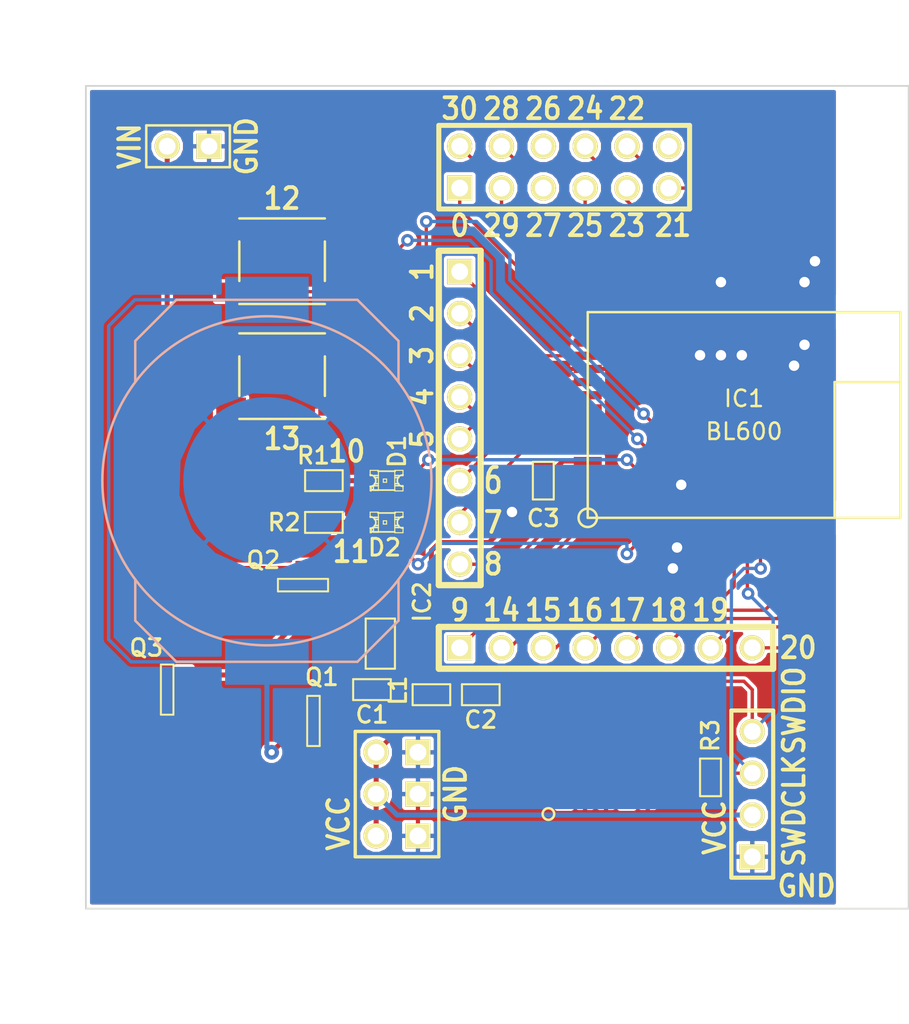
<source format=kicad_pcb>
(kicad_pcb (version 3) (host pcbnew "(2013-mar-13)-testing")

  (general
    (links 88)
    (no_connects 0)
    (area 149.949999 149.949999 200.050001 200.050001)
    (thickness 1.6)
    (drawings 43)
    (tracks 259)
    (zones 0)
    (modules 25)
    (nets 52)
  )

  (page A3)
  (layers
    (15 F.Cu signal)
    (0 B.Cu signal)
    (16 B.Adhes user)
    (17 F.Adhes user)
    (18 B.Paste user)
    (19 F.Paste user)
    (20 B.SilkS user)
    (21 F.SilkS user)
    (22 B.Mask user)
    (23 F.Mask user)
    (24 Dwgs.User user)
    (25 Cmts.User user)
    (26 Eco1.User user)
    (27 Eco2.User user)
    (28 Edge.Cuts user)
  )

  (setup
    (last_trace_width 0.2032)
    (trace_clearance 0.2032)
    (zone_clearance 0.2032)
    (zone_45_only no)
    (trace_min 0.1524)
    (segment_width 0.2)
    (edge_width 0.1)
    (via_size 0.762)
    (via_drill 0.381)
    (via_min_size 0.6096)
    (via_min_drill 0.3048)
    (uvia_size 0.508)
    (uvia_drill 0.127)
    (uvias_allowed no)
    (uvia_min_size 0.508)
    (uvia_min_drill 0.127)
    (pcb_text_width 0.3)
    (pcb_text_size 1.5 1.5)
    (mod_edge_width 0.15)
    (mod_text_size 1 1)
    (mod_text_width 0.15)
    (pad_size 0.762 2.54)
    (pad_drill 0)
    (pad_to_mask_clearance 0)
    (aux_axis_origin 0 0)
    (visible_elements FFFFFF7F)
    (pcbplotparams
      (layerselection 284196865)
      (usegerberextensions true)
      (excludeedgelayer true)
      (linewidth 0.150000)
      (plotframeref false)
      (viasonmask false)
      (mode 1)
      (useauxorigin false)
      (hpglpennumber 1)
      (hpglpenspeed 20)
      (hpglpendiameter 15)
      (hpglpenoverlay 2)
      (psnegative false)
      (psa4output false)
      (plotreference true)
      (plotvalue true)
      (plotothertext true)
      (plotinvisibletext false)
      (padsonsilk false)
      (subtractmaskfromsilk false)
      (outputformat 1)
      (mirror false)
      (drillshape 0)
      (scaleselection 1)
      (outputdirectory out))
  )

  (net 0 "")
  (net 1 /3VIN)
  (net 2 /BTN1)
  (net 3 /BTN2)
  (net 4 /LED1)
  (net 5 /LED2)
  (net 6 /SCL)
  (net 7 /SDA)
  (net 8 /SIO_0)
  (net 9 /SIO_1)
  (net 10 /SIO_14)
  (net 11 /SIO_15)
  (net 12 /SIO_16)
  (net 13 /SIO_17)
  (net 14 /SIO_18)
  (net 15 /SIO_19)
  (net 16 /SIO_2)
  (net 17 /SIO_20)
  (net 18 /SIO_21)
  (net 19 /SIO_22)
  (net 20 /SIO_23)
  (net 21 /SIO_24)
  (net 22 /SIO_25)
  (net 23 /SIO_26)
  (net 24 /SIO_27)
  (net 25 /SIO_28)
  (net 26 /SIO_29)
  (net 27 /SIO_3)
  (net 28 /SIO_30)
  (net 29 /SIO_4)
  (net 30 /SIO_5)
  (net 31 /SIO_6)
  (net 32 /SIO_7)
  (net 33 /SWDCLK)
  (net 34 /SWDIO)
  (net 35 /VIN)
  (net 36 GND)
  (net 37 N-000001)
  (net 38 N-0000011)
  (net 39 N-0000012)
  (net 40 N-0000013)
  (net 41 N-0000015)
  (net 42 N-0000017)
  (net 43 N-0000018)
  (net 44 N-0000019)
  (net 45 N-000002)
  (net 46 N-0000020)
  (net 47 N-0000021)
  (net 48 N-0000022)
  (net 49 N-0000043)
  (net 50 N-0000047)
  (net 51 VCC)

  (net_class Default "This is the default net class."
    (clearance 0.2032)
    (trace_width 0.2032)
    (via_dia 0.762)
    (via_drill 0.381)
    (uvia_dia 0.508)
    (uvia_drill 0.127)
    (add_net "")
    (add_net /BTN1)
    (add_net /BTN2)
    (add_net /LED1)
    (add_net /LED2)
    (add_net /SCL)
    (add_net /SDA)
    (add_net /SIO_0)
    (add_net /SIO_1)
    (add_net /SIO_14)
    (add_net /SIO_15)
    (add_net /SIO_16)
    (add_net /SIO_17)
    (add_net /SIO_18)
    (add_net /SIO_19)
    (add_net /SIO_2)
    (add_net /SIO_20)
    (add_net /SIO_21)
    (add_net /SIO_22)
    (add_net /SIO_23)
    (add_net /SIO_24)
    (add_net /SIO_25)
    (add_net /SIO_26)
    (add_net /SIO_27)
    (add_net /SIO_28)
    (add_net /SIO_29)
    (add_net /SIO_3)
    (add_net /SIO_30)
    (add_net /SIO_4)
    (add_net /SIO_5)
    (add_net /SIO_6)
    (add_net /SIO_7)
    (add_net /SWDCLK)
    (add_net /SWDIO)
    (add_net N-000001)
    (add_net N-0000011)
    (add_net N-0000012)
    (add_net N-0000013)
    (add_net N-0000015)
    (add_net N-0000017)
    (add_net N-0000018)
    (add_net N-0000019)
    (add_net N-000002)
    (add_net N-0000020)
    (add_net N-0000043)
    (add_net N-0000047)
  )

  (net_class power ""
    (clearance 0.2032)
    (trace_width 0.3048)
    (via_dia 0.889)
    (via_drill 0.635)
    (uvia_dia 0.508)
    (uvia_drill 0.127)
    (add_net /3VIN)
    (add_net /VIN)
    (add_net GND)
    (add_net N-0000021)
    (add_net N-0000022)
    (add_net VCC)
  )

  (module BAT-BK912 (layer B.Cu) (tedit 51911777) (tstamp 519009B3)
    (at 161 174 270)
    (path /518BF473)
    (fp_text reference BT1 (at -0.25 10.25 270) (layer B.SilkS) hide
      (effects (font (size 1 1) (thickness 0.15)) (justify mirror))
    )
    (fp_text value BATTERY (at 0 -10 270) (layer B.SilkS) hide
      (effects (font (size 1 1) (thickness 0.15)) (justify mirror))
    )
    (fp_line (start 8.5 8) (end 6 8) (layer B.SilkS) (width 0.15))
    (fp_line (start -8.5 8) (end -6 8) (layer B.SilkS) (width 0.15))
    (fp_line (start -8.5 -8) (end -6 -8) (layer B.SilkS) (width 0.15))
    (fp_line (start -8.5 8) (end -11 5.5) (layer B.SilkS) (width 0.15))
    (fp_line (start -11 5.5) (end -11 -5.5) (layer B.SilkS) (width 0.15))
    (fp_line (start -11 -5.5) (end -8.5 -8) (layer B.SilkS) (width 0.15))
    (fp_line (start 8.5 -8) (end 6 -8) (layer B.SilkS) (width 0.15))
    (fp_line (start 8.5 8) (end 11 5.5) (layer B.SilkS) (width 0.15))
    (fp_line (start 11 5.5) (end 11 -5.5) (layer B.SilkS) (width 0.15))
    (fp_line (start 11 -5.5) (end 8.5 -8) (layer B.SilkS) (width 0.15))
    (fp_circle (center 0 0) (end 10 0) (layer B.SilkS) (width 0.15))
    (pad 1 smd rect (at -11 0 270) (size 2.79 5.08)
      (layers B.Cu B.Paste B.Mask)
      (net 38 N-0000011)
    )
    (pad 1 smd rect (at 11 0 270) (size 2.79 5.08)
      (layers B.Cu B.Paste B.Mask)
      (net 38 N-0000011)
    )
    (pad 2 smd circle (at 0 0 270) (size 10.16 10.16)
      (layers B.Cu B.Paste B.Mask)
      (net 36 GND)
    )
  )

  (module JST-PH-2 (layer F.Cu) (tedit 518B97E4) (tstamp 519009BB)
    (at 157.48 191.77 180)
    (path /518C584A)
    (fp_text reference BT2 (at 10.668 -2.794 180) (layer F.SilkS) hide
      (effects (font (size 1 1) (thickness 0.15)))
    )
    (fp_text value BATTERY (at 0 3 180) (layer F.SilkS) hide
      (effects (font (size 1 1) (thickness 0.15)))
    )
    (pad 2 smd rect (at -1 0 180) (size 1 3.5)
      (layers F.Cu F.Paste F.Mask)
      (net 36 GND)
    )
    (pad 1 smd rect (at 1 0 180) (size 1 3.5)
      (layers F.Cu F.Paste F.Mask)
      (net 40 N-0000013)
    )
    (pad 3 smd rect (at -3.35 -5.05 180) (size 1.6 3.4)
      (layers F.Cu F.Paste F.Mask)
    )
    (pad 3 smd rect (at 3.35 -5.05 180) (size 1.6 3.4)
      (layers F.Cu F.Paste F.Mask)
    )
  )

  (module SM0603 (layer F.Cu) (tedit 518BC2D9) (tstamp 519009C5)
    (at 167.386 186.69 180)
    (path /518C6704)
    (attr smd)
    (fp_text reference C1 (at 0 -1.524 180) (layer F.SilkS)
      (effects (font (size 1.016 1.016) (thickness 0.1778)))
    )
    (fp_text value 0.1uF (at 0 0 180) (layer F.SilkS) hide
      (effects (font (size 0.508 0.4572) (thickness 0.1143)))
    )
    (fp_line (start -1.143 -0.635) (end 1.143 -0.635) (layer F.SilkS) (width 0.127))
    (fp_line (start 1.143 -0.635) (end 1.143 0.635) (layer F.SilkS) (width 0.127))
    (fp_line (start 1.143 0.635) (end -1.143 0.635) (layer F.SilkS) (width 0.127))
    (fp_line (start -1.143 0.635) (end -1.143 -0.635) (layer F.SilkS) (width 0.127))
    (pad 1 smd rect (at -0.762 0 180) (size 0.635 1.143)
      (layers F.Cu F.Paste F.Mask)
      (net 36 GND)
    )
    (pad 2 smd rect (at 0.762 0 180) (size 0.635 1.143)
      (layers F.Cu F.Paste F.Mask)
      (net 41 N-0000015)
    )
    (model smd\resistors\R0603.wrl
      (at (xyz 0 0 0.001))
      (scale (xyz 0.5 0.5 0.5))
      (rotate (xyz 0 0 0))
    )
  )

  (module SM0603 (layer F.Cu) (tedit 518BD0FB) (tstamp 518BD103)
    (at 174 187)
    (path /518C5975)
    (attr smd)
    (fp_text reference C2 (at 0 1.524) (layer F.SilkS)
      (effects (font (size 1.016 1.016) (thickness 0.1778)))
    )
    (fp_text value 1uF (at 0 0) (layer F.SilkS) hide
      (effects (font (size 0.508 0.4572) (thickness 0.1143)))
    )
    (fp_line (start -1.143 -0.635) (end 1.143 -0.635) (layer F.SilkS) (width 0.127))
    (fp_line (start 1.143 -0.635) (end 1.143 0.635) (layer F.SilkS) (width 0.127))
    (fp_line (start 1.143 0.635) (end -1.143 0.635) (layer F.SilkS) (width 0.127))
    (fp_line (start -1.143 0.635) (end -1.143 -0.635) (layer F.SilkS) (width 0.127))
    (pad 1 smd rect (at -0.762 0) (size 0.635 1.143)
      (layers F.Cu F.Paste F.Mask)
      (net 51 VCC)
    )
    (pad 2 smd rect (at 0.762 0) (size 0.635 1.143)
      (layers F.Cu F.Paste F.Mask)
      (net 36 GND)
    )
    (model smd\resistors\R0603.wrl
      (at (xyz 0 0 0.001))
      (scale (xyz 0.5 0.5 0.5))
      (rotate (xyz 0 0 0))
    )
  )

  (module LED-0805 (layer F.Cu) (tedit 518BA63F) (tstamp 51900A0A)
    (at 168.275 173.99 180)
    (descr "LED 0805 smd package")
    (tags "LED 0805 SMD")
    (path /518CCA8E)
    (attr smd)
    (fp_text reference D1 (at -0.635 1.778 270) (layer F.SilkS)
      (effects (font (size 1.016 1.016) (thickness 0.1778)))
    )
    (fp_text value LED (at 19.685 1.27 180) (layer F.SilkS) hide
      (effects (font (size 0.762 0.762) (thickness 0.127)))
    )
    (fp_line (start 0.49784 0.29972) (end 0.49784 0.62484) (layer F.SilkS) (width 0.06604))
    (fp_line (start 0.49784 0.62484) (end 0.99822 0.62484) (layer F.SilkS) (width 0.06604))
    (fp_line (start 0.99822 0.29972) (end 0.99822 0.62484) (layer F.SilkS) (width 0.06604))
    (fp_line (start 0.49784 0.29972) (end 0.99822 0.29972) (layer F.SilkS) (width 0.06604))
    (fp_line (start 0.49784 -0.32258) (end 0.49784 -0.17272) (layer F.SilkS) (width 0.06604))
    (fp_line (start 0.49784 -0.17272) (end 0.7493 -0.17272) (layer F.SilkS) (width 0.06604))
    (fp_line (start 0.7493 -0.32258) (end 0.7493 -0.17272) (layer F.SilkS) (width 0.06604))
    (fp_line (start 0.49784 -0.32258) (end 0.7493 -0.32258) (layer F.SilkS) (width 0.06604))
    (fp_line (start 0.49784 0.17272) (end 0.49784 0.32258) (layer F.SilkS) (width 0.06604))
    (fp_line (start 0.49784 0.32258) (end 0.7493 0.32258) (layer F.SilkS) (width 0.06604))
    (fp_line (start 0.7493 0.17272) (end 0.7493 0.32258) (layer F.SilkS) (width 0.06604))
    (fp_line (start 0.49784 0.17272) (end 0.7493 0.17272) (layer F.SilkS) (width 0.06604))
    (fp_line (start 0.49784 -0.19812) (end 0.49784 0.19812) (layer F.SilkS) (width 0.06604))
    (fp_line (start 0.49784 0.19812) (end 0.6731 0.19812) (layer F.SilkS) (width 0.06604))
    (fp_line (start 0.6731 -0.19812) (end 0.6731 0.19812) (layer F.SilkS) (width 0.06604))
    (fp_line (start 0.49784 -0.19812) (end 0.6731 -0.19812) (layer F.SilkS) (width 0.06604))
    (fp_line (start -0.99822 0.29972) (end -0.99822 0.62484) (layer F.SilkS) (width 0.06604))
    (fp_line (start -0.99822 0.62484) (end -0.49784 0.62484) (layer F.SilkS) (width 0.06604))
    (fp_line (start -0.49784 0.29972) (end -0.49784 0.62484) (layer F.SilkS) (width 0.06604))
    (fp_line (start -0.99822 0.29972) (end -0.49784 0.29972) (layer F.SilkS) (width 0.06604))
    (fp_line (start -0.99822 -0.62484) (end -0.99822 -0.29972) (layer F.SilkS) (width 0.06604))
    (fp_line (start -0.99822 -0.29972) (end -0.49784 -0.29972) (layer F.SilkS) (width 0.06604))
    (fp_line (start -0.49784 -0.62484) (end -0.49784 -0.29972) (layer F.SilkS) (width 0.06604))
    (fp_line (start -0.99822 -0.62484) (end -0.49784 -0.62484) (layer F.SilkS) (width 0.06604))
    (fp_line (start -0.7493 0.17272) (end -0.7493 0.32258) (layer F.SilkS) (width 0.06604))
    (fp_line (start -0.7493 0.32258) (end -0.49784 0.32258) (layer F.SilkS) (width 0.06604))
    (fp_line (start -0.49784 0.17272) (end -0.49784 0.32258) (layer F.SilkS) (width 0.06604))
    (fp_line (start -0.7493 0.17272) (end -0.49784 0.17272) (layer F.SilkS) (width 0.06604))
    (fp_line (start -0.7493 -0.32258) (end -0.7493 -0.17272) (layer F.SilkS) (width 0.06604))
    (fp_line (start -0.7493 -0.17272) (end -0.49784 -0.17272) (layer F.SilkS) (width 0.06604))
    (fp_line (start -0.49784 -0.32258) (end -0.49784 -0.17272) (layer F.SilkS) (width 0.06604))
    (fp_line (start -0.7493 -0.32258) (end -0.49784 -0.32258) (layer F.SilkS) (width 0.06604))
    (fp_line (start -0.6731 -0.19812) (end -0.6731 0.19812) (layer F.SilkS) (width 0.06604))
    (fp_line (start -0.6731 0.19812) (end -0.49784 0.19812) (layer F.SilkS) (width 0.06604))
    (fp_line (start -0.49784 -0.19812) (end -0.49784 0.19812) (layer F.SilkS) (width 0.06604))
    (fp_line (start -0.6731 -0.19812) (end -0.49784 -0.19812) (layer F.SilkS) (width 0.06604))
    (fp_line (start 0 -0.09906) (end 0 0.09906) (layer F.SilkS) (width 0.06604))
    (fp_line (start 0 0.09906) (end 0.19812 0.09906) (layer F.SilkS) (width 0.06604))
    (fp_line (start 0.19812 -0.09906) (end 0.19812 0.09906) (layer F.SilkS) (width 0.06604))
    (fp_line (start 0 -0.09906) (end 0.19812 -0.09906) (layer F.SilkS) (width 0.06604))
    (fp_line (start 0.49784 -0.59944) (end 0.49784 -0.29972) (layer F.SilkS) (width 0.06604))
    (fp_line (start 0.49784 -0.29972) (end 0.79756 -0.29972) (layer F.SilkS) (width 0.06604))
    (fp_line (start 0.79756 -0.59944) (end 0.79756 -0.29972) (layer F.SilkS) (width 0.06604))
    (fp_line (start 0.49784 -0.59944) (end 0.79756 -0.59944) (layer F.SilkS) (width 0.06604))
    (fp_line (start 0.92456 -0.62484) (end 0.92456 -0.39878) (layer F.SilkS) (width 0.06604))
    (fp_line (start 0.92456 -0.39878) (end 0.99822 -0.39878) (layer F.SilkS) (width 0.06604))
    (fp_line (start 0.99822 -0.62484) (end 0.99822 -0.39878) (layer F.SilkS) (width 0.06604))
    (fp_line (start 0.92456 -0.62484) (end 0.99822 -0.62484) (layer F.SilkS) (width 0.06604))
    (fp_line (start 0.52324 0.57404) (end -0.52324 0.57404) (layer F.SilkS) (width 0.1016))
    (fp_line (start -0.49784 -0.57404) (end 0.92456 -0.57404) (layer F.SilkS) (width 0.1016))
    (fp_circle (center 0.84836 -0.44958) (end 0.89916 -0.50038) (layer F.SilkS) (width 0.0508))
    (fp_arc (start 0.99822 0) (end 0.99822 0.34798) (angle 180) (layer F.SilkS) (width 0.1016))
    (fp_arc (start -0.99822 0) (end -0.99822 -0.34798) (angle 180) (layer F.SilkS) (width 0.1016))
    (pad 1 smd rect (at -1.04902 0 180) (size 1.19888 1.19888)
      (layers F.Cu F.Paste F.Mask)
      (net 4 /LED1)
    )
    (pad 2 smd rect (at 1.04902 0 180) (size 1.19888 1.19888)
      (layers F.Cu F.Paste F.Mask)
      (net 45 N-000002)
    )
  )

  (module LED-0805 (layer F.Cu) (tedit 518BA635) (tstamp 51900A45)
    (at 168.275 176.53 180)
    (descr "LED 0805 smd package")
    (tags "LED 0805 SMD")
    (path /518CCA9D)
    (attr smd)
    (fp_text reference D2 (at 0.127 -1.524 180) (layer F.SilkS)
      (effects (font (size 1.016 1.016) (thickness 0.1778)))
    )
    (fp_text value LED (at 18.923 0.762 180) (layer F.SilkS) hide
      (effects (font (size 0.762 0.762) (thickness 0.127)))
    )
    (fp_line (start 0.49784 0.29972) (end 0.49784 0.62484) (layer F.SilkS) (width 0.06604))
    (fp_line (start 0.49784 0.62484) (end 0.99822 0.62484) (layer F.SilkS) (width 0.06604))
    (fp_line (start 0.99822 0.29972) (end 0.99822 0.62484) (layer F.SilkS) (width 0.06604))
    (fp_line (start 0.49784 0.29972) (end 0.99822 0.29972) (layer F.SilkS) (width 0.06604))
    (fp_line (start 0.49784 -0.32258) (end 0.49784 -0.17272) (layer F.SilkS) (width 0.06604))
    (fp_line (start 0.49784 -0.17272) (end 0.7493 -0.17272) (layer F.SilkS) (width 0.06604))
    (fp_line (start 0.7493 -0.32258) (end 0.7493 -0.17272) (layer F.SilkS) (width 0.06604))
    (fp_line (start 0.49784 -0.32258) (end 0.7493 -0.32258) (layer F.SilkS) (width 0.06604))
    (fp_line (start 0.49784 0.17272) (end 0.49784 0.32258) (layer F.SilkS) (width 0.06604))
    (fp_line (start 0.49784 0.32258) (end 0.7493 0.32258) (layer F.SilkS) (width 0.06604))
    (fp_line (start 0.7493 0.17272) (end 0.7493 0.32258) (layer F.SilkS) (width 0.06604))
    (fp_line (start 0.49784 0.17272) (end 0.7493 0.17272) (layer F.SilkS) (width 0.06604))
    (fp_line (start 0.49784 -0.19812) (end 0.49784 0.19812) (layer F.SilkS) (width 0.06604))
    (fp_line (start 0.49784 0.19812) (end 0.6731 0.19812) (layer F.SilkS) (width 0.06604))
    (fp_line (start 0.6731 -0.19812) (end 0.6731 0.19812) (layer F.SilkS) (width 0.06604))
    (fp_line (start 0.49784 -0.19812) (end 0.6731 -0.19812) (layer F.SilkS) (width 0.06604))
    (fp_line (start -0.99822 0.29972) (end -0.99822 0.62484) (layer F.SilkS) (width 0.06604))
    (fp_line (start -0.99822 0.62484) (end -0.49784 0.62484) (layer F.SilkS) (width 0.06604))
    (fp_line (start -0.49784 0.29972) (end -0.49784 0.62484) (layer F.SilkS) (width 0.06604))
    (fp_line (start -0.99822 0.29972) (end -0.49784 0.29972) (layer F.SilkS) (width 0.06604))
    (fp_line (start -0.99822 -0.62484) (end -0.99822 -0.29972) (layer F.SilkS) (width 0.06604))
    (fp_line (start -0.99822 -0.29972) (end -0.49784 -0.29972) (layer F.SilkS) (width 0.06604))
    (fp_line (start -0.49784 -0.62484) (end -0.49784 -0.29972) (layer F.SilkS) (width 0.06604))
    (fp_line (start -0.99822 -0.62484) (end -0.49784 -0.62484) (layer F.SilkS) (width 0.06604))
    (fp_line (start -0.7493 0.17272) (end -0.7493 0.32258) (layer F.SilkS) (width 0.06604))
    (fp_line (start -0.7493 0.32258) (end -0.49784 0.32258) (layer F.SilkS) (width 0.06604))
    (fp_line (start -0.49784 0.17272) (end -0.49784 0.32258) (layer F.SilkS) (width 0.06604))
    (fp_line (start -0.7493 0.17272) (end -0.49784 0.17272) (layer F.SilkS) (width 0.06604))
    (fp_line (start -0.7493 -0.32258) (end -0.7493 -0.17272) (layer F.SilkS) (width 0.06604))
    (fp_line (start -0.7493 -0.17272) (end -0.49784 -0.17272) (layer F.SilkS) (width 0.06604))
    (fp_line (start -0.49784 -0.32258) (end -0.49784 -0.17272) (layer F.SilkS) (width 0.06604))
    (fp_line (start -0.7493 -0.32258) (end -0.49784 -0.32258) (layer F.SilkS) (width 0.06604))
    (fp_line (start -0.6731 -0.19812) (end -0.6731 0.19812) (layer F.SilkS) (width 0.06604))
    (fp_line (start -0.6731 0.19812) (end -0.49784 0.19812) (layer F.SilkS) (width 0.06604))
    (fp_line (start -0.49784 -0.19812) (end -0.49784 0.19812) (layer F.SilkS) (width 0.06604))
    (fp_line (start -0.6731 -0.19812) (end -0.49784 -0.19812) (layer F.SilkS) (width 0.06604))
    (fp_line (start 0 -0.09906) (end 0 0.09906) (layer F.SilkS) (width 0.06604))
    (fp_line (start 0 0.09906) (end 0.19812 0.09906) (layer F.SilkS) (width 0.06604))
    (fp_line (start 0.19812 -0.09906) (end 0.19812 0.09906) (layer F.SilkS) (width 0.06604))
    (fp_line (start 0 -0.09906) (end 0.19812 -0.09906) (layer F.SilkS) (width 0.06604))
    (fp_line (start 0.49784 -0.59944) (end 0.49784 -0.29972) (layer F.SilkS) (width 0.06604))
    (fp_line (start 0.49784 -0.29972) (end 0.79756 -0.29972) (layer F.SilkS) (width 0.06604))
    (fp_line (start 0.79756 -0.59944) (end 0.79756 -0.29972) (layer F.SilkS) (width 0.06604))
    (fp_line (start 0.49784 -0.59944) (end 0.79756 -0.59944) (layer F.SilkS) (width 0.06604))
    (fp_line (start 0.92456 -0.62484) (end 0.92456 -0.39878) (layer F.SilkS) (width 0.06604))
    (fp_line (start 0.92456 -0.39878) (end 0.99822 -0.39878) (layer F.SilkS) (width 0.06604))
    (fp_line (start 0.99822 -0.62484) (end 0.99822 -0.39878) (layer F.SilkS) (width 0.06604))
    (fp_line (start 0.92456 -0.62484) (end 0.99822 -0.62484) (layer F.SilkS) (width 0.06604))
    (fp_line (start 0.52324 0.57404) (end -0.52324 0.57404) (layer F.SilkS) (width 0.1016))
    (fp_line (start -0.49784 -0.57404) (end 0.92456 -0.57404) (layer F.SilkS) (width 0.1016))
    (fp_circle (center 0.84836 -0.44958) (end 0.89916 -0.50038) (layer F.SilkS) (width 0.0508))
    (fp_arc (start 0.99822 0) (end 0.99822 0.34798) (angle 180) (layer F.SilkS) (width 0.1016))
    (fp_arc (start -0.99822 0) (end -0.99822 -0.34798) (angle 180) (layer F.SilkS) (width 0.1016))
    (pad 1 smd rect (at -1.04902 0 180) (size 1.19888 1.19888)
      (layers F.Cu F.Paste F.Mask)
      (net 5 /LED2)
    )
    (pad 2 smd rect (at 1.04902 0 180) (size 1.19888 1.19888)
      (layers F.Cu F.Paste F.Mask)
      (net 37 N-000001)
    )
  )

  (module BL600 (layer F.Cu) (tedit 518F5C45) (tstamp 51900A7C)
    (at 190 170)
    (path /518BCB49)
    (fp_text reference IC1 (at 0 -1) (layer F.SilkS)
      (effects (font (size 1 1) (thickness 0.15)))
    )
    (fp_text value BL600 (at 0 1) (layer F.SilkS)
      (effects (font (size 1 1) (thickness 0.15)))
    )
    (fp_line (start 5.5 6.25) (end 5.5 -2) (layer F.SilkS) (width 0.15))
    (fp_line (start 5.5 -2) (end 9.5 -2) (layer F.SilkS) (width 0.15))
    (fp_circle (center -9.5 6.25) (end -9.25 6.75) (layer F.SilkS) (width 0.15))
    (fp_line (start -9.5 -6.25) (end 9.5 -6.25) (layer F.SilkS) (width 0.15))
    (fp_line (start 9.5 -6.25) (end 9.5 6.25) (layer F.SilkS) (width 0.15))
    (fp_line (start 9.5 6.25) (end -9.5 6.25) (layer F.SilkS) (width 0.15))
    (fp_line (start -9.5 6.25) (end -9.5 -6.25) (layer F.SilkS) (width 0.15))
    (pad 1 smd rect (at -9.5 -4.4) (size 1.7 0.5)
      (layers F.Cu F.Paste F.Mask)
      (net 36 GND)
      (clearance 0.15)
    )
    (pad 2 smd rect (at -9.5 -3.6) (size 1.7 0.5)
      (layers F.Cu F.Paste F.Mask)
      (net 9 /SIO_1)
      (clearance 0.15)
    )
    (pad 3 smd rect (at -9.5 -2.8) (size 1.7 0.5)
      (layers F.Cu F.Paste F.Mask)
      (net 36 GND)
      (clearance 0.15)
    )
    (pad 4 smd rect (at -9.5 -2) (size 1.7 0.5)
      (layers F.Cu F.Paste F.Mask)
      (net 16 /SIO_2)
      (clearance 0.15)
    )
    (pad 5 smd rect (at -9.5 -1.2) (size 1.7 0.5)
      (layers F.Cu F.Paste F.Mask)
      (net 27 /SIO_3)
      (clearance 0.15)
    )
    (pad 6 smd rect (at -9.5 -0.4) (size 1.7 0.5)
      (layers F.Cu F.Paste F.Mask)
      (net 29 /SIO_4)
      (clearance 0.15)
    )
    (pad 7 smd rect (at -9.5 0.4) (size 1.7 0.5)
      (layers F.Cu F.Paste F.Mask)
      (net 30 /SIO_5)
      (clearance 0.15)
    )
    (pad 8 smd rect (at -9.5 1.2) (size 1.7 0.5)
      (layers F.Cu F.Paste F.Mask)
      (net 31 /SIO_6)
      (clearance 0.15)
    )
    (pad 9 smd rect (at -9.5 2) (size 1.7 0.5)
      (layers F.Cu F.Paste F.Mask)
      (net 32 /SIO_7)
      (clearance 0.15)
    )
    (pad 10 smd rect (at -9.5 2.8) (size 1.7 0.5)
      (layers F.Cu F.Paste F.Mask)
      (net 51 VCC)
      (clearance 0.15)
    )
    (pad 11 smd rect (at -9.5 3.6) (size 1.7 0.5)
      (layers F.Cu F.Paste F.Mask)
      (net 36 GND)
      (clearance 0.15)
    )
    (pad 12 smd rect (at -9.5 4.4) (size 1.7 0.5)
      (layers F.Cu F.Paste F.Mask)
      (net 7 /SDA)
      (clearance 0.15)
    )
    (pad 13 smd rect (at -7 6.25) (size 0.5 1.7)
      (layers F.Cu F.Paste F.Mask)
      (net 6 /SCL)
      (clearance 0.15)
    )
    (pad 14 smd rect (at -6.2 6.25) (size 0.5 1.7)
      (layers F.Cu F.Paste F.Mask)
      (net 4 /LED1)
      (clearance 0.15)
    )
    (pad 15 smd rect (at -5.4 6.25) (size 0.5 1.7)
      (layers F.Cu F.Paste F.Mask)
      (net 5 /LED2)
      (clearance 0.15)
    )
    (pad 16 smd rect (at -4.6 6.25) (size 0.5 1.7)
      (layers F.Cu F.Paste F.Mask)
      (net 2 /BTN1)
      (clearance 0.15)
    )
    (pad 17 smd rect (at -3.8 6.25) (size 0.5 1.7)
      (layers F.Cu F.Paste F.Mask)
      (net 36 GND)
      (clearance 0.15)
    )
    (pad 18 smd rect (at -3 6.25) (size 0.5 1.7)
      (layers F.Cu F.Paste F.Mask)
      (net 3 /BTN2)
      (clearance 0.15)
    )
    (pad 19 smd rect (at -2.2 6.25) (size 0.5 1.7)
      (layers F.Cu F.Paste F.Mask)
      (net 10 /SIO_14)
      (clearance 0.15)
    )
    (pad 20 smd rect (at -1.4 6.25) (size 0.5 1.7)
      (layers F.Cu F.Paste F.Mask)
      (net 11 /SIO_15)
      (clearance 0.15)
    )
    (pad 21 smd rect (at -0.6 6.25) (size 0.5 1.7)
      (layers F.Cu F.Paste F.Mask)
      (net 12 /SIO_16)
      (clearance 0.15)
    )
    (pad 22 smd rect (at 0.2 6.25) (size 0.5 1.7)
      (layers F.Cu F.Paste F.Mask)
      (net 34 /SWDIO)
      (clearance 0.15)
    )
    (pad 23 smd rect (at 1 6.25) (size 0.5 1.7)
      (layers F.Cu F.Paste F.Mask)
      (net 33 /SWDCLK)
      (clearance 0.15)
    )
    (pad 24 smd rect (at 1.8 6.25) (size 0.5 1.7)
      (layers F.Cu F.Paste F.Mask)
      (net 13 /SIO_17)
      (clearance 0.15)
    )
    (pad 25 smd rect (at 2.6 6.25) (size 0.5 1.7)
      (layers F.Cu F.Paste F.Mask)
      (net 14 /SIO_18)
      (clearance 0.15)
    )
    (pad 26 smd rect (at 3.4 6.25) (size 0.5 1.7)
      (layers F.Cu F.Paste F.Mask)
      (net 15 /SIO_19)
      (clearance 0.15)
    )
    (pad 27 smd rect (at 4.2 6.25) (size 0.5 1.7)
      (layers F.Cu F.Paste F.Mask)
      (net 17 /SIO_20)
      (clearance 0.15)
    )
    (pad 28 smd rect (at 5 6.25) (size 0.5 1.7)
      (layers F.Cu F.Paste F.Mask)
      (net 36 GND)
      (clearance 0.15)
    )
    (pad 29 smd rect (at 5 -6.25) (size 0.5 1.7)
      (layers F.Cu F.Paste F.Mask)
      (net 36 GND)
      (clearance 0.15)
    )
    (pad 30 smd rect (at 4.2 -6.25) (size 0.5 1.7)
      (layers F.Cu F.Paste F.Mask)
      (net 49 N-0000043)
      (clearance 0.15)
    )
    (pad 31 smd rect (at 3.4 -6.25) (size 0.5 1.7)
      (layers F.Cu F.Paste F.Mask)
      (net 36 GND)
      (clearance 0.15)
    )
    (pad 32 smd rect (at 2.6 -6.25) (size 0.5 1.7)
      (layers F.Cu F.Paste F.Mask)
      (net 18 /SIO_21)
      (clearance 0.15)
    )
    (pad 33 smd rect (at 1.8 -6.25) (size 0.5 1.7)
      (layers F.Cu F.Paste F.Mask)
      (net 19 /SIO_22)
      (clearance 0.15)
    )
    (pad 34 smd rect (at 1 -6.25) (size 0.5 1.7)
      (layers F.Cu F.Paste F.Mask)
      (net 20 /SIO_23)
      (clearance 0.15)
    )
    (pad 35 smd rect (at 0.2 -6.25) (size 0.5 1.7)
      (layers F.Cu F.Paste F.Mask)
      (net 21 /SIO_24)
      (clearance 0.15)
    )
    (pad 36 smd rect (at -0.6 -6.25) (size 0.5 1.7)
      (layers F.Cu F.Paste F.Mask)
      (net 22 /SIO_25)
      (clearance 0.15)
    )
    (pad 37 smd rect (at -1.4 -6.25) (size 0.5 1.7)
      (layers F.Cu F.Paste F.Mask)
      (net 36 GND)
      (clearance 0.15)
    )
    (pad 38 smd rect (at -2.2 -6.25) (size 0.5 1.7)
      (layers F.Cu F.Paste F.Mask)
      (net 47 N-0000021)
      (clearance 0.15)
    )
    (pad 39 smd rect (at -3 -6.25) (size 0.5 1.7)
      (layers F.Cu F.Paste F.Mask)
      (net 48 N-0000022)
      (clearance 0.15)
    )
    (pad 40 smd rect (at -3.8 -6.25) (size 0.5 1.7)
      (layers F.Cu F.Paste F.Mask)
      (net 25 /SIO_28)
      (clearance 0.15)
    )
    (pad 41 smd rect (at -4.6 -6.25) (size 0.5 1.7)
      (layers F.Cu F.Paste F.Mask)
      (net 26 /SIO_29)
      (clearance 0.15)
    )
    (pad 42 smd rect (at -5.4 -6.25) (size 0.5 1.7)
      (layers F.Cu F.Paste F.Mask)
      (net 28 /SIO_30)
      (clearance 0.15)
    )
    (pad 43 smd rect (at -6.2 -6.25) (size 0.5 1.7)
      (layers F.Cu F.Paste F.Mask)
      (net 36 GND)
      (clearance 0.15)
    )
    (pad 44 smd rect (at -7 -6.25) (size 0.5 1.7)
      (layers F.Cu F.Paste F.Mask)
      (net 8 /SIO_0)
      (clearance 0.15)
    )
  )

  (module SOT23-5 (layer F.Cu) (tedit 518BC2C6) (tstamp 51900A89)
    (at 167.894 183.896 270)
    (path /518C5930)
    (attr smd)
    (fp_text reference IC2 (at -2.54 -2.54 450) (layer F.SilkS)
      (effects (font (size 1.016 1.016) (thickness 0.1778)))
    )
    (fp_text value LK112 (at 0 0 270) (layer F.SilkS) hide
      (effects (font (size 0.635 0.635) (thickness 0.127)))
    )
    (fp_line (start 1.524 -0.889) (end 1.524 0.889) (layer F.SilkS) (width 0.127))
    (fp_line (start 1.524 0.889) (end -1.524 0.889) (layer F.SilkS) (width 0.127))
    (fp_line (start -1.524 0.889) (end -1.524 -0.889) (layer F.SilkS) (width 0.127))
    (fp_line (start -1.524 -0.889) (end 1.524 -0.889) (layer F.SilkS) (width 0.127))
    (pad 1 smd rect (at -0.9525 1.27 270) (size 0.508 0.762)
      (layers F.Cu F.Paste F.Mask)
      (net 35 /VIN)
    )
    (pad 3 smd rect (at 0.9525 1.27 270) (size 0.508 0.762)
      (layers F.Cu F.Paste F.Mask)
      (net 41 N-0000015)
    )
    (pad 5 smd rect (at -0.9525 -1.27 270) (size 0.508 0.762)
      (layers F.Cu F.Paste F.Mask)
      (net 35 /VIN)
    )
    (pad 2 smd rect (at 0 1.27 270) (size 0.508 0.762)
      (layers F.Cu F.Paste F.Mask)
      (net 36 GND)
    )
    (pad 4 smd rect (at 0.9525 -1.27 270) (size 0.508 0.762)
      (layers F.Cu F.Paste F.Mask)
      (net 1 /3VIN)
    )
    (model smd/SOT23_5.wrl
      (at (xyz 0 0 0))
      (scale (xyz 0.1 0.1 0.1))
      (rotate (xyz 0 0 0))
    )
  )

  (module SM0603 (layer F.Cu) (tedit 518BC2D0) (tstamp 51900A93)
    (at 171 187)
    (path /518D06C6)
    (attr smd)
    (fp_text reference L1 (at -2.032 -0.254 90) (layer F.SilkS)
      (effects (font (size 1.016 1.016) (thickness 0.1778)))
    )
    (fp_text value INDUCTOR (at 0 0) (layer F.SilkS) hide
      (effects (font (size 0.508 0.4572) (thickness 0.1143)))
    )
    (fp_line (start -1.143 -0.635) (end 1.143 -0.635) (layer F.SilkS) (width 0.127))
    (fp_line (start 1.143 -0.635) (end 1.143 0.635) (layer F.SilkS) (width 0.127))
    (fp_line (start 1.143 0.635) (end -1.143 0.635) (layer F.SilkS) (width 0.127))
    (fp_line (start -1.143 0.635) (end -1.143 -0.635) (layer F.SilkS) (width 0.127))
    (pad 1 smd rect (at -0.762 0) (size 0.635 1.143)
      (layers F.Cu F.Paste F.Mask)
      (net 1 /3VIN)
    )
    (pad 2 smd rect (at 0.762 0) (size 0.635 1.143)
      (layers F.Cu F.Paste F.Mask)
      (net 51 VCC)
    )
    (model smd\resistors\R0603.wrl
      (at (xyz 0 0 0.001))
      (scale (xyz 0.5 0.5 0.5))
      (rotate (xyz 0 0 0))
    )
  )

  (module PIN_ARRAY_4x1 (layer F.Cu) (tedit 518B7B5A) (tstamp 51900A9F)
    (at 190.5 193.04 90)
    (descr "Double rangee de contacts 2 x 5 pins")
    (tags CONN)
    (path /518BE5D4)
    (fp_text reference P1 (at -0.254 7.366 90) (layer F.SilkS) hide
      (effects (font (size 1.016 1.016) (thickness 0.2032)))
    )
    (fp_text value CONN_4 (at 0 2.54 90) (layer F.SilkS) hide
      (effects (font (size 1.016 1.016) (thickness 0.2032)))
    )
    (fp_line (start 5.08 1.27) (end -5.08 1.27) (layer F.SilkS) (width 0.254))
    (fp_line (start 5.08 -1.27) (end -5.08 -1.27) (layer F.SilkS) (width 0.254))
    (fp_line (start -5.08 -1.27) (end -5.08 1.27) (layer F.SilkS) (width 0.254))
    (fp_line (start 5.08 1.27) (end 5.08 -1.27) (layer F.SilkS) (width 0.254))
    (pad 1 thru_hole rect (at -3.81 0 90) (size 1.524 1.524) (drill 1.016)
      (layers *.Cu *.Mask F.SilkS)
      (net 36 GND)
    )
    (pad 2 thru_hole circle (at -1.27 0 90) (size 1.524 1.524) (drill 1.016)
      (layers *.Cu *.Mask F.SilkS)
      (net 51 VCC)
    )
    (pad 3 thru_hole circle (at 1.27 0 90) (size 1.524 1.524) (drill 1.016)
      (layers *.Cu *.Mask F.SilkS)
      (net 33 /SWDCLK)
    )
    (pad 4 thru_hole circle (at 3.81 0 90) (size 1.524 1.524) (drill 1.016)
      (layers *.Cu *.Mask F.SilkS)
      (net 34 /SWDIO)
    )
    (model pin_array\pins_array_4x1.wrl
      (at (xyz 0 0 0))
      (scale (xyz 1 1 1))
      (rotate (xyz 0 0 0))
    )
  )

  (module pin_array_3x2 (layer F.Cu) (tedit 518B97D6) (tstamp 51900AAD)
    (at 168.91 193.04 90)
    (descr "Double rangee de contacts 2 x 4 pins")
    (tags CONN)
    (path /518CAF73)
    (fp_text reference P2 (at -7.62 -4.318 90) (layer F.SilkS) hide
      (effects (font (size 1.016 1.016) (thickness 0.2032)))
    )
    (fp_text value CONN_3X2 (at 0 3.81 90) (layer F.SilkS) hide
      (effects (font (size 1.016 1.016) (thickness 0.2032)))
    )
    (fp_line (start 3.81 2.54) (end -3.81 2.54) (layer F.SilkS) (width 0.2032))
    (fp_line (start -3.81 -2.54) (end 3.81 -2.54) (layer F.SilkS) (width 0.2032))
    (fp_line (start 3.81 -2.54) (end 3.81 2.54) (layer F.SilkS) (width 0.2032))
    (fp_line (start -3.81 2.54) (end -3.81 -2.54) (layer F.SilkS) (width 0.2032))
    (pad 1 thru_hole rect (at -2.54 1.27 90) (size 1.524 1.524) (drill 1.016)
      (layers *.Cu *.Mask F.SilkS)
      (net 36 GND)
    )
    (pad 2 thru_hole circle (at -2.54 -1.27 90) (size 1.524 1.524) (drill 1.016)
      (layers *.Cu *.Mask F.SilkS)
      (net 51 VCC)
    )
    (pad 3 thru_hole rect (at 0 1.27 90) (size 1.524 1.524) (drill 1.016)
      (layers *.Cu *.Mask F.SilkS)
      (net 36 GND)
    )
    (pad 4 thru_hole circle (at 0 -1.27 90) (size 1.524 1.524) (drill 1.016)
      (layers *.Cu *.Mask F.SilkS)
      (net 51 VCC)
    )
    (pad 5 thru_hole rect (at 2.54 1.27 90) (size 1.524 1.524) (drill 1.016)
      (layers *.Cu *.Mask F.SilkS)
      (net 36 GND)
    )
    (pad 6 thru_hole circle (at 2.54 -1.27 90) (size 1.524 1.524) (drill 1.016)
      (layers *.Cu *.Mask F.SilkS)
      (net 51 VCC)
    )
    (model pin_array/pins_array_3x2.wrl
      (at (xyz 0 0 0))
      (scale (xyz 1 1 1))
      (rotate (xyz 0 0 0))
    )
  )

  (module PIN_ARRAY_2X1 (layer F.Cu) (tedit 518B2570) (tstamp 51900AC5)
    (at 156.21 153.67 180)
    (descr "Connecteurs 2 pins")
    (tags "CONN DEV")
    (path /518C10E5)
    (fp_text reference P4 (at 0 -2.286 180) (layer F.SilkS) hide
      (effects (font (size 0.762 0.762) (thickness 0.1524)))
    )
    (fp_text value CONN_2 (at 0 -1.905 180) (layer F.SilkS) hide
      (effects (font (size 0.762 0.762) (thickness 0.1524)))
    )
    (fp_line (start -2.54 1.27) (end -2.54 -1.27) (layer F.SilkS) (width 0.1524))
    (fp_line (start -2.54 -1.27) (end 2.54 -1.27) (layer F.SilkS) (width 0.1524))
    (fp_line (start 2.54 -1.27) (end 2.54 1.27) (layer F.SilkS) (width 0.1524))
    (fp_line (start 2.54 1.27) (end -2.54 1.27) (layer F.SilkS) (width 0.1524))
    (pad 1 thru_hole rect (at -1.27 0 180) (size 1.524 1.524) (drill 1.016)
      (layers *.Cu *.Mask F.SilkS)
      (net 36 GND)
    )
    (pad 2 thru_hole circle (at 1.27 0 180) (size 1.524 1.524) (drill 1.016)
      (layers *.Cu *.Mask F.SilkS)
      (net 39 N-0000012)
    )
    (model pin_array/pins_array_2x1.wrl
      (at (xyz 0 0 0))
      (scale (xyz 1 1 1))
      (rotate (xyz 0 0 0))
    )
  )

  (module pin_array_8x1 (layer F.Cu) (tedit 5076C91E) (tstamp 51900AD5)
    (at 172.72 170.18 270)
    (descr "Double rangee de contacts 2 x 8 pins")
    (tags CONN)
    (path /518E21C0)
    (fp_text reference P5 (at 0 -2.032 270) (layer F.SilkS) hide
      (effects (font (size 1.016 1.016) (thickness 0.2032)))
    )
    (fp_text value CONN_8 (at 0 2.286 270) (layer F.SilkS) hide
      (effects (font (size 1.016 1.016) (thickness 0.2032)))
    )
    (fp_line (start 10.16 1.27) (end 10.16 -1.27) (layer F.SilkS) (width 0.381))
    (fp_line (start 10.16 -1.27) (end -10.16 -1.27) (layer F.SilkS) (width 0.381))
    (fp_line (start -10.16 -1.27) (end -10.16 1.27) (layer F.SilkS) (width 0.381))
    (fp_line (start -10.16 1.27) (end 10.16 1.27) (layer F.SilkS) (width 0.381))
    (pad 1 thru_hole rect (at -8.89 0 270) (size 1.524 1.524) (drill 1.016)
      (layers *.Cu *.Mask F.SilkS)
      (net 9 /SIO_1)
    )
    (pad 2 thru_hole circle (at -6.35 0 270) (size 1.524 1.524) (drill 1.016)
      (layers *.Cu *.Mask F.SilkS)
      (net 16 /SIO_2)
    )
    (pad 3 thru_hole circle (at -3.81 0 270) (size 1.524 1.524) (drill 1.016)
      (layers *.Cu *.Mask F.SilkS)
      (net 27 /SIO_3)
    )
    (pad 4 thru_hole circle (at -1.27 0 270) (size 1.524 1.524) (drill 1.016)
      (layers *.Cu *.Mask F.SilkS)
      (net 29 /SIO_4)
    )
    (pad 5 thru_hole circle (at 1.27 0 270) (size 1.524 1.524) (drill 1.016)
      (layers *.Cu *.Mask F.SilkS)
      (net 30 /SIO_5)
    )
    (pad 6 thru_hole circle (at 3.81 0 270) (size 1.524 1.524) (drill 1.016)
      (layers *.Cu *.Mask F.SilkS)
      (net 31 /SIO_6)
    )
    (pad 7 thru_hole circle (at 6.35 0 270) (size 1.524 1.524) (drill 1.016)
      (layers *.Cu *.Mask F.SilkS)
      (net 32 /SIO_7)
    )
    (pad 8 thru_hole circle (at 8.89 0 270) (size 1.524 1.524) (drill 1.016)
      (layers *.Cu *.Mask F.SilkS)
      (net 7 /SDA)
    )
    (model pin_array/pins_array_8x2.wrl
      (at (xyz 0 0 0))
      (scale (xyz 1 1 1))
      (rotate (xyz 0 0 0))
    )
  )

  (module pin_array_8x1 (layer F.Cu) (tedit 5076C91E) (tstamp 51900AE5)
    (at 181.61 184.15)
    (descr "Double rangee de contacts 2 x 8 pins")
    (tags CONN)
    (path /518E1379)
    (fp_text reference P6 (at 0 -2.032) (layer F.SilkS) hide
      (effects (font (size 1.016 1.016) (thickness 0.2032)))
    )
    (fp_text value CONN_8 (at 0 2.286) (layer F.SilkS) hide
      (effects (font (size 1.016 1.016) (thickness 0.2032)))
    )
    (fp_line (start 10.16 1.27) (end 10.16 -1.27) (layer F.SilkS) (width 0.381))
    (fp_line (start 10.16 -1.27) (end -10.16 -1.27) (layer F.SilkS) (width 0.381))
    (fp_line (start -10.16 -1.27) (end -10.16 1.27) (layer F.SilkS) (width 0.381))
    (fp_line (start -10.16 1.27) (end 10.16 1.27) (layer F.SilkS) (width 0.381))
    (pad 1 thru_hole rect (at -8.89 0) (size 1.524 1.524) (drill 1.016)
      (layers *.Cu *.Mask F.SilkS)
      (net 6 /SCL)
    )
    (pad 2 thru_hole circle (at -6.35 0) (size 1.524 1.524) (drill 1.016)
      (layers *.Cu *.Mask F.SilkS)
      (net 10 /SIO_14)
    )
    (pad 3 thru_hole circle (at -3.81 0) (size 1.524 1.524) (drill 1.016)
      (layers *.Cu *.Mask F.SilkS)
      (net 11 /SIO_15)
    )
    (pad 4 thru_hole circle (at -1.27 0) (size 1.524 1.524) (drill 1.016)
      (layers *.Cu *.Mask F.SilkS)
      (net 12 /SIO_16)
    )
    (pad 5 thru_hole circle (at 1.27 0) (size 1.524 1.524) (drill 1.016)
      (layers *.Cu *.Mask F.SilkS)
      (net 13 /SIO_17)
    )
    (pad 6 thru_hole circle (at 3.81 0) (size 1.524 1.524) (drill 1.016)
      (layers *.Cu *.Mask F.SilkS)
      (net 14 /SIO_18)
    )
    (pad 7 thru_hole circle (at 6.35 0) (size 1.524 1.524) (drill 1.016)
      (layers *.Cu *.Mask F.SilkS)
      (net 15 /SIO_19)
    )
    (pad 8 thru_hole circle (at 8.89 0) (size 1.524 1.524) (drill 1.016)
      (layers *.Cu *.Mask F.SilkS)
      (net 17 /SIO_20)
    )
    (model pin_array/pins_array_8x2.wrl
      (at (xyz 0 0 0))
      (scale (xyz 1 1 1))
      (rotate (xyz 0 0 0))
    )
  )

  (module pin_array_6x2 (layer F.Cu) (tedit 518B33BE) (tstamp 51900AF9)
    (at 179.07 154.94)
    (descr "Double rangee de contacts 2 x 6 pins")
    (tags CONN)
    (path /518D2044)
    (fp_text reference P7 (at 0 -3.81) (layer F.SilkS) hide
      (effects (font (size 1.016 1.016) (thickness 0.254)))
    )
    (fp_text value CONN_6X2 (at 0 3.81) (layer F.SilkS) hide
      (effects (font (size 1.016 1.016) (thickness 0.2032)))
    )
    (fp_line (start -7.62 -2.54) (end 7.62 -2.54) (layer F.SilkS) (width 0.3048))
    (fp_line (start 7.62 -2.54) (end 7.62 2.54) (layer F.SilkS) (width 0.3048))
    (fp_line (start 7.62 2.54) (end -7.62 2.54) (layer F.SilkS) (width 0.3048))
    (fp_line (start -7.62 2.54) (end -7.62 -2.54) (layer F.SilkS) (width 0.3048))
    (pad 1 thru_hole rect (at -6.35 1.27) (size 1.524 1.524) (drill 1.016)
      (layers *.Cu *.Mask F.SilkS)
      (net 8 /SIO_0)
    )
    (pad 2 thru_hole circle (at -6.35 -1.27) (size 1.524 1.524) (drill 1.016)
      (layers *.Cu *.Mask F.SilkS)
      (net 28 /SIO_30)
    )
    (pad 3 thru_hole circle (at -3.81 1.27) (size 1.524 1.524) (drill 1.016)
      (layers *.Cu *.Mask F.SilkS)
      (net 26 /SIO_29)
    )
    (pad 4 thru_hole circle (at -3.81 -1.27) (size 1.524 1.524) (drill 1.016)
      (layers *.Cu *.Mask F.SilkS)
      (net 25 /SIO_28)
    )
    (pad 5 thru_hole circle (at -1.27 1.27) (size 1.524 1.524) (drill 1.016)
      (layers *.Cu *.Mask F.SilkS)
      (net 24 /SIO_27)
    )
    (pad 6 thru_hole circle (at -1.27 -1.27) (size 1.524 1.524) (drill 1.016)
      (layers *.Cu *.Mask F.SilkS)
      (net 23 /SIO_26)
    )
    (pad 7 thru_hole circle (at 1.27 1.27) (size 1.524 1.524) (drill 1.016)
      (layers *.Cu *.Mask F.SilkS)
      (net 22 /SIO_25)
    )
    (pad 8 thru_hole circle (at 1.27 -1.27) (size 1.524 1.524) (drill 1.016)
      (layers *.Cu *.Mask F.SilkS)
      (net 21 /SIO_24)
    )
    (pad 9 thru_hole circle (at 3.81 1.27) (size 1.524 1.524) (drill 1.016)
      (layers *.Cu *.Mask F.SilkS)
      (net 20 /SIO_23)
    )
    (pad 10 thru_hole circle (at 3.81 -1.27) (size 1.524 1.524) (drill 1.016)
      (layers *.Cu *.Mask F.SilkS)
      (net 19 /SIO_22)
    )
    (pad 11 thru_hole circle (at 6.35 1.27) (size 1.524 1.524) (drill 1.016)
      (layers *.Cu *.Mask F.SilkS)
      (net 18 /SIO_21)
    )
    (pad 12 thru_hole circle (at 6.35 -1.27) (size 1.524 1.524) (drill 1.016)
      (layers *.Cu *.Mask F.SilkS)
      (net 50 N-0000047)
    )
    (model pin_array/pins_array_6x2.wrl
      (at (xyz 0 0 0))
      (scale (xyz 1 1 1))
      (rotate (xyz 0 0 0))
    )
  )

  (module SOT23GDS (layer F.Cu) (tedit 518BC2AA) (tstamp 51900B04)
    (at 163.83 188.595 270)
    (descr "Module CMS SOT23 Transistore EBC")
    (tags "CMS SOT")
    (path /518C2D3A)
    (attr smd)
    (fp_text reference Q1 (at -2.667 -0.508 360) (layer F.SilkS)
      (effects (font (size 1.016 1.016) (thickness 0.1778)))
    )
    (fp_text value MOSFET_P (at 0 0 270) (layer F.SilkS) hide
      (effects (font (size 0.762 0.762) (thickness 0.12954)))
    )
    (fp_line (start -1.524 -0.381) (end 1.524 -0.381) (layer F.SilkS) (width 0.11938))
    (fp_line (start 1.524 -0.381) (end 1.524 0.381) (layer F.SilkS) (width 0.11938))
    (fp_line (start 1.524 0.381) (end -1.524 0.381) (layer F.SilkS) (width 0.11938))
    (fp_line (start -1.524 0.381) (end -1.524 -0.381) (layer F.SilkS) (width 0.11938))
    (pad S smd rect (at -0.889 -1.016 270) (size 0.9144 0.9144)
      (layers F.Cu F.Paste F.Mask)
      (net 1 /3VIN)
    )
    (pad G smd rect (at 0.889 -1.016 270) (size 0.9144 0.9144)
      (layers F.Cu F.Paste F.Mask)
      (net 36 GND)
    )
    (pad D smd rect (at 0 1.016 270) (size 0.9144 0.9144)
      (layers F.Cu F.Paste F.Mask)
      (net 38 N-0000011)
    )
    (model smd/cms_sot23.wrl
      (at (xyz 0 0 0))
      (scale (xyz 0.13 0.15 0.15))
      (rotate (xyz 0 0 0))
    )
  )

  (module SOT23GDS (layer F.Cu) (tedit 518BB472) (tstamp 51900B0F)
    (at 163.195 180.34 180)
    (descr "Module CMS SOT23 Transistore EBC")
    (tags "CMS SOT")
    (path /518C1103)
    (attr smd)
    (fp_text reference Q2 (at 2.413 1.524 180) (layer F.SilkS)
      (effects (font (size 1.016 1.016) (thickness 0.1778)))
    )
    (fp_text value MOSFET_P (at 0 0 180) (layer F.SilkS) hide
      (effects (font (size 0.762 0.762) (thickness 0.12954)))
    )
    (fp_line (start -1.524 -0.381) (end 1.524 -0.381) (layer F.SilkS) (width 0.11938))
    (fp_line (start 1.524 -0.381) (end 1.524 0.381) (layer F.SilkS) (width 0.11938))
    (fp_line (start 1.524 0.381) (end -1.524 0.381) (layer F.SilkS) (width 0.11938))
    (fp_line (start -1.524 0.381) (end -1.524 -0.381) (layer F.SilkS) (width 0.11938))
    (pad S smd rect (at -0.889 -1.016 180) (size 0.9144 0.9144)
      (layers F.Cu F.Paste F.Mask)
      (net 35 /VIN)
    )
    (pad G smd rect (at 0.889 -1.016 180) (size 0.9144 0.9144)
      (layers F.Cu F.Paste F.Mask)
      (net 36 GND)
    )
    (pad D smd rect (at 0 1.016 180) (size 0.9144 0.9144)
      (layers F.Cu F.Paste F.Mask)
      (net 39 N-0000012)
    )
    (model smd/cms_sot23.wrl
      (at (xyz 0 0 0))
      (scale (xyz 0.13 0.15 0.15))
      (rotate (xyz 0 0 0))
    )
  )

  (module SOT23GDS (layer F.Cu) (tedit 518BB488) (tstamp 51900B1A)
    (at 154.94 186.69 270)
    (descr "Module CMS SOT23 Transistore EBC")
    (tags "CMS SOT")
    (path /518C5857)
    (attr smd)
    (fp_text reference Q3 (at -2.54 1.27 360) (layer F.SilkS)
      (effects (font (size 1.016 1.016) (thickness 0.1778)))
    )
    (fp_text value MOSFET_P (at 0 0 270) (layer F.SilkS) hide
      (effects (font (size 0.762 0.762) (thickness 0.12954)))
    )
    (fp_line (start -1.524 -0.381) (end 1.524 -0.381) (layer F.SilkS) (width 0.11938))
    (fp_line (start 1.524 -0.381) (end 1.524 0.381) (layer F.SilkS) (width 0.11938))
    (fp_line (start 1.524 0.381) (end -1.524 0.381) (layer F.SilkS) (width 0.11938))
    (fp_line (start -1.524 0.381) (end -1.524 -0.381) (layer F.SilkS) (width 0.11938))
    (pad S smd rect (at -0.889 -1.016 270) (size 0.9144 0.9144)
      (layers F.Cu F.Paste F.Mask)
      (net 35 /VIN)
    )
    (pad G smd rect (at 0.889 -1.016 270) (size 0.9144 0.9144)
      (layers F.Cu F.Paste F.Mask)
      (net 36 GND)
    )
    (pad D smd rect (at 0 1.016 270) (size 0.9144 0.9144)
      (layers F.Cu F.Paste F.Mask)
      (net 40 N-0000013)
    )
    (model smd/cms_sot23.wrl
      (at (xyz 0 0 0))
      (scale (xyz 0.13 0.15 0.15))
      (rotate (xyz 0 0 0))
    )
  )

  (module SM0603 (layer F.Cu) (tedit 518BB45C) (tstamp 51900B24)
    (at 164.465 173.99)
    (path /518CCB7B)
    (attr smd)
    (fp_text reference R1 (at -0.635 -1.524) (layer F.SilkS)
      (effects (font (size 1.016 1.016) (thickness 0.1778)))
    )
    (fp_text value 1K (at 0 0) (layer F.SilkS) hide
      (effects (font (size 0.508 0.4572) (thickness 0.1143)))
    )
    (fp_line (start -1.143 -0.635) (end 1.143 -0.635) (layer F.SilkS) (width 0.127))
    (fp_line (start 1.143 -0.635) (end 1.143 0.635) (layer F.SilkS) (width 0.127))
    (fp_line (start 1.143 0.635) (end -1.143 0.635) (layer F.SilkS) (width 0.127))
    (fp_line (start -1.143 0.635) (end -1.143 -0.635) (layer F.SilkS) (width 0.127))
    (pad 1 smd rect (at -0.762 0) (size 0.635 1.143)
      (layers F.Cu F.Paste F.Mask)
      (net 36 GND)
    )
    (pad 2 smd rect (at 0.762 0) (size 0.635 1.143)
      (layers F.Cu F.Paste F.Mask)
      (net 45 N-000002)
    )
    (model smd\resistors\R0603.wrl
      (at (xyz 0 0 0.001))
      (scale (xyz 0.5 0.5 0.5))
      (rotate (xyz 0 0 0))
    )
  )

  (module SM0603 (layer F.Cu) (tedit 518BB466) (tstamp 51900B2E)
    (at 164.465 176.53 180)
    (path /518CCB8A)
    (attr smd)
    (fp_text reference R2 (at 2.413 0 180) (layer F.SilkS)
      (effects (font (size 1.016 1.016) (thickness 0.1778)))
    )
    (fp_text value 1K (at 0 0 180) (layer F.SilkS) hide
      (effects (font (size 0.508 0.4572) (thickness 0.1143)))
    )
    (fp_line (start -1.143 -0.635) (end 1.143 -0.635) (layer F.SilkS) (width 0.127))
    (fp_line (start 1.143 -0.635) (end 1.143 0.635) (layer F.SilkS) (width 0.127))
    (fp_line (start 1.143 0.635) (end -1.143 0.635) (layer F.SilkS) (width 0.127))
    (fp_line (start -1.143 0.635) (end -1.143 -0.635) (layer F.SilkS) (width 0.127))
    (pad 1 smd rect (at -0.762 0 180) (size 0.635 1.143)
      (layers F.Cu F.Paste F.Mask)
      (net 37 N-000001)
    )
    (pad 2 smd rect (at 0.762 0 180) (size 0.635 1.143)
      (layers F.Cu F.Paste F.Mask)
      (net 36 GND)
    )
    (model smd\resistors\R0603.wrl
      (at (xyz 0 0 0.001))
      (scale (xyz 0.5 0.5 0.5))
      (rotate (xyz 0 0 0))
    )
  )

  (module SM0603 (layer F.Cu) (tedit 518BD104) (tstamp 51900B38)
    (at 187.96 192.024 270)
    (path /518BE639)
    (attr smd)
    (fp_text reference R3 (at -2.54 0 270) (layer F.SilkS)
      (effects (font (size 1.016 1.016) (thickness 0.1778)))
    )
    (fp_text value 12K (at 0 0 270) (layer F.SilkS) hide
      (effects (font (size 0.508 0.4572) (thickness 0.1143)))
    )
    (fp_line (start -1.143 -0.635) (end 1.143 -0.635) (layer F.SilkS) (width 0.127))
    (fp_line (start 1.143 -0.635) (end 1.143 0.635) (layer F.SilkS) (width 0.127))
    (fp_line (start 1.143 0.635) (end -1.143 0.635) (layer F.SilkS) (width 0.127))
    (fp_line (start -1.143 0.635) (end -1.143 -0.635) (layer F.SilkS) (width 0.127))
    (pad 1 smd rect (at -0.762 0 270) (size 0.635 1.143)
      (layers F.Cu F.Paste F.Mask)
      (net 33 /SWDCLK)
    )
    (pad 2 smd rect (at 0.762 0 270) (size 0.635 1.143)
      (layers F.Cu F.Paste F.Mask)
      (net 36 GND)
    )
    (model smd\resistors\R0603.wrl
      (at (xyz 0 0 0.001))
      (scale (xyz 0.5 0.5 0.5))
      (rotate (xyz 0 0 0))
    )
  )

  (module SWITCH-ALPS (layer F.Cu) (tedit 5105E599) (tstamp 51900B76)
    (at 161.925 160.655 180)
    (descr "ALPS SKQGADE010")
    (path /518DF6E6)
    (fp_text reference SW1 (at 0 -3.5 180) (layer F.SilkS) hide
      (effects (font (size 1 1) (thickness 0.15)))
    )
    (fp_text value SWITCH-4 (at 0 4 180) (layer F.SilkS) hide
      (effects (font (size 1 1) (thickness 0.15)))
    )
    (fp_line (start -2.6 2.6) (end 2.6 2.6) (layer F.SilkS) (width 0.15))
    (fp_line (start -2.6 -1.2) (end -2.6 1.2) (layer F.SilkS) (width 0.15))
    (fp_line (start 2.6 -2.6) (end -2.6 -2.6) (layer F.SilkS) (width 0.15))
    (fp_line (start 2.6 1.2) (end 2.6 -1.2) (layer F.SilkS) (width 0.15))
    (pad 1 smd rect (at -3.1 -1.85 180) (size 1.8 1.1)
      (layers F.Cu F.Paste F.Mask)
      (net 2 /BTN1)
    )
    (pad 2 smd rect (at 3.1 -1.85 180) (size 1.8 1.1)
      (layers F.Cu F.Paste F.Mask)
      (net 2 /BTN1)
    )
    (pad 3 smd rect (at 3.1 1.85 180) (size 1.8 1.1)
      (layers F.Cu F.Paste F.Mask)
      (net 36 GND)
    )
    (pad 4 smd rect (at -3.1 1.85 180) (size 1.8 1.1)
      (layers F.Cu F.Paste F.Mask)
      (net 36 GND)
    )
  )

  (module SWITCH-ALPS (layer F.Cu) (tedit 5105E599) (tstamp 51900B82)
    (at 161.925 167.64)
    (descr "ALPS SKQGADE010")
    (path /518DF6FF)
    (fp_text reference SW2 (at 0 -3.5) (layer F.SilkS) hide
      (effects (font (size 1 1) (thickness 0.15)))
    )
    (fp_text value SWITCH-4 (at 0 4) (layer F.SilkS) hide
      (effects (font (size 1 1) (thickness 0.15)))
    )
    (fp_line (start -2.6 2.6) (end 2.6 2.6) (layer F.SilkS) (width 0.15))
    (fp_line (start -2.6 -1.2) (end -2.6 1.2) (layer F.SilkS) (width 0.15))
    (fp_line (start 2.6 -2.6) (end -2.6 -2.6) (layer F.SilkS) (width 0.15))
    (fp_line (start 2.6 1.2) (end 2.6 -1.2) (layer F.SilkS) (width 0.15))
    (pad 1 smd rect (at -3.1 -1.85) (size 1.8 1.1)
      (layers F.Cu F.Paste F.Mask)
      (net 3 /BTN2)
    )
    (pad 2 smd rect (at 3.1 -1.85) (size 1.8 1.1)
      (layers F.Cu F.Paste F.Mask)
      (net 3 /BTN2)
    )
    (pad 3 smd rect (at 3.1 1.85) (size 1.8 1.1)
      (layers F.Cu F.Paste F.Mask)
      (net 36 GND)
    )
    (pad 4 smd rect (at -3.1 1.85) (size 1.8 1.1)
      (layers F.Cu F.Paste F.Mask)
      (net 36 GND)
    )
  )

  (module SM0603 (layer F.Cu) (tedit 518BD11A) (tstamp 51907BC3)
    (at 177.8 173.99 90)
    (path /51906D02)
    (attr smd)
    (fp_text reference C3 (at -2.286 0 180) (layer F.SilkS)
      (effects (font (size 1.016 1.016) (thickness 0.1778)))
    )
    (fp_text value 0.1uF (at 0 0 90) (layer F.SilkS) hide
      (effects (font (size 0.508 0.4572) (thickness 0.1143)))
    )
    (fp_line (start -1.143 -0.635) (end 1.143 -0.635) (layer F.SilkS) (width 0.127))
    (fp_line (start 1.143 -0.635) (end 1.143 0.635) (layer F.SilkS) (width 0.127))
    (fp_line (start 1.143 0.635) (end -1.143 0.635) (layer F.SilkS) (width 0.127))
    (fp_line (start -1.143 0.635) (end -1.143 -0.635) (layer F.SilkS) (width 0.127))
    (pad 1 smd rect (at -0.762 0 90) (size 0.635 1.143)
      (layers F.Cu F.Paste F.Mask)
      (net 36 GND)
    )
    (pad 2 smd rect (at 0.762 0 90) (size 0.635 1.143)
      (layers F.Cu F.Paste F.Mask)
      (net 51 VCC)
    )
    (model smd\resistors\R0603.wrl
      (at (xyz 0 0 0.001))
      (scale (xyz 0.5 0.5 0.5))
      (rotate (xyz 0 0 0))
    )
  )

  (module PIN_FTSH-105 (layer F.Cu) (tedit 518CF928) (tstamp 518CFB36)
    (at 181.61 190.5)
    (path /518C242E)
    (fp_text reference P3 (at 0 -5.25) (layer F.SilkS) hide
      (effects (font (size 1 1) (thickness 0.15)))
    )
    (fp_text value CONN_5X2 (at 0 6.25) (layer F.SilkS) hide
      (effects (font (size 1 1) (thickness 0.15)))
    )
    (fp_circle (center -3.5 3.75) (end -3.25 4) (layer F.SilkS) (width 0.15))
    (pad 5 smd rect (at 0 2.032) (size 0.762 2.54)
      (layers F.Cu F.Paste F.Mask)
      (net 36 GND)
      (clearance 0.254)
    )
    (pad 1 smd rect (at -2.54 2.032) (size 0.762 2.54)
      (layers F.Cu F.Paste F.Mask)
      (net 51 VCC)
      (clearance 0.254)
    )
    (pad 3 smd rect (at -1.27 2.032) (size 0.762 2.54)
      (layers F.Cu F.Paste F.Mask)
      (net 36 GND)
      (clearance 0.254)
    )
    (pad 7 smd rect (at 1.27 2.032) (size 0.762 2.54)
      (layers F.Cu F.Paste F.Mask)
      (net 44 N-0000019)
      (clearance 0.254)
    )
    (pad 9 smd rect (at 2.54 2.032) (size 0.762 2.54)
      (layers F.Cu F.Paste F.Mask)
      (net 36 GND)
      (clearance 0.254)
    )
    (pad 2 smd rect (at -2.54 -2.032) (size 0.762 2.54)
      (layers F.Cu F.Paste F.Mask)
      (net 34 /SWDIO)
      (clearance 0.254)
    )
    (pad 4 smd rect (at -1.27 -2.032) (size 0.762 2.54)
      (layers F.Cu F.Paste F.Mask)
      (net 33 /SWDCLK)
      (clearance 0.254)
    )
    (pad 6 smd rect (at 0 -2.032) (size 0.762 2.54)
      (layers F.Cu F.Paste F.Mask)
      (net 46 N-0000020)
      (clearance 0.254)
    )
    (pad 8 smd rect (at 1.27 -2.032) (size 0.762 2.54)
      (layers F.Cu F.Paste F.Mask)
      (net 43 N-0000018)
      (clearance 0.254)
    )
    (pad 10 smd rect (at 2.54 -2.032) (size 0.762 2.54)
      (layers F.Cu F.Paste F.Mask)
      (net 42 N-0000017)
      (clearance 0.254)
    )
  )

  (gr_text 11 (at 166.116 178.308) (layer F.SilkS)
    (effects (font (size 1.27 1.143) (thickness 0.2286)))
  )
  (gr_text 10 (at 165.862 172.212) (layer F.SilkS)
    (effects (font (size 1.27 1.143) (thickness 0.2286)))
  )
  (gr_text VCC (at 165.354 194.818 90) (layer F.SilkS)
    (effects (font (size 1.27 1.143) (thickness 0.2286)))
  )
  (gr_text GND (at 172.466 193.04 90) (layer F.SilkS)
    (effects (font (size 1.27 1.143) (thickness 0.2286)))
  )
  (gr_text 13 (at 161.925 171.45) (layer F.SilkS)
    (effects (font (size 1.27 1.143) (thickness 0.2286)))
  )
  (gr_text 12 (at 161.925 156.845) (layer F.SilkS)
    (effects (font (size 1.27 1.143) (thickness 0.2286)))
  )
  (gr_text GND (at 193.802 198.628) (layer F.SilkS)
    (effects (font (size 1.27 1.143) (thickness 0.2286)))
  )
  (gr_text VCC (at 188.214 195.072 90) (layer F.SilkS)
    (effects (font (size 1.27 1.143) (thickness 0.2286)))
  )
  (gr_text SWDCLK (at 193.04 194.056 90) (layer F.SilkS)
    (effects (font (size 1.27 1.143) (thickness 0.2286)))
  )
  (gr_text SWDIO (at 193.04 187.96 90) (layer F.SilkS)
    (effects (font (size 1.27 1.143) (thickness 0.2286)))
  )
  (gr_text 20 (at 193.294 184.15) (layer F.SilkS)
    (effects (font (size 1.27 1.143) (thickness 0.2286)))
  )
  (gr_text 19 (at 187.96 181.864) (layer F.SilkS)
    (effects (font (size 1.27 1.143) (thickness 0.2286)))
  )
  (gr_text 18 (at 185.42 181.864) (layer F.SilkS)
    (effects (font (size 1.27 1.143) (thickness 0.2286)))
  )
  (gr_text 17 (at 182.88 181.864) (layer F.SilkS)
    (effects (font (size 1.27 1.143) (thickness 0.2286)))
  )
  (gr_text 16 (at 180.34 181.864) (layer F.SilkS)
    (effects (font (size 1.27 1.143) (thickness 0.2286)))
  )
  (gr_text 15 (at 177.8 181.864) (layer F.SilkS)
    (effects (font (size 1.27 1.143) (thickness 0.2286)))
  )
  (gr_text 14 (at 175.26 181.864) (layer F.SilkS)
    (effects (font (size 1.27 1.143) (thickness 0.2286)))
  )
  (gr_text 9 (at 172.72 181.864) (layer F.SilkS)
    (effects (font (size 1.27 1.143) (thickness 0.2286)))
  )
  (gr_text 8 (at 174.752 179.07) (layer F.SilkS)
    (effects (font (size 1.27 1.143) (thickness 0.2286)))
  )
  (gr_text 7 (at 174.752 176.53) (layer F.SilkS)
    (effects (font (size 1.27 1.143) (thickness 0.2286)))
  )
  (gr_text 6 (at 174.752 173.99) (layer F.SilkS)
    (effects (font (size 1.524 1.143) (thickness 0.2286)))
  )
  (gr_text 5 (at 170.434 171.45 90) (layer F.SilkS)
    (effects (font (size 1.27 1.143) (thickness 0.2286)))
  )
  (gr_text 4 (at 170.434 168.91 90) (layer F.SilkS)
    (effects (font (size 1.27 1.143) (thickness 0.2286)))
  )
  (gr_text 3 (at 170.434 166.37 90) (layer F.SilkS)
    (effects (font (size 1.27 1.143) (thickness 0.2286)))
  )
  (gr_text 2 (at 170.434 163.83 90) (layer F.SilkS)
    (effects (font (size 1.27 1.143) (thickness 0.2286)))
  )
  (gr_text 1 (at 170.434 161.29 90) (layer F.SilkS)
    (effects (font (size 1.27 1.143) (thickness 0.2286)))
  )
  (gr_text 21 (at 185.674 158.496) (layer F.SilkS)
    (effects (font (size 1.27 1.143) (thickness 0.2286)))
  )
  (gr_text 23 (at 182.88 158.496) (layer F.SilkS)
    (effects (font (size 1.27 1.143) (thickness 0.2286)))
  )
  (gr_text 25 (at 180.34 158.496) (layer F.SilkS)
    (effects (font (size 1.27 1.143) (thickness 0.2286)))
  )
  (gr_text 27 (at 177.8 158.496) (layer F.SilkS)
    (effects (font (size 1.27 1.143) (thickness 0.2286)))
  )
  (gr_text 29 (at 175.26 158.496) (layer F.SilkS)
    (effects (font (size 1.27 1.143) (thickness 0.2286)))
  )
  (gr_text 0 (at 172.72 158.496) (layer F.SilkS)
    (effects (font (size 1.27 1.143) (thickness 0.2286)))
  )
  (gr_text 24 (at 180.34 151.384) (layer F.SilkS)
    (effects (font (size 1.27 1.143) (thickness 0.2286)))
  )
  (gr_text 26 (at 177.8 151.384) (layer F.SilkS)
    (effects (font (size 1.27 1.143) (thickness 0.2286)))
  )
  (gr_text 28 (at 175.26 151.384) (layer F.SilkS)
    (effects (font (size 1.27 1.143) (thickness 0.2286)))
  )
  (gr_text 30 (at 172.72 151.384) (layer F.SilkS)
    (effects (font (size 1.27 1.143) (thickness 0.2286)))
  )
  (gr_text 22 (at 182.88 151.384) (layer F.SilkS)
    (effects (font (size 1.27 1.143) (thickness 0.2286)))
  )
  (gr_text VIN (at 152.654 153.67 90) (layer F.SilkS)
    (effects (font (size 1.27 1.143) (thickness 0.2286)))
  )
  (gr_text GND (at 159.766 153.67 90) (layer F.SilkS)
    (effects (font (size 1.27 1.143) (thickness 0.2286)))
  )
  (gr_line (start 150 200) (end 150 150) (angle 90) (layer Edge.Cuts) (width 0.1))
  (gr_line (start 200 200) (end 150 200) (angle 90) (layer Edge.Cuts) (width 0.1))
  (gr_line (start 200 150) (end 200 200) (angle 90) (layer Edge.Cuts) (width 0.1))
  (gr_line (start 150 150) (end 200 150) (angle 90) (layer Edge.Cuts) (width 0.1))

  (segment (start 170.238 187) (end 169 187) (width 0.3048) (layer F.Cu) (net 1))
  (segment (start 164.846 187.706) (end 165.206 187.706) (width 0.3048) (layer F.Cu) (net 1))
  (segment (start 169 185) (end 169.164 184.8485) (width 0.3048) (layer F.Cu) (net 1) (tstamp 5191E8BE))
  (segment (start 169 187.5) (end 169 187) (width 0.3048) (layer F.Cu) (net 1) (tstamp 5191E8BB))
  (segment (start 169 187) (end 169 185) (width 0.3048) (layer F.Cu) (net 1) (tstamp 5191F728))
  (segment (start 168.5 188) (end 169 187.5) (width 0.3048) (layer F.Cu) (net 1) (tstamp 5191E8BA))
  (segment (start 165.5 188) (end 168.5 188) (width 0.3048) (layer F.Cu) (net 1) (tstamp 5191E8B9))
  (segment (start 165.206 187.706) (end 165.5 188) (width 0.3048) (layer F.Cu) (net 1) (tstamp 5191E8B8))
  (segment (start 158.825 162.505) (end 165.025 162.505) (width 0.2032) (layer F.Cu) (net 2))
  (segment (start 185.4 176.25) (end 185.4 173.335) (width 0.2032) (layer F.Cu) (net 2))
  (segment (start 166.425 162.505) (end 165.025 162.505) (width 0.2032) (layer F.Cu) (net 2) (tstamp 518D15C0))
  (segment (start 169.545 159.385) (end 166.425 162.505) (width 0.2032) (layer F.Cu) (net 2) (tstamp 518D15BF))
  (via (at 169.545 159.385) (size 0.762) (layers F.Cu B.Cu) (net 2))
  (segment (start 173.355 159.385) (end 169.545 159.385) (width 0.2032) (layer B.Cu) (net 2) (tstamp 518D15BB))
  (segment (start 174.625 160.655) (end 173.355 159.385) (width 0.2032) (layer B.Cu) (net 2) (tstamp 518D15B9))
  (segment (start 174.625 162.56) (end 174.625 160.655) (width 0.2032) (layer B.Cu) (net 2) (tstamp 518D15B5))
  (segment (start 183.515 171.45) (end 174.625 162.56) (width 0.2032) (layer B.Cu) (net 2) (tstamp 518D15B4))
  (via (at 183.515 171.45) (size 0.762) (layers F.Cu B.Cu) (net 2))
  (segment (start 185.4 173.335) (end 183.515 171.45) (width 0.2032) (layer F.Cu) (net 2) (tstamp 518D15AF))
  (segment (start 158.825 165.79) (end 165.025 165.79) (width 0.2032) (layer F.Cu) (net 3))
  (segment (start 187 176.25) (end 187 173.03) (width 0.2032) (layer F.Cu) (net 3))
  (segment (start 167.458 165.79) (end 165.025 165.79) (width 0.2032) (layer F.Cu) (net 3) (tstamp 518D15D5))
  (segment (start 170.688 162.56) (end 167.458 165.79) (width 0.2032) (layer F.Cu) (net 3) (tstamp 518D15D4))
  (segment (start 170.688 158.242) (end 170.688 162.56) (width 0.2032) (layer F.Cu) (net 3) (tstamp 518D15D3))
  (via (at 170.688 158.242) (size 0.762) (layers F.Cu B.Cu) (net 3))
  (segment (start 173.736 158.242) (end 170.688 158.242) (width 0.2032) (layer B.Cu) (net 3) (tstamp 518D15CF))
  (segment (start 175.768 160.274) (end 173.736 158.242) (width 0.2032) (layer B.Cu) (net 3) (tstamp 518D15CD))
  (segment (start 175.768 161.798) (end 175.768 160.274) (width 0.2032) (layer B.Cu) (net 3) (tstamp 518D15CA))
  (segment (start 183.896 169.926) (end 175.768 161.798) (width 0.2032) (layer B.Cu) (net 3) (tstamp 518D15C9))
  (via (at 183.896 169.926) (size 0.762) (layers F.Cu B.Cu) (net 3))
  (segment (start 187 173.03) (end 183.896 169.926) (width 0.2032) (layer F.Cu) (net 3) (tstamp 518D15C4))
  (segment (start 169.32402 173.99) (end 169.545 173.99) (width 0.2032) (layer F.Cu) (net 4))
  (segment (start 183.8 173.64) (end 183.8 176.25) (width 0.2032) (layer F.Cu) (net 4) (tstamp 51917B79))
  (segment (start 182.88 172.72) (end 183.8 173.64) (width 0.2032) (layer F.Cu) (net 4) (tstamp 51917B78))
  (via (at 182.88 172.72) (size 0.762) (layers F.Cu B.Cu) (net 4))
  (segment (start 173.99 172.72) (end 182.88 172.72) (width 0.2032) (layer B.Cu) (net 4) (tstamp 51917B75))
  (segment (start 170.815 172.72) (end 173.99 172.72) (width 0.2032) (layer B.Cu) (net 4) (tstamp 51917B74))
  (via (at 170.815 172.72) (size 0.762) (layers F.Cu B.Cu) (net 4))
  (segment (start 169.545 173.99) (end 170.815 172.72) (width 0.2032) (layer F.Cu) (net 4) (tstamp 51917B71))
  (segment (start 169.32402 176.53) (end 169.32402 178.21402) (width 0.2032) (layer F.Cu) (net 5))
  (segment (start 184.6 177.35) (end 184.6 176.25) (width 0.2032) (layer F.Cu) (net 5) (tstamp 51917B89))
  (segment (start 184.15 177.8) (end 184.6 177.35) (width 0.2032) (layer F.Cu) (net 5) (tstamp 51917B88))
  (segment (start 183.515 177.8) (end 184.15 177.8) (width 0.2032) (layer F.Cu) (net 5) (tstamp 51917B87))
  (segment (start 182.88 178.435) (end 183.515 177.8) (width 0.2032) (layer F.Cu) (net 5) (tstamp 51917B86))
  (via (at 182.88 178.435) (size 0.762) (layers F.Cu B.Cu) (net 5))
  (segment (start 182.88 177.8) (end 182.88 178.435) (width 0.2032) (layer B.Cu) (net 5) (tstamp 51917B83))
  (segment (start 171.45 177.8) (end 182.88 177.8) (width 0.2032) (layer B.Cu) (net 5) (tstamp 51917B81))
  (segment (start 170.18 179.07) (end 171.45 177.8) (width 0.2032) (layer B.Cu) (net 5) (tstamp 51917B80))
  (via (at 170.18 179.07) (size 0.762) (layers F.Cu B.Cu) (net 5))
  (segment (start 169.32402 178.21402) (end 170.18 179.07) (width 0.2032) (layer F.Cu) (net 5) (tstamp 51917B7D))
  (segment (start 183 176.25) (end 180.62 176.25) (width 0.2032) (layer F.Cu) (net 6))
  (segment (start 180.62 176.25) (end 172.72 184.15) (width 0.2032) (layer F.Cu) (net 6) (tstamp 5190C1BA))
  (segment (start 172.72 179.07) (end 175.83 179.07) (width 0.2032) (layer F.Cu) (net 7))
  (segment (start 175.83 179.07) (end 180.5 174.4) (width 0.2032) (layer F.Cu) (net 7) (tstamp 5190C1B5))
  (segment (start 183 163.75) (end 183 162.934) (width 0.2032) (layer F.Cu) (net 8))
  (segment (start 172.72 157.48) (end 172.72 156.21) (width 0.2032) (layer F.Cu) (net 8) (tstamp 5190C195))
  (segment (start 177.292 162.052) (end 172.72 157.48) (width 0.2032) (layer F.Cu) (net 8) (tstamp 5190C193))
  (segment (start 182.118 162.052) (end 177.292 162.052) (width 0.2032) (layer F.Cu) (net 8) (tstamp 5190C191))
  (segment (start 183 162.934) (end 182.118 162.052) (width 0.2032) (layer F.Cu) (net 8) (tstamp 5190C18E))
  (segment (start 180.5 166.4) (end 177.83 166.4) (width 0.2032) (layer F.Cu) (net 9))
  (segment (start 177.83 166.4) (end 172.72 161.29) (width 0.2032) (layer F.Cu) (net 9) (tstamp 5190C199))
  (segment (start 175.26 184.15) (end 175.768 184.15) (width 0.2032) (layer F.Cu) (net 10))
  (segment (start 187.8 179.738) (end 187.8 176.25) (width 0.2032) (layer F.Cu) (net 10) (tstamp 5190FABB))
  (segment (start 186.994804 180.543196) (end 187.8 179.738) (width 0.2032) (layer F.Cu) (net 10) (tstamp 5190FAB9))
  (segment (start 179.374804 180.543196) (end 186.994804 180.543196) (width 0.2032) (layer F.Cu) (net 10) (tstamp 5190FAB7))
  (segment (start 175.768 184.15) (end 179.374804 180.543196) (width 0.2032) (layer F.Cu) (net 10) (tstamp 5190ECB6))
  (segment (start 177.8 184.15) (end 178.562 184.15) (width 0.2032) (layer F.Cu) (net 11))
  (segment (start 188.6 180.462) (end 188.6 176.25) (width 0.2032) (layer F.Cu) (net 11) (tstamp 5190D002))
  (segment (start 188.112402 180.949598) (end 188.6 180.462) (width 0.2032) (layer F.Cu) (net 11) (tstamp 5190D001))
  (segment (start 181.762402 180.949598) (end 188.112402 180.949598) (width 0.2032) (layer F.Cu) (net 11) (tstamp 5190CFFF))
  (segment (start 178.562 184.15) (end 181.762402 180.949598) (width 0.2032) (layer F.Cu) (net 11) (tstamp 5190CFFE))
  (segment (start 180.34 184.15) (end 183.134 181.356) (width 0.2032) (layer F.Cu) (net 12))
  (segment (start 189.4 180.424) (end 189.4 176.25) (width 0.2032) (layer F.Cu) (net 12) (tstamp 5190CFF9))
  (segment (start 188.468 181.356) (end 189.4 180.424) (width 0.2032) (layer F.Cu) (net 12) (tstamp 5190CFF7))
  (segment (start 183.134 181.356) (end 188.468 181.356) (width 0.2032) (layer F.Cu) (net 12) (tstamp 5190CFF5))
  (segment (start 182.88 184.15) (end 185.166 181.864) (width 0.2032) (layer F.Cu) (net 13))
  (segment (start 191.77 176.28) (end 191.8 176.25) (width 0.2032) (layer F.Cu) (net 13) (tstamp 5190CFEB))
  (segment (start 191.77 181.356) (end 191.77 176.28) (width 0.2032) (layer F.Cu) (net 13) (tstamp 5190CFEA))
  (segment (start 191.262 181.864) (end 191.77 181.356) (width 0.2032) (layer F.Cu) (net 13) (tstamp 5190CFE8))
  (segment (start 185.166 181.864) (end 191.262 181.864) (width 0.2032) (layer F.Cu) (net 13) (tstamp 5190CFE7))
  (segment (start 185.42 184.15) (end 185.42 183.896) (width 0.2032) (layer F.Cu) (net 14))
  (segment (start 192.6 181.796) (end 192.6 176.25) (width 0.2032) (layer F.Cu) (net 14) (tstamp 5190CFE4))
  (segment (start 192.024 182.372) (end 192.6 181.796) (width 0.2032) (layer F.Cu) (net 14) (tstamp 5190CFE3))
  (segment (start 186.944 182.372) (end 192.024 182.372) (width 0.2032) (layer F.Cu) (net 14) (tstamp 5190CFE0))
  (segment (start 185.42 183.896) (end 186.944 182.372) (width 0.2032) (layer F.Cu) (net 14) (tstamp 5190CFDF))
  (segment (start 187.96 184.15) (end 189.23 182.88) (width 0.2032) (layer F.Cu) (net 15))
  (segment (start 193.548 176.398) (end 193.4 176.25) (width 0.2032) (layer F.Cu) (net 15) (tstamp 5190CFDC))
  (segment (start 193.548 182.372) (end 193.548 176.398) (width 0.2032) (layer F.Cu) (net 15) (tstamp 5190CFDB))
  (segment (start 193.04 182.88) (end 193.548 182.372) (width 0.2032) (layer F.Cu) (net 15) (tstamp 5190CFDA))
  (segment (start 189.23 182.88) (end 193.04 182.88) (width 0.2032) (layer F.Cu) (net 15) (tstamp 5190CFD9))
  (segment (start 180.5 168) (end 176.89 168) (width 0.2032) (layer F.Cu) (net 16))
  (segment (start 176.89 168) (end 172.72 163.83) (width 0.2032) (layer F.Cu) (net 16) (tstamp 5190C19D))
  (segment (start 190.5 184.15) (end 193.802 184.15) (width 0.2032) (layer F.Cu) (net 17))
  (segment (start 194.2 183.752) (end 194.2 176.25) (width 0.2032) (layer F.Cu) (net 17) (tstamp 5190CFD6))
  (segment (start 193.802 184.15) (end 194.2 183.752) (width 0.2032) (layer F.Cu) (net 17) (tstamp 5190C1C1))
  (segment (start 185.42 156.21) (end 192.024 156.21) (width 0.2032) (layer F.Cu) (net 18))
  (segment (start 192.6 156.786) (end 192.6 163.75) (width 0.2032) (layer F.Cu) (net 18) (tstamp 519096D5))
  (segment (start 192.024 156.21) (end 192.6 156.786) (width 0.2032) (layer F.Cu) (net 18) (tstamp 519096D1))
  (segment (start 191.8 163.75) (end 191.8 158.018) (width 0.2032) (layer F.Cu) (net 19))
  (segment (start 184.15 154.94) (end 182.88 153.67) (width 0.2032) (layer F.Cu) (net 19) (tstamp 5190A4F3))
  (segment (start 184.15 156.972) (end 184.15 154.94) (width 0.2032) (layer F.Cu) (net 19) (tstamp 5190A4F1))
  (segment (start 184.658 157.48) (end 184.15 156.972) (width 0.2032) (layer F.Cu) (net 19) (tstamp 5190A4F0))
  (segment (start 191.262 157.48) (end 184.658 157.48) (width 0.2032) (layer F.Cu) (net 19) (tstamp 519096DD))
  (segment (start 191.8 158.018) (end 191.262 157.48) (width 0.2032) (layer F.Cu) (net 19) (tstamp 519096D8))
  (segment (start 191 163.75) (end 191 158.488) (width 0.2032) (layer F.Cu) (net 20))
  (segment (start 182.88 156.972) (end 182.88 156.21) (width 0.2032) (layer F.Cu) (net 20) (tstamp 5190A50E))
  (segment (start 183.896 157.988) (end 182.88 156.972) (width 0.2032) (layer F.Cu) (net 20) (tstamp 5190A50B))
  (segment (start 190.5 157.988) (end 183.896 157.988) (width 0.2032) (layer F.Cu) (net 20) (tstamp 5190A509))
  (segment (start 191 158.488) (end 190.5 157.988) (width 0.2032) (layer F.Cu) (net 20) (tstamp 5190A507))
  (segment (start 190.2 163.75) (end 190.2 158.958) (width 0.2032) (layer F.Cu) (net 21))
  (segment (start 180.34 153.924) (end 180.34 153.67) (width 0.2032) (layer F.Cu) (net 21) (tstamp 5190A51F))
  (segment (start 181.61 155.194) (end 180.34 153.924) (width 0.2032) (layer F.Cu) (net 21) (tstamp 5190A51E))
  (segment (start 181.61 157.48) (end 181.61 155.194) (width 0.2032) (layer F.Cu) (net 21) (tstamp 5190A519))
  (segment (start 181.864 157.734) (end 181.61 157.48) (width 0.2032) (layer F.Cu) (net 21) (tstamp 5190A518))
  (segment (start 182.524402 158.394402) (end 181.864 157.734) (width 0.2032) (layer F.Cu) (net 21) (tstamp 5190A516))
  (segment (start 189.636402 158.394402) (end 182.524402 158.394402) (width 0.2032) (layer F.Cu) (net 21) (tstamp 5190A514))
  (segment (start 190.2 158.958) (end 189.636402 158.394402) (width 0.2032) (layer F.Cu) (net 21) (tstamp 5190A511))
  (segment (start 189.4 163.75) (end 189.4 159.428) (width 0.2032) (layer F.Cu) (net 22))
  (segment (start 180.34 157.226) (end 180.34 156.21) (width 0.2032) (layer F.Cu) (net 22) (tstamp 5190B341))
  (segment (start 182.118 159.004) (end 180.34 157.226) (width 0.2032) (layer F.Cu) (net 22) (tstamp 5190B33A))
  (segment (start 188.976 159.004) (end 182.118 159.004) (width 0.2032) (layer F.Cu) (net 22) (tstamp 5190A528))
  (segment (start 189.4 159.428) (end 188.976 159.004) (width 0.2032) (layer F.Cu) (net 22) (tstamp 5190A524))
  (segment (start 186.2 163.75) (end 186.2 161.816) (width 0.2032) (layer F.Cu) (net 25))
  (segment (start 176.53 154.94) (end 175.26 153.67) (width 0.2032) (layer F.Cu) (net 25) (tstamp 5190B363))
  (segment (start 176.53 157.48) (end 176.53 154.94) (width 0.2032) (layer F.Cu) (net 25) (tstamp 5190B361))
  (segment (start 179.578 160.528) (end 176.53 157.48) (width 0.2032) (layer F.Cu) (net 25) (tstamp 5190B35F))
  (segment (start 184.912 160.528) (end 179.578 160.528) (width 0.2032) (layer F.Cu) (net 25) (tstamp 5190B35D))
  (segment (start 186.2 161.816) (end 184.912 160.528) (width 0.2032) (layer F.Cu) (net 25) (tstamp 5190B35B))
  (segment (start 185.4 163.75) (end 185.4 162.032) (width 0.2032) (layer F.Cu) (net 26))
  (segment (start 175.26 157.226) (end 175.26 156.21) (width 0.2032) (layer F.Cu) (net 26) (tstamp 5190B36D))
  (segment (start 179.07 161.036) (end 175.26 157.226) (width 0.2032) (layer F.Cu) (net 26) (tstamp 5190B36B))
  (segment (start 184.404 161.036) (end 179.07 161.036) (width 0.2032) (layer F.Cu) (net 26) (tstamp 5190B369))
  (segment (start 185.4 162.032) (end 184.404 161.036) (width 0.2032) (layer F.Cu) (net 26) (tstamp 5190B367))
  (segment (start 180.5 168.8) (end 175.15 168.8) (width 0.2032) (layer F.Cu) (net 27))
  (segment (start 175.15 168.8) (end 172.72 166.37) (width 0.2032) (layer F.Cu) (net 27) (tstamp 5190C1A1))
  (segment (start 184.6 163.75) (end 184.6 162.248) (width 0.2032) (layer F.Cu) (net 28))
  (segment (start 173.99 154.94) (end 172.72 153.67) (width 0.2032) (layer F.Cu) (net 28) (tstamp 5190B377))
  (segment (start 173.99 157.48) (end 173.99 154.94) (width 0.2032) (layer F.Cu) (net 28) (tstamp 5190B375))
  (segment (start 178.054 161.544) (end 173.99 157.48) (width 0.2032) (layer F.Cu) (net 28) (tstamp 5190B373))
  (segment (start 183.896 161.544) (end 178.054 161.544) (width 0.2032) (layer F.Cu) (net 28) (tstamp 5190B372))
  (segment (start 184.6 162.248) (end 183.896 161.544) (width 0.2032) (layer F.Cu) (net 28) (tstamp 5190B371))
  (segment (start 180.5 169.6) (end 173.41 169.6) (width 0.2032) (layer F.Cu) (net 29))
  (segment (start 173.41 169.6) (end 172.72 168.91) (width 0.2032) (layer F.Cu) (net 29) (tstamp 5190C1A5))
  (segment (start 180.5 170.4) (end 173.77 170.4) (width 0.2032) (layer F.Cu) (net 30))
  (segment (start 173.77 170.4) (end 172.72 171.45) (width 0.2032) (layer F.Cu) (net 30) (tstamp 5190C1A8))
  (segment (start 180.5 171.2) (end 175.51 171.2) (width 0.2032) (layer F.Cu) (net 31))
  (segment (start 175.51 171.2) (end 172.72 173.99) (width 0.2032) (layer F.Cu) (net 31) (tstamp 5190C1AC))
  (segment (start 172.72 176.53) (end 172.72 176.022) (width 0.2032) (layer F.Cu) (net 32))
  (segment (start 176.742 172) (end 180.5 172) (width 0.2032) (layer F.Cu) (net 32) (tstamp 5190C1B1))
  (segment (start 172.72 176.022) (end 176.742 172) (width 0.2032) (layer F.Cu) (net 32) (tstamp 5190C1B0))
  (segment (start 187.96 191.262) (end 187.96 187.198) (width 0.2032) (layer F.Cu) (net 33))
  (segment (start 180.492402 188.315598) (end 180.34 188.468) (width 0.2032) (layer F.Cu) (net 33) (tstamp 518D3255))
  (segment (start 180.492402 186.944) (end 180.492402 188.315598) (width 0.2032) (layer F.Cu) (net 33) (tstamp 518D3254))
  (segment (start 180.848 186.588402) (end 180.492402 186.944) (width 0.2032) (layer F.Cu) (net 33) (tstamp 518D3253))
  (segment (start 187.350402 186.588402) (end 180.848 186.588402) (width 0.2032) (layer F.Cu) (net 33) (tstamp 518D3251))
  (segment (start 187.96 187.198) (end 187.350402 186.588402) (width 0.2032) (layer F.Cu) (net 33) (tstamp 518D324F))
  (segment (start 190.5 191.77) (end 188.468 191.77) (width 0.2032) (layer F.Cu) (net 33))
  (segment (start 188.468 191.77) (end 187.96 191.262) (width 0.2032) (layer F.Cu) (net 33) (tstamp 519150A8))
  (segment (start 191 176.25) (end 191 179.316) (width 0.2032) (layer F.Cu) (net 33))
  (segment (start 189.23 190.5) (end 190.5 191.77) (width 0.2032) (layer B.Cu) (net 33) (tstamp 519150A3))
  (segment (start 189.23 180.086) (end 189.23 190.5) (width 0.2032) (layer B.Cu) (net 33) (tstamp 519150A2))
  (segment (start 189.992 179.324) (end 189.23 180.086) (width 0.2032) (layer B.Cu) (net 33) (tstamp 519150A1))
  (segment (start 191.008 179.324) (end 189.992 179.324) (width 0.2032) (layer B.Cu) (net 33) (tstamp 519150A0))
  (via (at 191.008 179.324) (size 0.762) (layers F.Cu B.Cu) (net 33))
  (segment (start 191 179.316) (end 191.008 179.324) (width 0.2032) (layer F.Cu) (net 33) (tstamp 5191509E))
  (segment (start 179.07 188.468) (end 179.07 186.69) (width 0.2032) (layer F.Cu) (net 34))
  (segment (start 190.5 186.69) (end 190.5 189.23) (width 0.2032) (layer F.Cu) (net 34) (tstamp 518D240E))
  (segment (start 189.992 186.182) (end 190.5 186.69) (width 0.2032) (layer F.Cu) (net 34) (tstamp 518D240C))
  (segment (start 179.578 186.182) (end 189.992 186.182) (width 0.2032) (layer F.Cu) (net 34) (tstamp 518D240A))
  (segment (start 179.07 186.69) (end 179.578 186.182) (width 0.2032) (layer F.Cu) (net 34) (tstamp 518D2409))
  (segment (start 190.2 176.25) (end 190.2 180.802) (width 0.2032) (layer F.Cu) (net 34))
  (segment (start 191.77 187.96) (end 190.5 189.23) (width 0.2032) (layer B.Cu) (net 34) (tstamp 5191509A))
  (segment (start 191.77 182.372) (end 191.77 187.96) (width 0.2032) (layer B.Cu) (net 34) (tstamp 51915098))
  (segment (start 190.246 180.848) (end 191.77 182.372) (width 0.2032) (layer B.Cu) (net 34) (tstamp 51915097))
  (via (at 190.246 180.848) (size 0.762) (layers F.Cu B.Cu) (net 34))
  (segment (start 190.2 180.802) (end 190.246 180.848) (width 0.2032) (layer F.Cu) (net 34) (tstamp 51915093))
  (segment (start 155.956 185.801) (end 159.639 185.801) (width 0.3048) (layer F.Cu) (net 35))
  (segment (start 159.639 185.801) (end 164.084 181.356) (width 0.3048) (layer F.Cu) (net 35) (tstamp 51920559))
  (segment (start 164.084 181.356) (end 165.0365 181.356) (width 0.3048) (layer F.Cu) (net 35))
  (segment (start 165.0365 181.356) (end 166.624 182.9435) (width 0.3048) (layer F.Cu) (net 35) (tstamp 51920556))
  (segment (start 166.624 182.9435) (end 169.164 182.9435) (width 0.3048) (layer F.Cu) (net 35))
  (segment (start 186.2 176.25) (end 186.2 174.262) (width 0.3048) (layer F.Cu) (net 36))
  (via (at 186.182 174.244) (size 0.889) (layers F.Cu B.Cu) (net 36))
  (segment (start 186.2 174.262) (end 186.182 174.244) (width 0.3048) (layer F.Cu) (net 36) (tstamp 518D15DB))
  (segment (start 177.8 174.752) (end 177.038 174.752) (width 0.3048) (layer F.Cu) (net 36))
  (via (at 175.895 175.895) (size 0.889) (layers F.Cu B.Cu) (net 36))
  (segment (start 177.038 174.752) (end 175.895 175.895) (width 0.3048) (layer F.Cu) (net 36) (tstamp 51917B90))
  (segment (start 186.2 176.25) (end 186.2 177.782) (width 0.3048) (layer F.Cu) (net 36))
  (via (at 185.674 179.324) (size 0.889) (layers F.Cu B.Cu) (net 36))
  (segment (start 185.674 178.308) (end 185.674 179.324) (width 0.3048) (layer B.Cu) (net 36) (tstamp 51915ECF))
  (segment (start 185.928 178.054) (end 185.674 178.308) (width 0.3048) (layer B.Cu) (net 36) (tstamp 51915ECE))
  (via (at 185.928 178.054) (size 0.889) (layers F.Cu B.Cu) (net 36))
  (segment (start 186.2 177.782) (end 185.928 178.054) (width 0.3048) (layer F.Cu) (net 36) (tstamp 51915ECB))
  (segment (start 195 163.75) (end 195 165.045) (width 0.3048) (layer F.Cu) (net 36))
  (via (at 193.04 167.005) (size 0.889) (layers F.Cu B.Cu) (net 36))
  (segment (start 193.04 166.37) (end 193.04 167.005) (width 0.3048) (layer B.Cu) (net 36) (tstamp 51914255))
  (segment (start 193.675 165.735) (end 193.04 166.37) (width 0.3048) (layer B.Cu) (net 36) (tstamp 51914254))
  (via (at 193.675 165.735) (size 0.889) (layers F.Cu B.Cu) (net 36))
  (segment (start 194.31 165.735) (end 193.675 165.735) (width 0.3048) (layer F.Cu) (net 36) (tstamp 51914252))
  (segment (start 195 165.045) (end 194.31 165.735) (width 0.3048) (layer F.Cu) (net 36) (tstamp 5191424F))
  (segment (start 193.4 163.75) (end 193.4 162.2) (width 0.3048) (layer F.Cu) (net 36))
  (via (at 194.31 160.655) (size 0.889) (layers F.Cu B.Cu) (net 36))
  (segment (start 194.31 161.29) (end 194.31 160.655) (width 0.3048) (layer B.Cu) (net 36) (tstamp 5191423F))
  (segment (start 193.675 161.925) (end 194.31 161.29) (width 0.3048) (layer B.Cu) (net 36) (tstamp 5191423E))
  (via (at 193.675 161.925) (size 0.889) (layers F.Cu B.Cu) (net 36))
  (segment (start 193.4 162.2) (end 193.675 161.925) (width 0.3048) (layer F.Cu) (net 36) (tstamp 5191423C))
  (segment (start 188.6 163.75) (end 188.6 165.73) (width 0.3048) (layer F.Cu) (net 36))
  (via (at 189.865 166.37) (size 0.889) (layers F.Cu B.Cu) (net 36))
  (segment (start 188.595 166.37) (end 189.865 166.37) (width 0.3048) (layer F.Cu) (net 36) (tstamp 51914237))
  (via (at 188.595 166.37) (size 0.889) (layers F.Cu B.Cu) (net 36))
  (segment (start 187.325 166.37) (end 188.595 166.37) (width 0.3048) (layer B.Cu) (net 36) (tstamp 51914234))
  (via (at 187.325 166.37) (size 0.889) (layers F.Cu B.Cu) (net 36))
  (segment (start 187.96 166.37) (end 187.325 166.37) (width 0.3048) (layer F.Cu) (net 36) (tstamp 51914231))
  (segment (start 188.6 165.73) (end 187.96 166.37) (width 0.3048) (layer F.Cu) (net 36) (tstamp 51913420))
  (segment (start 188.6 163.75) (end 188.6 161.93) (width 0.3048) (layer F.Cu) (net 36))
  (via (at 188.595 161.925) (size 0.889) (layers F.Cu B.Cu) (net 36))
  (segment (start 188.6 161.93) (end 188.595 161.925) (width 0.3048) (layer F.Cu) (net 36) (tstamp 5191341A))
  (segment (start 167.22598 176.53) (end 165.227 176.53) (width 0.3048) (layer F.Cu) (net 37))
  (segment (start 161 185) (end 152.742 185) (width 0.2032) (layer B.Cu) (net 38))
  (segment (start 152.976 163) (end 161 163) (width 0.2032) (layer B.Cu) (net 38) (tstamp 518E037E))
  (segment (start 151.384 164.592) (end 152.976 163) (width 0.2032) (layer B.Cu) (net 38) (tstamp 518E037C))
  (segment (start 151.384 183.642) (end 151.384 164.592) (width 0.2032) (layer B.Cu) (net 38) (tstamp 518E0378))
  (segment (start 152.742 185) (end 151.384 183.642) (width 0.2032) (layer B.Cu) (net 38) (tstamp 518E0375))
  (segment (start 161 185) (end 161 190.21) (width 0.3048) (layer B.Cu) (net 38))
  (segment (start 162.814 188.976) (end 162.814 188.595) (width 0.3048) (layer F.Cu) (net 38) (tstamp 518B08F1))
  (segment (start 161.29 190.5) (end 162.814 188.976) (width 0.3048) (layer F.Cu) (net 38) (tstamp 518B08F0))
  (via (at 161.29 190.5) (size 0.889) (layers F.Cu B.Cu) (net 38))
  (segment (start 161 190.21) (end 161.29 190.5) (width 0.3048) (layer B.Cu) (net 38) (tstamp 518B08ED))
  (segment (start 163.195 179.324) (end 156.464 179.324) (width 0.3048) (layer F.Cu) (net 39))
  (segment (start 154.94 177.8) (end 154.94 153.67) (width 0.3048) (layer F.Cu) (net 39) (tstamp 518B08DF))
  (segment (start 156.464 179.324) (end 154.94 177.8) (width 0.3048) (layer F.Cu) (net 39) (tstamp 518B08DC))
  (segment (start 156.48 191.77) (end 154.686 191.77) (width 0.3048) (layer F.Cu) (net 40))
  (segment (start 153.924 191.008) (end 153.924 186.69) (width 0.3048) (layer F.Cu) (net 40) (tstamp 518B174C))
  (segment (start 154.686 191.77) (end 153.924 191.008) (width 0.3048) (layer F.Cu) (net 40) (tstamp 518B174B))
  (segment (start 166.624 186.69) (end 166.624 184.8485) (width 0.3048) (layer F.Cu) (net 41))
  (segment (start 165.227 173.99) (end 167.22598 173.99) (width 0.3048) (layer F.Cu) (net 45))
  (segment (start 171.762 187) (end 171.762 186.012) (width 0.3048) (layer F.Cu) (net 51))
  (segment (start 177.022 173.228) (end 177.8 173.228) (width 0.3048) (layer F.Cu) (net 51) (tstamp 51920550))
  (segment (start 175 175.25) (end 177.022 173.228) (width 0.3048) (layer F.Cu) (net 51) (tstamp 5192054D))
  (segment (start 175 177.25) (end 175 175.25) (width 0.3048) (layer F.Cu) (net 51) (tstamp 5192054C))
  (segment (start 174.5 177.75) (end 175 177.25) (width 0.3048) (layer F.Cu) (net 51) (tstamp 5192054B))
  (segment (start 171.5 177.75) (end 174.5 177.75) (width 0.3048) (layer F.Cu) (net 51) (tstamp 51920549))
  (segment (start 171 178.25) (end 171.5 177.75) (width 0.3048) (layer F.Cu) (net 51) (tstamp 51920548))
  (segment (start 171 185.25) (end 171 178.25) (width 0.3048) (layer F.Cu) (net 51) (tstamp 51920545))
  (segment (start 171.762 186.012) (end 171 185.25) (width 0.3048) (layer F.Cu) (net 51) (tstamp 51920544))
  (segment (start 172.5 188.214) (end 172.5 187) (width 0.3048) (layer F.Cu) (net 51))
  (segment (start 173.238 187) (end 172.5 187) (width 0.3048) (layer F.Cu) (net 51))
  (segment (start 172.5 187) (end 171.762 187) (width 0.3048) (layer F.Cu) (net 51) (tstamp 5191F73E))
  (segment (start 169.926 188.214) (end 172.5 188.214) (width 0.3048) (layer F.Cu) (net 51))
  (segment (start 172.5 188.214) (end 174.752 188.214) (width 0.3048) (layer F.Cu) (net 51) (tstamp 5191F73A))
  (segment (start 174.752 188.214) (end 179.07 192.532) (width 0.3048) (layer F.Cu) (net 51) (tstamp 518D2405))
  (segment (start 167.64 193.04) (end 168.91 194.31) (width 0.3048) (layer B.Cu) (net 51))
  (segment (start 168.91 194.31) (end 190.5 194.31) (width 0.3048) (layer B.Cu) (net 51) (tstamp 519189DE))
  (segment (start 167.64 193.04) (end 167.64 195.58) (width 0.3048) (layer F.Cu) (net 51))
  (segment (start 167.64 190.5) (end 167.64 193.04) (width 0.3048) (layer F.Cu) (net 51))
  (segment (start 169.926 188.214) (end 167.64 190.5) (width 0.3048) (layer F.Cu) (net 51) (tstamp 519189B2))
  (segment (start 177.8 173.228) (end 178.562 173.228) (width 0.3048) (layer F.Cu) (net 51))
  (segment (start 178.99 172.8) (end 180.5 172.8) (width 0.3048) (layer F.Cu) (net 51) (tstamp 51917B8D))
  (segment (start 178.562 173.228) (end 178.99 172.8) (width 0.3048) (layer F.Cu) (net 51) (tstamp 51917B8C))

  (zone (net 36) (net_name GND) (layer F.Cu) (tstamp 51908A14) (hatch edge 0.508)
    (connect_pads (clearance 0.2032))
    (min_thickness 0.2032)
    (fill (arc_segments 16) (thermal_gap 0.2032) (thermal_bridge_width 0.254))
    (polygon
      (pts
        (xy 195.58 148.59) (xy 195.58 203.2) (xy 147.32 203.2) (xy 147.32 144.78) (xy 195.58 148.59)
      )
    )
    (filled_polygon
      (pts
        (xy 195.4784 199.6452) (xy 194.9746 199.6452) (xy 194.9746 177.3286) (xy 194.9746 176.2754) (xy 194.9546 176.2754)
        (xy 194.9546 176.2246) (xy 194.9746 176.2246) (xy 194.9746 175.1714) (xy 194.9746 164.8286) (xy 194.9746 163.7754)
        (xy 194.9546 163.7754) (xy 194.9546 163.7246) (xy 194.9746 163.7246) (xy 194.9746 162.6714) (xy 194.8984 162.5952)
        (xy 194.689372 162.5952) (xy 194.6 162.632218) (xy 194.510629 162.5952) (xy 194.389372 162.5952) (xy 193.889372 162.5952)
        (xy 193.8 162.632219) (xy 193.710628 162.5952) (xy 193.5016 162.5952) (xy 193.4254 162.6714) (xy 193.4254 163.7246)
        (xy 193.4454 163.7246) (xy 193.4454 163.7754) (xy 193.4254 163.7754) (xy 193.4254 164.8286) (xy 193.5016 164.9048)
        (xy 193.710628 164.9048) (xy 193.799999 164.867781) (xy 193.889371 164.9048) (xy 194.010628 164.9048) (xy 194.510628 164.9048)
        (xy 194.6 164.86778) (xy 194.689372 164.9048) (xy 194.8984 164.9048) (xy 194.9746 164.8286) (xy 194.9746 175.1714)
        (xy 194.8984 175.0952) (xy 194.689372 175.0952) (xy 194.6 175.132218) (xy 194.510629 175.0952) (xy 194.389372 175.0952)
        (xy 193.889372 175.0952) (xy 193.8 175.132218) (xy 193.710629 175.0952) (xy 193.589372 175.0952) (xy 193.3746 175.0952)
        (xy 193.3746 164.8286) (xy 193.3746 163.7754) (xy 193.3546 163.7754) (xy 193.3546 163.7246) (xy 193.3746 163.7246)
        (xy 193.3746 162.6714) (xy 193.2984 162.5952) (xy 193.089372 162.5952) (xy 193.0064 162.629568) (xy 193.0064 156.786)
        (xy 192.975465 156.630478) (xy 192.975465 156.630477) (xy 192.887368 156.498632) (xy 192.311368 155.922632) (xy 192.179523 155.834535)
        (xy 192.024 155.8036) (xy 186.486985 155.8036) (xy 186.486985 153.458731) (xy 186.324916 153.066496) (xy 186.025083 152.766138)
        (xy 185.633131 152.603385) (xy 185.208731 152.603015) (xy 184.816496 152.765084) (xy 184.516138 153.064917) (xy 184.353385 153.456869)
        (xy 184.353015 153.881269) (xy 184.515084 154.273504) (xy 184.814917 154.573862) (xy 185.206869 154.736615) (xy 185.631269 154.736985)
        (xy 186.023504 154.574916) (xy 186.323862 154.275083) (xy 186.486615 153.883131) (xy 186.486985 153.458731) (xy 186.486985 155.8036)
        (xy 186.406358 155.8036) (xy 186.324916 155.606496) (xy 186.025083 155.306138) (xy 185.633131 155.143385) (xy 185.208731 155.143015)
        (xy 184.816496 155.305084) (xy 184.5564 155.564725) (xy 184.5564 154.94) (xy 184.525465 154.784477) (xy 184.437368 154.652632)
        (xy 183.864829 154.080093) (xy 183.946615 153.883131) (xy 183.946985 153.458731) (xy 183.784916 153.066496) (xy 183.485083 152.766138)
        (xy 183.093131 152.603385) (xy 182.668731 152.603015) (xy 182.276496 152.765084) (xy 181.976138 153.064917) (xy 181.813385 153.456869)
        (xy 181.813015 153.881269) (xy 181.975084 154.273504) (xy 182.274917 154.573862) (xy 182.666869 154.736615) (xy 183.091269 154.736985)
        (xy 183.290095 154.654831) (xy 183.7436 155.108336) (xy 183.7436 155.565107) (xy 183.485083 155.306138) (xy 183.093131 155.143385)
        (xy 182.668731 155.143015) (xy 182.276496 155.305084) (xy 182.0164 155.564725) (xy 182.0164 155.194) (xy 181.985465 155.038477)
        (xy 181.897368 154.906632) (xy 181.250304 154.259568) (xy 181.406615 153.883131) (xy 181.406985 153.458731) (xy 181.244916 153.066496)
        (xy 180.945083 152.766138) (xy 180.553131 152.603385) (xy 180.128731 152.603015) (xy 179.736496 152.765084) (xy 179.436138 153.064917)
        (xy 179.273385 153.456869) (xy 179.273015 153.881269) (xy 179.435084 154.273504) (xy 179.734917 154.573862) (xy 180.126869 154.736615)
        (xy 180.551269 154.736985) (xy 180.57036 154.729096) (xy 181.2036 155.362336) (xy 181.2036 155.565107) (xy 180.945083 155.306138)
        (xy 180.553131 155.143385) (xy 180.128731 155.143015) (xy 179.736496 155.305084) (xy 179.436138 155.604917) (xy 179.273385 155.996869)
        (xy 179.273015 156.421269) (xy 179.435084 156.813504) (xy 179.734917 157.113862) (xy 179.9336 157.196362) (xy 179.9336 157.226)
        (xy 179.964535 157.381523) (xy 180.052632 157.513368) (xy 181.830632 159.291368) (xy 181.962477 159.379465) (xy 181.962478 159.379465)
        (xy 182.118 159.4104) (xy 188.807663 159.4104) (xy 188.9936 159.596336) (xy 188.9936 162.629568) (xy 188.910628 162.5952)
        (xy 188.7016 162.5952) (xy 188.6254 162.6714) (xy 188.6254 163.7246) (xy 188.6454 163.7246) (xy 188.6454 163.7754)
        (xy 188.6254 163.7754) (xy 188.6254 164.8286) (xy 188.7016 164.9048) (xy 188.910628 164.9048) (xy 188.999999 164.867781)
        (xy 189.089371 164.9048) (xy 189.210628 164.9048) (xy 189.710628 164.9048) (xy 189.799999 164.867781) (xy 189.889371 164.9048)
        (xy 190.010628 164.9048) (xy 190.510628 164.9048) (xy 190.599999 164.867781) (xy 190.689371 164.9048) (xy 190.810628 164.9048)
        (xy 191.310628 164.9048) (xy 191.399999 164.867781) (xy 191.489371 164.9048) (xy 191.610628 164.9048) (xy 192.110628 164.9048)
        (xy 192.199999 164.867781) (xy 192.289371 164.9048) (xy 192.410628 164.9048) (xy 192.910628 164.9048) (xy 193 164.86778)
        (xy 193.089372 164.9048) (xy 193.2984 164.9048) (xy 193.3746 164.8286) (xy 193.3746 175.0952) (xy 193.089372 175.0952)
        (xy 193 175.132218) (xy 192.910629 175.0952) (xy 192.789372 175.0952) (xy 192.289372 175.0952) (xy 192.2 175.132218)
        (xy 192.110629 175.0952) (xy 191.989372 175.0952) (xy 191.489372 175.0952) (xy 191.4 175.132218) (xy 191.310629 175.0952)
        (xy 191.189372 175.0952) (xy 190.689372 175.0952) (xy 190.6 175.132218) (xy 190.510629 175.0952) (xy 190.389372 175.0952)
        (xy 189.889372 175.0952) (xy 189.8 175.132218) (xy 189.710629 175.0952) (xy 189.589372 175.0952) (xy 189.089372 175.0952)
        (xy 189 175.132218) (xy 188.910629 175.0952) (xy 188.789372 175.0952) (xy 188.5746 175.0952) (xy 188.5746 164.8286)
        (xy 188.5746 163.7754) (xy 188.5546 163.7754) (xy 188.5546 163.7246) (xy 188.5746 163.7246) (xy 188.5746 162.6714)
        (xy 188.4984 162.5952) (xy 188.289372 162.5952) (xy 188.2 162.632218) (xy 188.110629 162.5952) (xy 187.989372 162.5952)
        (xy 187.489372 162.5952) (xy 187.4 162.632218) (xy 187.310629 162.5952) (xy 187.189372 162.5952) (xy 186.689372 162.5952)
        (xy 186.6064 162.629568) (xy 186.6064 161.816) (xy 186.575465 161.660477) (xy 186.487368 161.528632) (xy 185.199368 160.240632)
        (xy 185.067523 160.152535) (xy 184.912 160.1216) (xy 179.746336 160.1216) (xy 176.9364 157.311664) (xy 176.9364 156.854892)
        (xy 177.194917 157.113862) (xy 177.586869 157.276615) (xy 178.011269 157.276985) (xy 178.403504 157.114916) (xy 178.703862 156.815083)
        (xy 178.866615 156.423131) (xy 178.866985 155.998731) (xy 178.866985 153.458731) (xy 178.704916 153.066496) (xy 178.405083 152.766138)
        (xy 178.013131 152.603385) (xy 177.588731 152.603015) (xy 177.196496 152.765084) (xy 176.896138 153.064917) (xy 176.733385 153.456869)
        (xy 176.733015 153.881269) (xy 176.895084 154.273504) (xy 177.194917 154.573862) (xy 177.586869 154.736615) (xy 178.011269 154.736985)
        (xy 178.403504 154.574916) (xy 178.703862 154.275083) (xy 178.866615 153.883131) (xy 178.866985 153.458731) (xy 178.866985 155.998731)
        (xy 178.704916 155.606496) (xy 178.405083 155.306138) (xy 178.013131 155.143385) (xy 177.588731 155.143015) (xy 177.196496 155.305084)
        (xy 176.9364 155.564725) (xy 176.9364 154.94) (xy 176.905465 154.784477) (xy 176.817368 154.652632) (xy 176.244829 154.080093)
        (xy 176.326615 153.883131) (xy 176.326985 153.458731) (xy 176.164916 153.066496) (xy 175.865083 152.766138) (xy 175.473131 152.603385)
        (xy 175.048731 152.603015) (xy 174.656496 152.765084) (xy 174.356138 153.064917) (xy 174.193385 153.456869) (xy 174.193015 153.881269)
        (xy 174.355084 154.273504) (xy 174.654917 154.573862) (xy 175.046869 154.736615) (xy 175.471269 154.736985) (xy 175.670095 154.654831)
        (xy 176.1236 155.108336) (xy 176.1236 155.565107) (xy 175.865083 155.306138) (xy 175.473131 155.143385) (xy 175.048731 155.143015)
        (xy 174.656496 155.305084) (xy 174.3964 155.564725) (xy 174.3964 154.94) (xy 174.365465 154.784477) (xy 174.277368 154.652632)
        (xy 173.704829 154.080093) (xy 173.786615 153.883131) (xy 173.786985 153.458731) (xy 173.624916 153.066496) (xy 173.325083 152.766138)
        (xy 172.933131 152.603385) (xy 172.508731 152.603015) (xy 172.116496 152.765084) (xy 171.816138 153.064917) (xy 171.653385 153.456869)
        (xy 171.653015 153.881269) (xy 171.815084 154.273504) (xy 172.114917 154.573862) (xy 172.506869 154.736615) (xy 172.931269 154.736985)
        (xy 173.130095 154.654831) (xy 173.5836 155.108336) (xy 173.5836 155.16017) (xy 173.542629 155.1432) (xy 173.421372 155.1432)
        (xy 171.897372 155.1432) (xy 171.785345 155.189603) (xy 171.699603 155.275344) (xy 171.6532 155.387371) (xy 171.6532 155.508628)
        (xy 171.6532 157.032628) (xy 171.699603 157.144655) (xy 171.785344 157.230397) (xy 171.897371 157.2768) (xy 172.018628 157.2768)
        (xy 172.3136 157.2768) (xy 172.3136 157.48) (xy 172.344535 157.635523) (xy 172.432632 157.767368) (xy 177.004632 162.339368)
        (xy 177.136477 162.427465) (xy 177.292 162.4584) (xy 181.949664 162.4584) (xy 182.4452 162.953936) (xy 182.4452 162.960628)
        (xy 182.4452 164.660628) (xy 182.491603 164.772655) (xy 182.577344 164.858397) (xy 182.689371 164.9048) (xy 182.810628 164.9048)
        (xy 183.310628 164.9048) (xy 183.4 164.86778) (xy 183.489372 164.9048) (xy 183.6984 164.9048) (xy 183.7746 164.8286)
        (xy 183.7746 163.7754) (xy 183.7546 163.7754) (xy 183.7546 163.7246) (xy 183.7746 163.7246) (xy 183.7746 162.6714)
        (xy 183.6984 162.5952) (xy 183.489372 162.5952) (xy 183.4 162.632218) (xy 183.310629 162.5952) (xy 183.235936 162.5952)
        (xy 182.591136 161.9504) (xy 183.727664 161.9504) (xy 184.1936 162.416336) (xy 184.1936 162.629568) (xy 184.110628 162.5952)
        (xy 183.9016 162.5952) (xy 183.8254 162.6714) (xy 183.8254 163.7246) (xy 183.8454 163.7246) (xy 183.8454 163.7754)
        (xy 183.8254 163.7754) (xy 183.8254 164.8286) (xy 183.9016 164.9048) (xy 184.110628 164.9048) (xy 184.199999 164.867781)
        (xy 184.289371 164.9048) (xy 184.410628 164.9048) (xy 184.910628 164.9048) (xy 184.999999 164.867781) (xy 185.089371 164.9048)
        (xy 185.210628 164.9048) (xy 185.710628 164.9048) (xy 185.799999 164.867781) (xy 185.889371 164.9048) (xy 186.010628 164.9048)
        (xy 186.510628 164.9048) (xy 186.599999 164.867781) (xy 186.689371 164.9048) (xy 186.810628 164.9048) (xy 187.310628 164.9048)
        (xy 187.399999 164.867781) (xy 187.489371 164.9048) (xy 187.610628 164.9048) (xy 188.110628 164.9048) (xy 188.2 164.86778)
        (xy 188.289372 164.9048) (xy 188.4984 164.9048) (xy 188.5746 164.8286) (xy 188.5746 175.0952) (xy 188.289372 175.0952)
        (xy 188.2 175.132218) (xy 188.110629 175.0952) (xy 187.989372 175.0952) (xy 187.489372 175.0952) (xy 187.4064 175.129568)
        (xy 187.4064 173.03) (xy 187.375465 172.874478) (xy 187.375465 172.874477) (xy 187.287368 172.742632) (xy 184.581703 170.036967)
        (xy 184.581919 169.790184) (xy 184.477732 169.538033) (xy 184.284982 169.344946) (xy 184.033013 169.240319) (xy 183.760184 169.240081)
        (xy 183.508033 169.344268) (xy 183.314946 169.537018) (xy 183.210319 169.788987) (xy 183.210081 170.061816) (xy 183.314268 170.313967)
        (xy 183.507018 170.507054) (xy 183.758987 170.611681) (xy 184.007161 170.611897) (xy 186.5936 173.198336) (xy 186.5936 175.129568)
        (xy 186.510628 175.0952) (xy 186.3016 175.0952) (xy 186.2254 175.1714) (xy 186.2254 176.2246) (xy 186.2454 176.2246)
        (xy 186.2454 176.2754) (xy 186.2254 176.2754) (xy 186.2254 177.3286) (xy 186.3016 177.4048) (xy 186.510628 177.4048)
        (xy 186.599999 177.367781) (xy 186.689371 177.4048) (xy 186.810628 177.4048) (xy 187.310628 177.4048) (xy 187.3936 177.370431)
        (xy 187.3936 179.569664) (xy 186.826468 180.136796) (xy 186.1746 180.136796) (xy 186.1746 177.3286) (xy 186.1746 176.2754)
        (xy 186.1546 176.2754) (xy 186.1546 176.2246) (xy 186.1746 176.2246) (xy 186.1746 175.1714) (xy 186.0984 175.0952)
        (xy 185.889372 175.0952) (xy 185.8064 175.129568) (xy 185.8064 173.335) (xy 185.775466 173.179478) (xy 185.775465 173.179477)
        (xy 185.687369 173.047632) (xy 184.200703 171.560967) (xy 184.200919 171.314184) (xy 184.096732 171.062033) (xy 183.903982 170.868946)
        (xy 183.652013 170.764319) (xy 183.379184 170.764081) (xy 183.127033 170.868268) (xy 182.933946 171.061018) (xy 182.829319 171.312987)
        (xy 182.829081 171.585816) (xy 182.933268 171.837967) (xy 183.126018 172.031054) (xy 183.377987 172.135681) (xy 183.626161 172.135897)
        (xy 184.9936 173.503336) (xy 184.9936 175.129567) (xy 184.910629 175.0952) (xy 184.789372 175.0952) (xy 184.289372 175.0952)
        (xy 184.2064 175.129568) (xy 184.2064 173.64) (xy 184.175465 173.484477) (xy 184.087368 173.352632) (xy 184.087368 173.352631)
        (xy 183.565703 172.830967) (xy 183.565919 172.584184) (xy 183.461732 172.332033) (xy 183.268982 172.138946) (xy 183.017013 172.034319)
        (xy 182.744184 172.034081) (xy 182.492033 172.138268) (xy 182.298946 172.331018) (xy 182.194319 172.582987) (xy 182.194081 172.855816)
        (xy 182.298268 173.107967) (xy 182.491018 173.301054) (xy 182.742987 173.405681) (xy 182.991161 173.405897) (xy 183.3936 173.808336)
        (xy 183.3936 175.129567) (xy 183.310629 175.0952) (xy 183.189372 175.0952) (xy 182.689372 175.0952) (xy 182.577345 175.141603)
        (xy 182.491603 175.227344) (xy 182.4452 175.339371) (xy 182.4452 175.460628) (xy 182.4452 175.8436) (xy 181.6548 175.8436)
        (xy 181.6548 174.710629) (xy 181.6548 174.589372) (xy 181.6548 174.089372) (xy 181.617781 174) (xy 181.6548 173.910629)
        (xy 181.6548 173.789372) (xy 181.6548 173.7016) (xy 181.5786 173.6254) (xy 180.5254 173.6254) (xy 180.5254 173.6454)
        (xy 180.4746 173.6454) (xy 180.4746 173.6254) (xy 179.4214 173.6254) (xy 179.3452 173.7016) (xy 179.3452 173.789372)
        (xy 179.3452 173.910629) (xy 179.382218 174) (xy 179.3452 174.089371) (xy 179.3452 174.210628) (xy 179.3452 174.710628)
        (xy 179.391603 174.822655) (xy 179.447105 174.878158) (xy 178.6763 175.648963) (xy 178.6763 175.130128) (xy 178.6763 174.8536)
        (xy 178.6763 174.6504) (xy 178.6763 174.373872) (xy 178.629897 174.261845) (xy 178.544156 174.176103) (xy 178.432129 174.1297)
        (xy 178.310872 174.1297) (xy 177.9016 174.1297) (xy 177.8254 174.2059) (xy 177.8254 174.7266) (xy 178.6001 174.7266)
        (xy 178.6763 174.6504) (xy 178.6763 174.8536) (xy 178.6001 174.7774) (xy 177.8254 174.7774) (xy 177.8254 175.2981)
        (xy 177.9016 175.3743) (xy 178.310872 175.3743) (xy 178.432129 175.3743) (xy 178.544156 175.327897) (xy 178.629897 175.242155)
        (xy 178.6763 175.130128) (xy 178.6763 175.648963) (xy 177.7746 176.550663) (xy 177.7746 175.2981) (xy 177.7746 174.7774)
        (xy 177.7746 174.7266) (xy 177.7746 174.2059) (xy 177.6984 174.1297) (xy 177.289128 174.1297) (xy 177.167871 174.1297)
        (xy 177.055844 174.176103) (xy 176.970103 174.261845) (xy 176.9237 174.373872) (xy 176.9237 174.6504) (xy 176.9999 174.7266)
        (xy 177.7746 174.7266) (xy 177.7746 174.7774) (xy 176.9999 174.7774) (xy 176.9237 174.8536) (xy 176.9237 175.130128)
        (xy 176.970103 175.242155) (xy 177.055844 175.327897) (xy 177.167871 175.3743) (xy 177.289128 175.3743) (xy 177.6984 175.3743)
        (xy 177.7746 175.2981) (xy 177.7746 176.550663) (xy 175.661664 178.6636) (xy 173.706358 178.6636) (xy 173.624916 178.466496)
        (xy 173.366073 178.2072) (xy 174.5 178.2072) (xy 174.674963 178.172398) (xy 174.823289 178.073289) (xy 175.323289 177.573289)
        (xy 175.422398 177.424963) (xy 175.4572 177.25) (xy 175.4572 175.439378) (xy 177.081891 173.814686) (xy 177.167871 173.8503)
        (xy 177.289128 173.8503) (xy 178.432128 173.8503) (xy 178.544155 173.803897) (xy 178.629897 173.718156) (xy 178.650869 173.667522)
        (xy 178.736963 173.650398) (xy 178.885289 173.551289) (xy 179.179378 173.2572) (xy 179.358525 173.2572) (xy 179.3452 173.289371)
        (xy 179.3452 173.410628) (xy 179.3452 173.4984) (xy 179.4214 173.5746) (xy 180.4746 173.5746) (xy 180.4746 173.5546)
        (xy 180.5254 173.5546) (xy 180.5254 173.5746) (xy 181.5786 173.5746) (xy 181.6548 173.4984) (xy 181.6548 173.410628)
        (xy 181.6548 173.289371) (xy 181.617781 173.2) (xy 181.6548 173.110629) (xy 181.6548 172.989372) (xy 181.6548 172.489372)
        (xy 181.617781 172.4) (xy 181.6548 172.310629) (xy 181.6548 172.189372) (xy 181.6548 171.689372) (xy 181.617781 171.6)
        (xy 181.6548 171.510629) (xy 181.6548 171.389372) (xy 181.6548 170.889372) (xy 181.617781 170.8) (xy 181.6548 170.710629)
        (xy 181.6548 170.589372) (xy 181.6548 170.089372) (xy 181.617781 170) (xy 181.6548 169.910629) (xy 181.6548 169.789372)
        (xy 181.6548 169.289372) (xy 181.617781 169.2) (xy 181.6548 169.110629) (xy 181.6548 168.989372) (xy 181.6548 168.489372)
        (xy 181.617781 168.4) (xy 181.6548 168.310629) (xy 181.6548 168.189372) (xy 181.6548 167.689372) (xy 181.617781 167.6)
        (xy 181.6548 167.510629) (xy 181.6548 167.389372) (xy 181.6548 167.3016) (xy 181.6548 167.0984) (xy 181.6548 167.010628)
        (xy 181.6548 166.889371) (xy 181.617781 166.8) (xy 181.6548 166.710629) (xy 181.6548 166.589372) (xy 181.6548 166.089372)
        (xy 181.617781 166) (xy 181.6548 165.910629) (xy 181.6548 165.789372) (xy 181.6548 165.7016) (xy 181.6548 165.4984)
        (xy 181.6548 165.410628) (xy 181.6548 165.289371) (xy 181.608397 165.177344) (xy 181.522655 165.091603) (xy 181.410628 165.0452)
        (xy 180.6016 165.0452) (xy 180.5254 165.1214) (xy 180.5254 165.5746) (xy 181.5786 165.5746) (xy 181.6548 165.4984)
        (xy 181.6548 165.7016) (xy 181.5786 165.6254) (xy 180.5254 165.6254) (xy 180.5254 165.6454) (xy 180.4746 165.6454)
        (xy 180.4746 165.6254) (xy 180.4746 165.5746) (xy 180.4746 165.1214) (xy 180.3984 165.0452) (xy 179.589372 165.0452)
        (xy 179.477345 165.091603) (xy 179.391603 165.177344) (xy 179.3452 165.289371) (xy 179.3452 165.410628) (xy 179.3452 165.4984)
        (xy 179.4214 165.5746) (xy 180.4746 165.5746) (xy 180.4746 165.6254) (xy 179.4214 165.6254) (xy 179.3452 165.7016)
        (xy 179.3452 165.789372) (xy 179.3452 165.910629) (xy 179.379567 165.9936) (xy 177.998336 165.9936) (xy 173.7868 161.782064)
        (xy 173.7868 160.467372) (xy 173.740397 160.355345) (xy 173.654656 160.269603) (xy 173.542629 160.2232) (xy 173.421372 160.2232)
        (xy 171.897372 160.2232) (xy 171.785345 160.269603) (xy 171.699603 160.355344) (xy 171.6532 160.467371) (xy 171.6532 160.588628)
        (xy 171.6532 162.112628) (xy 171.699603 162.224655) (xy 171.785344 162.310397) (xy 171.897371 162.3568) (xy 172.018628 162.3568)
        (xy 173.212064 162.3568) (xy 177.542632 166.687368) (xy 177.674477 166.775465) (xy 177.83 166.8064) (xy 179.379567 166.8064)
        (xy 179.3452 166.889371) (xy 179.3452 167.010628) (xy 179.3452 167.0984) (xy 179.4214 167.1746) (xy 180.4746 167.1746)
        (xy 180.4746 167.1546) (xy 180.5254 167.1546) (xy 180.5254 167.1746) (xy 181.5786 167.1746) (xy 181.6548 167.0984)
        (xy 181.6548 167.3016) (xy 181.5786 167.2254) (xy 180.5254 167.2254) (xy 180.5254 167.2454) (xy 180.4746 167.2454)
        (xy 180.4746 167.2254) (xy 179.4214 167.2254) (xy 179.3452 167.3016) (xy 179.3452 167.389372) (xy 179.3452 167.510629)
        (xy 179.379567 167.5936) (xy 177.058336 167.5936) (xy 173.704829 164.240092) (xy 173.786615 164.043131) (xy 173.786985 163.618731)
        (xy 173.624916 163.226496) (xy 173.325083 162.926138) (xy 172.933131 162.763385) (xy 172.508731 162.763015) (xy 172.116496 162.925084)
        (xy 171.816138 163.224917) (xy 171.653385 163.616869) (xy 171.653015 164.041269) (xy 171.815084 164.433504) (xy 172.114917 164.733862)
        (xy 172.506869 164.896615) (xy 172.931269 164.896985) (xy 173.130095 164.814831) (xy 176.602632 168.287369) (xy 176.734477 168.375465)
        (xy 176.734478 168.375466) (xy 176.825647 168.3936) (xy 175.318336 168.3936) (xy 173.704829 166.780093) (xy 173.786615 166.583131)
        (xy 173.786985 166.158731) (xy 173.624916 165.766496) (xy 173.325083 165.466138) (xy 172.933131 165.303385) (xy 172.508731 165.303015)
        (xy 172.116496 165.465084) (xy 171.816138 165.764917) (xy 171.653385 166.156869) (xy 171.653015 166.581269) (xy 171.815084 166.973504)
        (xy 172.114917 167.273862) (xy 172.506869 167.436615) (xy 172.931269 167.436985) (xy 173.130095 167.354831) (xy 174.862632 169.087368)
        (xy 174.994477 169.175465) (xy 174.994478 169.175465) (xy 175.085649 169.1936) (xy 173.757353 169.1936) (xy 173.786615 169.123131)
        (xy 173.786985 168.698731) (xy 173.624916 168.306496) (xy 173.325083 168.006138) (xy 172.933131 167.843385) (xy 172.508731 167.843015)
        (xy 172.116496 168.005084) (xy 171.816138 168.304917) (xy 171.653385 168.696869) (xy 171.653015 169.121269) (xy 171.815084 169.513504)
        (xy 172.114917 169.813862) (xy 172.506869 169.976615) (xy 172.931269 169.976985) (xy 173.132385 169.893885) (xy 173.254477 169.975465)
        (xy 173.41 170.0064) (xy 173.705649 170.0064) (xy 173.614477 170.024535) (xy 173.482632 170.112632) (xy 173.130093 170.46517)
        (xy 172.933131 170.383385) (xy 172.508731 170.383015) (xy 172.116496 170.545084) (xy 171.816138 170.844917) (xy 171.653385 171.236869)
        (xy 171.653015 171.661269) (xy 171.815084 172.053504) (xy 172.114917 172.353862) (xy 172.506869 172.516615) (xy 172.931269 172.516985)
        (xy 173.323504 172.354916) (xy 173.623862 172.055083) (xy 173.786615 171.663131) (xy 173.786985 171.238731) (xy 173.704831 171.039904)
        (xy 173.938336 170.8064) (xy 175.445649 170.8064) (xy 175.354477 170.824535) (xy 175.222632 170.912632) (xy 173.130093 173.00517)
        (xy 172.933131 172.923385) (xy 172.508731 172.923015) (xy 172.116496 173.085084) (xy 171.816138 173.384917) (xy 171.653385 173.776869)
        (xy 171.653015 174.201269) (xy 171.815084 174.593504) (xy 172.114917 174.893862) (xy 172.506869 175.056615) (xy 172.931269 175.056985)
        (xy 173.236327 174.930936) (xy 172.704078 175.463185) (xy 172.508731 175.463015) (xy 172.116496 175.625084) (xy 171.816138 175.924917)
        (xy 171.653385 176.316869) (xy 171.653015 176.741269) (xy 171.815084 177.133504) (xy 171.974101 177.2928) (xy 171.500919 177.2928)
        (xy 171.500919 172.584184) (xy 171.396732 172.332033) (xy 171.373919 172.30918) (xy 171.373919 158.106184) (xy 171.269732 157.854033)
        (xy 171.076982 157.660946) (xy 170.825013 157.556319) (xy 170.552184 157.556081) (xy 170.300033 157.660268) (xy 170.106946 157.853018)
        (xy 170.002319 158.104987) (xy 170.002081 158.377816) (xy 170.106268 158.629967) (xy 170.2816 158.805605) (xy 170.2816 162.391664)
        (xy 170.230919 162.442345) (xy 170.230919 159.249184) (xy 170.126732 158.997033) (xy 169.933982 158.803946) (xy 169.682013 158.699319)
        (xy 169.409184 158.699081) (xy 169.157033 158.803268) (xy 168.963946 158.996018) (xy 168.859319 159.247987) (xy 168.859102 159.496161)
        (xy 166.256664 162.0986) (xy 166.2298 162.0986) (xy 166.2298 161.894372) (xy 166.2298 159.415629) (xy 166.2298 159.294372)
        (xy 166.2298 158.9066) (xy 166.2298 158.7034) (xy 166.2298 158.315628) (xy 166.2298 158.194371) (xy 166.183397 158.082344)
        (xy 166.097655 157.996603) (xy 165.985628 157.9502) (xy 165.1266 157.9502) (xy 165.0504 158.0264) (xy 165.0504 158.7796)
        (xy 166.1536 158.7796) (xy 166.2298 158.7034) (xy 166.2298 158.9066) (xy 166.1536 158.8304) (xy 165.0504 158.8304)
        (xy 165.0504 159.5836) (xy 165.1266 159.6598) (xy 165.985628 159.6598) (xy 166.097655 159.613397) (xy 166.183397 159.527656)
        (xy 166.2298 159.415629) (xy 166.2298 161.894372) (xy 166.183397 161.782345) (xy 166.097656 161.696603) (xy 165.985629 161.6502)
        (xy 165.864372 161.6502) (xy 164.9996 161.6502) (xy 164.9996 159.5836) (xy 164.9996 158.8304) (xy 164.9996 158.7796)
        (xy 164.9996 158.0264) (xy 164.9234 157.9502) (xy 164.064372 157.9502) (xy 163.952345 157.996603) (xy 163.866603 158.082344)
        (xy 163.8202 158.194371) (xy 163.8202 158.315628) (xy 163.8202 158.7034) (xy 163.8964 158.7796) (xy 164.9996 158.7796)
        (xy 164.9996 158.8304) (xy 163.8964 158.8304) (xy 163.8202 158.9066) (xy 163.8202 159.294372) (xy 163.8202 159.415629)
        (xy 163.866603 159.527656) (xy 163.952345 159.613397) (xy 164.064372 159.6598) (xy 164.9234 159.6598) (xy 164.9996 159.5836)
        (xy 164.9996 161.6502) (xy 164.064372 161.6502) (xy 163.952345 161.696603) (xy 163.866603 161.782344) (xy 163.8202 161.894371)
        (xy 163.8202 162.015628) (xy 163.8202 162.0986) (xy 160.0298 162.0986) (xy 160.0298 161.894372) (xy 160.0298 159.415629)
        (xy 160.0298 159.294372) (xy 160.0298 158.9066) (xy 160.0298 158.7034) (xy 160.0298 158.315628) (xy 160.0298 158.194371)
        (xy 159.983397 158.082344) (xy 159.897655 157.996603) (xy 159.785628 157.9502) (xy 158.9266 157.9502) (xy 158.8504 158.0264)
        (xy 158.8504 158.7796) (xy 159.9536 158.7796) (xy 160.0298 158.7034) (xy 160.0298 158.9066) (xy 159.9536 158.8304)
        (xy 158.8504 158.8304) (xy 158.8504 159.5836) (xy 158.9266 159.6598) (xy 159.785628 159.6598) (xy 159.897655 159.613397)
        (xy 159.983397 159.527656) (xy 160.0298 159.415629) (xy 160.0298 161.894372) (xy 159.983397 161.782345) (xy 159.897656 161.696603)
        (xy 159.785629 161.6502) (xy 159.664372 161.6502) (xy 158.7996 161.6502) (xy 158.7996 159.5836) (xy 158.7996 158.8304)
        (xy 158.7996 158.7796) (xy 158.7996 158.0264) (xy 158.7234 157.9502) (xy 158.5468 157.9502) (xy 158.5468 154.492629)
        (xy 158.5468 154.371372) (xy 158.5468 153.7716) (xy 158.5468 153.5684) (xy 158.5468 152.968628) (xy 158.5468 152.847371)
        (xy 158.500397 152.735344) (xy 158.414655 152.649603) (xy 158.302628 152.6032) (xy 157.5816 152.6032) (xy 157.5054 152.6794)
        (xy 157.5054 153.6446) (xy 158.4706 153.6446) (xy 158.5468 153.5684) (xy 158.5468 153.7716) (xy 158.4706 153.6954)
        (xy 157.5054 153.6954) (xy 157.5054 154.6606) (xy 157.5816 154.7368) (xy 158.302628 154.7368) (xy 158.414655 154.690397)
        (xy 158.500397 154.604656) (xy 158.5468 154.492629) (xy 158.5468 157.9502) (xy 157.864372 157.9502) (xy 157.752345 157.996603)
        (xy 157.666603 158.082344) (xy 157.6202 158.194371) (xy 157.6202 158.315628) (xy 157.6202 158.7034) (xy 157.6964 158.7796)
        (xy 158.7996 158.7796) (xy 158.7996 158.8304) (xy 157.6964 158.8304) (xy 157.6202 158.9066) (xy 157.6202 159.294372)
        (xy 157.6202 159.415629) (xy 157.666603 159.527656) (xy 157.752345 159.613397) (xy 157.864372 159.6598) (xy 158.7234 159.6598)
        (xy 158.7996 159.5836) (xy 158.7996 161.6502) (xy 157.864372 161.6502) (xy 157.752345 161.696603) (xy 157.666603 161.782344)
        (xy 157.6202 161.894371) (xy 157.6202 162.015628) (xy 157.6202 163.115628) (xy 157.666603 163.227655) (xy 157.752344 163.313397)
        (xy 157.864371 163.3598) (xy 157.985628 163.3598) (xy 159.785628 163.3598) (xy 159.897655 163.313397) (xy 159.983397 163.227656)
        (xy 160.0298 163.115629) (xy 160.0298 162.994372) (xy 160.0298 162.9114) (xy 163.8202 162.9114) (xy 163.8202 163.115628)
        (xy 163.866603 163.227655) (xy 163.952344 163.313397) (xy 164.064371 163.3598) (xy 164.185628 163.3598) (xy 165.985628 163.3598)
        (xy 166.097655 163.313397) (xy 166.183397 163.227656) (xy 166.2298 163.115629) (xy 166.2298 162.994372) (xy 166.2298 162.9114)
        (xy 166.425 162.9114) (xy 166.580522 162.880465) (xy 166.580523 162.880465) (xy 166.712368 162.792368) (xy 169.434032 160.070703)
        (xy 169.680816 160.070919) (xy 169.932967 159.966732) (xy 170.126054 159.773982) (xy 170.230681 159.522013) (xy 170.230919 159.249184)
        (xy 170.230919 162.442345) (xy 167.289664 165.3836) (xy 166.2298 165.3836) (xy 166.2298 165.179372) (xy 166.183397 165.067345)
        (xy 166.097656 164.981603) (xy 165.985629 164.9352) (xy 165.864372 164.9352) (xy 164.064372 164.9352) (xy 163.952345 164.981603)
        (xy 163.866603 165.067344) (xy 163.8202 165.179371) (xy 163.8202 165.300628) (xy 163.8202 165.3836) (xy 160.0298 165.3836)
        (xy 160.0298 165.179372) (xy 159.983397 165.067345) (xy 159.897656 164.981603) (xy 159.785629 164.9352) (xy 159.664372 164.9352)
        (xy 157.864372 164.9352) (xy 157.752345 164.981603) (xy 157.666603 165.067344) (xy 157.6202 165.179371) (xy 157.6202 165.300628)
        (xy 157.6202 166.400628) (xy 157.666603 166.512655) (xy 157.752344 166.598397) (xy 157.864371 166.6448) (xy 157.985628 166.6448)
        (xy 159.785628 166.6448) (xy 159.897655 166.598397) (xy 159.983397 166.512656) (xy 160.0298 166.400629) (xy 160.0298 166.279372)
        (xy 160.0298 166.1964) (xy 163.8202 166.1964) (xy 163.8202 166.400628) (xy 163.866603 166.512655) (xy 163.952344 166.598397)
        (xy 164.064371 166.6448) (xy 164.185628 166.6448) (xy 165.985628 166.6448) (xy 166.097655 166.598397) (xy 166.183397 166.512656)
        (xy 166.2298 166.400629) (xy 166.2298 166.279372) (xy 166.2298 166.1964) (xy 167.458 166.1964) (xy 167.613522 166.165465)
        (xy 167.613523 166.165465) (xy 167.745368 166.077368) (xy 170.975368 162.847368) (xy 171.063465 162.715523) (xy 171.063465 162.715522)
        (xy 171.0944 162.56) (xy 171.0944 158.805331) (xy 171.269054 158.630982) (xy 171.373681 158.379013) (xy 171.373919 158.106184)
        (xy 171.373919 172.30918) (xy 171.203982 172.138946) (xy 170.952013 172.034319) (xy 170.679184 172.034081) (xy 170.427033 172.138268)
        (xy 170.233946 172.331018) (xy 170.129319 172.582987) (xy 170.129102 172.831161) (xy 169.874504 173.08576) (xy 169.862832 173.08576)
        (xy 168.663952 173.08576) (xy 168.551925 173.132163) (xy 168.466183 173.217904) (xy 168.41978 173.329931) (xy 168.41978 173.451188)
        (xy 168.41978 174.650068) (xy 168.466183 174.762095) (xy 168.551924 174.847837) (xy 168.663951 174.89424) (xy 168.785208 174.89424)
        (xy 169.984088 174.89424) (xy 170.096115 174.847837) (xy 170.181857 174.762096) (xy 170.22826 174.650069) (xy 170.22826 174.528812)
        (xy 170.22826 173.881476) (xy 170.704032 173.405703) (xy 170.950816 173.405919) (xy 171.202967 173.301732) (xy 171.396054 173.108982)
        (xy 171.500681 172.857013) (xy 171.500919 172.584184) (xy 171.500919 177.2928) (xy 171.5 177.2928) (xy 171.325037 177.327602)
        (xy 171.176711 177.426711) (xy 170.676711 177.926711) (xy 170.577602 178.075037) (xy 170.5428 178.25) (xy 170.5428 178.478074)
        (xy 170.317013 178.384319) (xy 170.068839 178.384102) (xy 169.73042 178.045683) (xy 169.73042 177.43424) (xy 169.984088 177.43424)
        (xy 170.096115 177.387837) (xy 170.181857 177.302096) (xy 170.22826 177.190069) (xy 170.22826 177.068812) (xy 170.22826 175.869932)
        (xy 170.181857 175.757905) (xy 170.096116 175.672163) (xy 169.984089 175.62576) (xy 169.862832 175.62576) (xy 168.663952 175.62576)
        (xy 168.551925 175.672163) (xy 168.466183 175.757904) (xy 168.41978 175.869931) (xy 168.41978 175.991188) (xy 168.41978 177.190068)
        (xy 168.466183 177.302095) (xy 168.551924 177.387837) (xy 168.663951 177.43424) (xy 168.785208 177.43424) (xy 168.91762 177.43424)
        (xy 168.91762 178.21402) (xy 168.948555 178.369543) (xy 169.036652 178.501388) (xy 169.494296 178.959032) (xy 169.494081 179.205816)
        (xy 169.598268 179.457967) (xy 169.791018 179.651054) (xy 170.042987 179.755681) (xy 170.315816 179.755919) (xy 170.5428 179.66213)
        (xy 170.5428 185.25) (xy 170.577602 185.424963) (xy 170.676711 185.573289) (xy 171.273032 186.16961) (xy 171.271845 186.170103)
        (xy 171.186103 186.255844) (xy 171.1397 186.367871) (xy 171.1397 186.489128) (xy 171.1397 187.632128) (xy 171.186103 187.744155)
        (xy 171.198747 187.7568) (xy 170.801252 187.7568) (xy 170.813897 187.744156) (xy 170.8603 187.632129) (xy 170.8603 187.510872)
        (xy 170.8603 186.367872) (xy 170.813897 186.255845) (xy 170.728156 186.170103) (xy 170.616129 186.1237) (xy 170.494872 186.1237)
        (xy 169.859872 186.1237) (xy 169.747845 186.170103) (xy 169.662103 186.255844) (xy 169.6157 186.367871) (xy 169.6157 186.489128)
        (xy 169.6157 186.5428) (xy 169.4572 186.5428) (xy 169.4572 185.4073) (xy 169.605628 185.4073) (xy 169.717655 185.360897)
        (xy 169.803397 185.275156) (xy 169.8498 185.163129) (xy 169.8498 185.041872) (xy 169.8498 184.533872) (xy 169.8498 183.258129)
        (xy 169.8498 183.136872) (xy 169.8498 182.628872) (xy 169.803397 182.516845) (xy 169.717656 182.431103) (xy 169.605629 182.3847)
        (xy 169.484372 182.3847) (xy 168.722372 182.3847) (xy 168.610345 182.431103) (xy 168.555147 182.4863) (xy 168.13022 182.4863)
        (xy 168.13022 177.190069) (xy 168.13022 177.068812) (xy 168.13022 175.869932) (xy 168.13022 174.650069) (xy 168.13022 174.528812)
        (xy 168.13022 173.329932) (xy 168.083817 173.217905) (xy 167.998076 173.132163) (xy 167.886049 173.08576) (xy 167.764792 173.08576)
        (xy 166.565912 173.08576) (xy 166.453885 173.132163) (xy 166.368143 173.217904) (xy 166.32174 173.329931) (xy 166.32174 173.451188)
        (xy 166.32174 173.5328) (xy 166.2298 173.5328) (xy 166.2298 170.100629) (xy 166.2298 169.979372) (xy 166.2298 169.5916)
        (xy 166.2298 169.3884) (xy 166.2298 169.000628) (xy 166.2298 168.879371) (xy 166.183397 168.767344) (xy 166.097655 168.681603)
        (xy 165.985628 168.6352) (xy 165.1266 168.6352) (xy 165.0504 168.7114) (xy 165.0504 169.4646) (xy 166.1536 169.4646)
        (xy 166.2298 169.3884) (xy 166.2298 169.5916) (xy 166.1536 169.5154) (xy 165.0504 169.5154) (xy 165.0504 170.2686)
        (xy 165.1266 170.3448) (xy 165.985628 170.3448) (xy 166.097655 170.298397) (xy 166.183397 170.212656) (xy 166.2298 170.100629)
        (xy 166.2298 173.5328) (xy 165.8493 173.5328) (xy 165.8493 173.357872) (xy 165.802897 173.245845) (xy 165.717156 173.160103)
        (xy 165.605129 173.1137) (xy 165.483872 173.1137) (xy 164.9996 173.1137) (xy 164.9996 170.2686) (xy 164.9996 169.5154)
        (xy 164.9996 169.4646) (xy 164.9996 168.7114) (xy 164.9234 168.6352) (xy 164.064372 168.6352) (xy 163.952345 168.681603)
        (xy 163.866603 168.767344) (xy 163.8202 168.879371) (xy 163.8202 169.000628) (xy 163.8202 169.3884) (xy 163.8964 169.4646)
        (xy 164.9996 169.4646) (xy 164.9996 169.5154) (xy 163.8964 169.5154) (xy 163.8202 169.5916) (xy 163.8202 169.979372)
        (xy 163.8202 170.100629) (xy 163.866603 170.212656) (xy 163.952345 170.298397) (xy 164.064372 170.3448) (xy 164.9234 170.3448)
        (xy 164.9996 170.2686) (xy 164.9996 173.1137) (xy 164.848872 173.1137) (xy 164.736845 173.160103) (xy 164.651103 173.245844)
        (xy 164.6047 173.357871) (xy 164.6047 173.479128) (xy 164.6047 174.622128) (xy 164.651103 174.734155) (xy 164.736844 174.819897)
        (xy 164.848871 174.8663) (xy 164.970128 174.8663) (xy 165.605128 174.8663) (xy 165.717155 174.819897) (xy 165.802897 174.734156)
        (xy 165.8493 174.622129) (xy 165.8493 174.500872) (xy 165.8493 174.4472) (xy 166.32174 174.4472) (xy 166.32174 174.650068)
        (xy 166.368143 174.762095) (xy 166.453884 174.847837) (xy 166.565911 174.89424) (xy 166.687168 174.89424) (xy 167.886048 174.89424)
        (xy 167.998075 174.847837) (xy 168.083817 174.762096) (xy 168.13022 174.650069) (xy 168.13022 175.869932) (xy 168.083817 175.757905)
        (xy 167.998076 175.672163) (xy 167.886049 175.62576) (xy 167.764792 175.62576) (xy 166.565912 175.62576) (xy 166.453885 175.672163)
        (xy 166.368143 175.757904) (xy 166.32174 175.869931) (xy 166.32174 175.991188) (xy 166.32174 176.0728) (xy 165.8493 176.0728)
        (xy 165.8493 175.897872) (xy 165.802897 175.785845) (xy 165.717156 175.700103) (xy 165.605129 175.6537) (xy 165.483872 175.6537)
        (xy 164.848872 175.6537) (xy 164.736845 175.700103) (xy 164.651103 175.785844) (xy 164.6047 175.897871) (xy 164.6047 176.019128)
        (xy 164.6047 177.162128) (xy 164.651103 177.274155) (xy 164.736844 177.359897) (xy 164.848871 177.4063) (xy 164.970128 177.4063)
        (xy 165.605128 177.4063) (xy 165.717155 177.359897) (xy 165.802897 177.274156) (xy 165.8493 177.162129) (xy 165.8493 177.040872)
        (xy 165.8493 176.9872) (xy 166.32174 176.9872) (xy 166.32174 177.190068) (xy 166.368143 177.302095) (xy 166.453884 177.387837)
        (xy 166.565911 177.43424) (xy 166.687168 177.43424) (xy 167.886048 177.43424) (xy 167.998075 177.387837) (xy 168.083817 177.302096)
        (xy 168.13022 177.190069) (xy 168.13022 182.4863) (xy 167.232852 182.4863) (xy 167.177656 182.431103) (xy 167.065629 182.3847)
        (xy 166.944372 182.3847) (xy 166.711778 182.3847) (xy 165.359789 181.032711) (xy 165.211463 180.933602) (xy 165.0365 180.8988)
        (xy 164.846 180.8988) (xy 164.846 180.838172) (xy 164.799597 180.726145) (xy 164.713856 180.640403) (xy 164.601829 180.594)
        (xy 164.480572 180.594) (xy 164.3253 180.594) (xy 164.3253 177.162129) (xy 164.3253 177.040872) (xy 164.3253 176.6316)
        (xy 164.3253 176.4284) (xy 164.3253 176.019128) (xy 164.3253 175.897871) (xy 164.3253 174.622129) (xy 164.3253 174.500872)
        (xy 164.3253 174.0916) (xy 164.3253 173.8884) (xy 164.3253 173.479128) (xy 164.3253 173.357871) (xy 164.278897 173.245844)
        (xy 164.193155 173.160103) (xy 164.081128 173.1137) (xy 163.8046 173.1137) (xy 163.7284 173.1899) (xy 163.7284 173.9646)
        (xy 164.2491 173.9646) (xy 164.3253 173.8884) (xy 164.3253 174.0916) (xy 164.2491 174.0154) (xy 163.7284 174.0154)
        (xy 163.7284 174.7901) (xy 163.8046 174.8663) (xy 164.081128 174.8663) (xy 164.193155 174.819897) (xy 164.278897 174.734156)
        (xy 164.3253 174.622129) (xy 164.3253 175.897871) (xy 164.278897 175.785844) (xy 164.193155 175.700103) (xy 164.081128 175.6537)
        (xy 163.8046 175.6537) (xy 163.7284 175.7299) (xy 163.7284 176.5046) (xy 164.2491 176.5046) (xy 164.3253 176.4284)
        (xy 164.3253 176.6316) (xy 164.2491 176.5554) (xy 163.7284 176.5554) (xy 163.7284 177.3301) (xy 163.8046 177.4063)
        (xy 164.081128 177.4063) (xy 164.193155 177.359897) (xy 164.278897 177.274156) (xy 164.3253 177.162129) (xy 164.3253 180.594)
        (xy 163.957 180.594) (xy 163.957 179.841829) (xy 163.957 179.720572) (xy 163.957 178.806172) (xy 163.910597 178.694145)
        (xy 163.824856 178.608403) (xy 163.712829 178.562) (xy 163.6776 178.562) (xy 163.6776 177.3301) (xy 163.6776 176.5554)
        (xy 163.6776 176.5046) (xy 163.6776 175.7299) (xy 163.6776 174.7901) (xy 163.6776 174.0154) (xy 163.6776 173.9646)
        (xy 163.6776 173.1899) (xy 163.6014 173.1137) (xy 163.324872 173.1137) (xy 163.212845 173.160103) (xy 163.127103 173.245844)
        (xy 163.0807 173.357871) (xy 163.0807 173.479128) (xy 163.0807 173.8884) (xy 163.1569 173.9646) (xy 163.6776 173.9646)
        (xy 163.6776 174.0154) (xy 163.1569 174.0154) (xy 163.0807 174.0916) (xy 163.0807 174.500872) (xy 163.0807 174.622129)
        (xy 163.127103 174.734156) (xy 163.212845 174.819897) (xy 163.324872 174.8663) (xy 163.6014 174.8663) (xy 163.6776 174.7901)
        (xy 163.6776 175.7299) (xy 163.6014 175.6537) (xy 163.324872 175.6537) (xy 163.212845 175.700103) (xy 163.127103 175.785844)
        (xy 163.0807 175.897871) (xy 163.0807 176.019128) (xy 163.0807 176.4284) (xy 163.1569 176.5046) (xy 163.6776 176.5046)
        (xy 163.6776 176.5554) (xy 163.1569 176.5554) (xy 163.0807 176.6316) (xy 163.0807 177.040872) (xy 163.0807 177.162129)
        (xy 163.127103 177.274156) (xy 163.212845 177.359897) (xy 163.324872 177.4063) (xy 163.6014 177.4063) (xy 163.6776 177.3301)
        (xy 163.6776 178.562) (xy 163.591572 178.562) (xy 162.677172 178.562) (xy 162.565145 178.608403) (xy 162.479403 178.694144)
        (xy 162.433 178.806171) (xy 162.433 178.8668) (xy 160.0298 178.8668) (xy 160.0298 170.100629) (xy 160.0298 169.979372)
        (xy 160.0298 169.5916) (xy 160.0298 169.3884) (xy 160.0298 169.000628) (xy 160.0298 168.879371) (xy 159.983397 168.767344)
        (xy 159.897655 168.681603) (xy 159.785628 168.6352) (xy 158.9266 168.6352) (xy 158.8504 168.7114) (xy 158.8504 169.4646)
        (xy 159.9536 169.4646) (xy 160.0298 169.3884) (xy 160.0298 169.5916) (xy 159.9536 169.5154) (xy 158.8504 169.5154)
        (xy 158.8504 170.2686) (xy 158.9266 170.3448) (xy 159.785628 170.3448) (xy 159.897655 170.298397) (xy 159.983397 170.212656)
        (xy 160.0298 170.100629) (xy 160.0298 178.8668) (xy 158.7996 178.8668) (xy 158.7996 170.2686) (xy 158.7996 169.5154)
        (xy 158.7996 169.4646) (xy 158.7996 168.7114) (xy 158.7234 168.6352) (xy 157.864372 168.6352) (xy 157.752345 168.681603)
        (xy 157.666603 168.767344) (xy 157.6202 168.879371) (xy 157.6202 169.000628) (xy 157.6202 169.3884) (xy 157.6964 169.4646)
        (xy 158.7996 169.4646) (xy 158.7996 169.5154) (xy 157.6964 169.5154) (xy 157.6202 169.5916) (xy 157.6202 169.979372)
        (xy 157.6202 170.100629) (xy 157.666603 170.212656) (xy 157.752345 170.298397) (xy 157.864372 170.3448) (xy 158.7234 170.3448)
        (xy 158.7996 170.2686) (xy 158.7996 178.8668) (xy 157.4546 178.8668) (xy 157.4546 154.6606) (xy 157.4546 153.6954)
        (xy 157.4546 153.6446) (xy 157.4546 152.6794) (xy 157.3784 152.6032) (xy 156.657372 152.6032) (xy 156.545345 152.649603)
        (xy 156.459603 152.735344) (xy 156.4132 152.847371) (xy 156.4132 152.968628) (xy 156.4132 153.5684) (xy 156.4894 153.6446)
        (xy 157.4546 153.6446) (xy 157.4546 153.6954) (xy 156.4894 153.6954) (xy 156.4132 153.7716) (xy 156.4132 154.371372)
        (xy 156.4132 154.492629) (xy 156.459603 154.604656) (xy 156.545345 154.690397) (xy 156.657372 154.7368) (xy 157.3784 154.7368)
        (xy 157.4546 154.6606) (xy 157.4546 178.8668) (xy 156.653378 178.8668) (xy 155.3972 177.610621) (xy 155.3972 154.635367)
        (xy 155.543504 154.574916) (xy 155.843862 154.275083) (xy 156.006615 153.883131) (xy 156.006985 153.458731) (xy 155.844916 153.066496)
        (xy 155.545083 152.766138) (xy 155.153131 152.603385) (xy 154.728731 152.603015) (xy 154.336496 152.765084) (xy 154.036138 153.064917)
        (xy 153.873385 153.456869) (xy 153.873015 153.881269) (xy 154.035084 154.273504) (xy 154.334917 154.573862) (xy 154.4828 154.635268)
        (xy 154.4828 177.8) (xy 154.517602 177.974963) (xy 154.616711 178.123289) (xy 156.14071 179.647289) (xy 156.140711 179.647289)
        (xy 156.289037 179.746398) (xy 156.464 179.7812) (xy 162.433 179.7812) (xy 162.433 179.841828) (xy 162.479403 179.953855)
        (xy 162.565144 180.039597) (xy 162.677171 180.086) (xy 162.798428 180.086) (xy 163.712828 180.086) (xy 163.824855 180.039597)
        (xy 163.910597 179.953856) (xy 163.957 179.841829) (xy 163.957 180.594) (xy 163.566172 180.594) (xy 163.454145 180.640403)
        (xy 163.368403 180.726144) (xy 163.322 180.838171) (xy 163.322 180.959428) (xy 163.322 181.471422) (xy 163.068 181.725422)
        (xy 163.068 181.4576) (xy 163.068 181.2544) (xy 163.068 180.959428) (xy 163.068 180.838171) (xy 163.021597 180.726144)
        (xy 162.935855 180.640403) (xy 162.823828 180.594) (xy 162.4076 180.594) (xy 162.3314 180.6702) (xy 162.3314 181.3306)
        (xy 162.9918 181.3306) (xy 163.068 181.2544) (xy 163.068 181.4576) (xy 162.9918 181.3814) (xy 162.3314 181.3814)
        (xy 162.3314 182.0418) (xy 162.4076 182.118) (xy 162.675422 182.118) (xy 162.2806 182.512821) (xy 162.2806 182.0418)
        (xy 162.2806 181.3814) (xy 162.2806 181.3306) (xy 162.2806 180.6702) (xy 162.2044 180.594) (xy 161.788172 180.594)
        (xy 161.676145 180.640403) (xy 161.590403 180.726144) (xy 161.544 180.838171) (xy 161.544 180.959428) (xy 161.544 181.2544)
        (xy 161.6202 181.3306) (xy 162.2806 181.3306) (xy 162.2806 181.3814) (xy 161.6202 181.3814) (xy 161.544 181.4576)
        (xy 161.544 181.752572) (xy 161.544 181.873829) (xy 161.590403 181.985856) (xy 161.676145 182.071597) (xy 161.788172 182.118)
        (xy 162.2044 182.118) (xy 162.2806 182.0418) (xy 162.2806 182.512821) (xy 159.449621 185.3438) (xy 156.718 185.3438)
        (xy 156.718 185.283172) (xy 156.671597 185.171145) (xy 156.585856 185.085403) (xy 156.473829 185.039) (xy 156.352572 185.039)
        (xy 155.438172 185.039) (xy 155.326145 185.085403) (xy 155.240403 185.171144) (xy 155.194 185.283171) (xy 155.194 185.404428)
        (xy 155.194 186.318828) (xy 155.240403 186.430855) (xy 155.326144 186.516597) (xy 155.438171 186.563) (xy 155.559428 186.563)
        (xy 156.473828 186.563) (xy 156.585855 186.516597) (xy 156.671597 186.430856) (xy 156.718 186.318829) (xy 156.718 186.2582)
        (xy 159.639 186.2582) (xy 159.813963 186.223398) (xy 159.962289 186.124289) (xy 163.968578 182.118) (xy 164.601828 182.118)
        (xy 164.713855 182.071597) (xy 164.799597 181.985856) (xy 164.846 181.873829) (xy 164.846 181.8132) (xy 164.847122 181.8132)
        (xy 165.9382 182.904278) (xy 165.9382 183.258128) (xy 165.984603 183.370155) (xy 166.034197 183.41975) (xy 165.984603 183.469345)
        (xy 165.9382 183.581372) (xy 165.9382 183.7944) (xy 166.0144 183.8706) (xy 166.5986 183.8706) (xy 166.5986 183.8506)
        (xy 166.6494 183.8506) (xy 166.6494 183.8706) (xy 167.2336 183.8706) (xy 167.3098 183.7944) (xy 167.3098 183.581372)
        (xy 167.263397 183.469345) (xy 167.213802 183.419749) (xy 167.232852 183.4007) (xy 168.555147 183.4007) (xy 168.610344 183.455897)
        (xy 168.722371 183.5023) (xy 168.843628 183.5023) (xy 169.605628 183.5023) (xy 169.717655 183.455897) (xy 169.803397 183.370156)
        (xy 169.8498 183.258129) (xy 169.8498 184.533872) (xy 169.803397 184.421845) (xy 169.717656 184.336103) (xy 169.605629 184.2897)
        (xy 169.484372 184.2897) (xy 168.722372 184.2897) (xy 168.610345 184.336103) (xy 168.524603 184.421844) (xy 168.4782 184.533871)
        (xy 168.4782 184.655128) (xy 168.4782 185.163128) (xy 168.524603 185.275155) (xy 168.5428 185.293352) (xy 168.5428 185.820605)
        (xy 168.526128 185.8137) (xy 168.2496 185.8137) (xy 168.1734 185.8899) (xy 168.1734 186.6646) (xy 168.1934 186.6646)
        (xy 168.1934 186.7154) (xy 168.1734 186.7154) (xy 168.1734 186.7354) (xy 168.1226 186.7354) (xy 168.1226 186.7154)
        (xy 168.1226 186.6646) (xy 168.1226 185.8899) (xy 168.0464 185.8137) (xy 167.769872 185.8137) (xy 167.657845 185.860103)
        (xy 167.572103 185.945844) (xy 167.5257 186.057871) (xy 167.5257 186.179128) (xy 167.5257 186.5884) (xy 167.6019 186.6646)
        (xy 168.1226 186.6646) (xy 168.1226 186.7154) (xy 167.6019 186.7154) (xy 167.5257 186.7916) (xy 167.5257 187.200872)
        (xy 167.5257 187.322129) (xy 167.572103 187.434156) (xy 167.657845 187.519897) (xy 167.713137 187.5428) (xy 167.058862 187.5428)
        (xy 167.114155 187.519897) (xy 167.199897 187.434156) (xy 167.2463 187.322129) (xy 167.2463 187.200872) (xy 167.2463 186.057872)
        (xy 167.199897 185.945845) (xy 167.114156 185.860103) (xy 167.0812 185.846452) (xy 167.0812 185.400849) (xy 167.177655 185.360897)
        (xy 167.263397 185.275156) (xy 167.3098 185.163129) (xy 167.3098 185.041872) (xy 167.3098 184.533872) (xy 167.263397 184.421845)
        (xy 167.213802 184.37225) (xy 167.263397 184.322655) (xy 167.3098 184.210628) (xy 167.3098 183.9976) (xy 167.2336 183.9214)
        (xy 166.6494 183.9214) (xy 166.6494 183.9414) (xy 166.5986 183.9414) (xy 166.5986 183.9214) (xy 166.0144 183.9214)
        (xy 165.9382 183.9976) (xy 165.9382 184.210628) (xy 165.984603 184.322655) (xy 166.034197 184.37225) (xy 165.984603 184.421844)
        (xy 165.9382 184.533871) (xy 165.9382 184.655128) (xy 165.9382 185.163128) (xy 165.984603 185.275155) (xy 166.070344 185.360897)
        (xy 166.1668 185.40085) (xy 166.1668 185.846452) (xy 166.133845 185.860103) (xy 166.048103 185.945844) (xy 166.0017 186.057871)
        (xy 166.0017 186.179128) (xy 166.0017 187.322128) (xy 166.048103 187.434155) (xy 166.133844 187.519897) (xy 166.189136 187.5428)
        (xy 165.689378 187.5428) (xy 165.608 187.461422) (xy 165.608 187.188172) (xy 165.561597 187.076145) (xy 165.475856 186.990403)
        (xy 165.363829 186.944) (xy 165.242572 186.944) (xy 164.328172 186.944) (xy 164.216145 186.990403) (xy 164.130403 187.076144)
        (xy 164.084 187.188171) (xy 164.084 187.309428) (xy 164.084 188.223828) (xy 164.130403 188.335855) (xy 164.216144 188.421597)
        (xy 164.328171 188.468) (xy 164.449428 188.468) (xy 165.363828 188.468) (xy 165.425619 188.442405) (xy 165.5 188.4572)
        (xy 168.5 188.4572) (xy 168.674963 188.422398) (xy 168.823289 188.323289) (xy 169.323289 187.823289) (xy 169.422398 187.674963)
        (xy 169.4572 187.5) (xy 169.4572 187.4572) (xy 169.6157 187.4572) (xy 169.6157 187.632128) (xy 169.662103 187.744155)
        (xy 169.726166 187.808219) (xy 169.602711 187.890711) (xy 167.999329 189.494092) (xy 167.853131 189.433385) (xy 167.428731 189.433015)
        (xy 167.036496 189.595084) (xy 166.736138 189.894917) (xy 166.573385 190.286869) (xy 166.573015 190.711269) (xy 166.735084 191.103504)
        (xy 167.034917 191.403862) (xy 167.1828 191.465268) (xy 167.1828 192.074632) (xy 167.036496 192.135084) (xy 166.736138 192.434917)
        (xy 166.573385 192.826869) (xy 166.573015 193.251269) (xy 166.735084 193.643504) (xy 167.034917 193.943862) (xy 167.1828 194.005268)
        (xy 167.1828 194.614632) (xy 167.036496 194.675084) (xy 166.736138 194.974917) (xy 166.573385 195.366869) (xy 166.573015 195.791269)
        (xy 166.735084 196.183504) (xy 167.034917 196.483862) (xy 167.426869 196.646615) (xy 167.851269 196.646985) (xy 168.243504 196.484916)
        (xy 168.543862 196.185083) (xy 168.706615 195.793131) (xy 168.706985 195.368731) (xy 168.544916 194.976496) (xy 168.245083 194.676138)
        (xy 168.0972 194.614731) (xy 168.0972 194.005367) (xy 168.243504 193.944916) (xy 168.543862 193.645083) (xy 168.706615 193.253131)
        (xy 168.706985 192.828731) (xy 168.544916 192.436496) (xy 168.245083 192.136138) (xy 168.0972 192.074731) (xy 168.0972 191.465367)
        (xy 168.243504 191.404916) (xy 168.543862 191.105083) (xy 168.706615 190.713131) (xy 168.706985 190.288731) (xy 168.645836 190.140741)
        (xy 169.116024 189.670553) (xy 169.1132 189.677372) (xy 169.1132 190.3984) (xy 169.1894 190.4746) (xy 170.1546 190.4746)
        (xy 170.1546 189.5094) (xy 170.0784 189.4332) (xy 169.478628 189.4332) (xy 169.357371 189.4332) (xy 169.350554 189.436023)
        (xy 170.115378 188.6712) (xy 172.5 188.6712) (xy 174.562622 188.6712) (xy 178.3334 192.441978) (xy 178.3334 193.872733)
        (xy 178.387537 194.003431) (xy 178.487569 194.103463) (xy 178.618267 194.1576) (xy 178.759733 194.1576) (xy 179.521733 194.1576)
        (xy 179.652431 194.103463) (xy 179.74092 194.014973) (xy 179.786345 194.060397) (xy 179.898372 194.1068) (xy 180.2384 194.1068)
        (xy 180.3146 194.0306) (xy 180.3146 192.5574) (xy 180.2946 192.5574) (xy 180.2946 192.5066) (xy 180.3146 192.5066)
        (xy 180.3146 191.0334) (xy 180.2384 190.9572) (xy 179.898372 190.9572) (xy 179.786345 191.003603) (xy 179.74092 191.049026)
        (xy 179.652431 190.960537) (xy 179.521733 190.9064) (xy 179.380267 190.9064) (xy 178.618267 190.9064) (xy 178.487569 190.960537)
        (xy 178.387537 191.060569) (xy 178.345831 191.161253) (xy 175.075289 187.890711) (xy 175.053721 187.8763) (xy 175.140128 187.8763)
        (xy 175.252155 187.829897) (xy 175.337897 187.744156) (xy 175.3843 187.632129) (xy 175.3843 187.510872) (xy 175.3843 187.1016)
        (xy 175.3843 186.8984) (xy 175.3843 186.489128) (xy 175.3843 186.367871) (xy 175.337897 186.255844) (xy 175.252155 186.170103)
        (xy 175.140128 186.1237) (xy 174.8636 186.1237) (xy 174.7874 186.1999) (xy 174.7874 186.9746) (xy 175.3081 186.9746)
        (xy 175.3843 186.8984) (xy 175.3843 187.1016) (xy 175.3081 187.0254) (xy 174.7874 187.0254) (xy 174.7874 187.0454)
        (xy 174.7366 187.0454) (xy 174.7366 187.0254) (xy 174.7366 186.9746) (xy 174.7366 186.1999) (xy 174.6604 186.1237)
        (xy 174.383872 186.1237) (xy 174.271845 186.170103) (xy 174.186103 186.255844) (xy 174.1397 186.367871) (xy 174.1397 186.489128)
        (xy 174.1397 186.8984) (xy 174.2159 186.9746) (xy 174.7366 186.9746) (xy 174.7366 187.0254) (xy 174.2159 187.0254)
        (xy 174.1397 187.1016) (xy 174.1397 187.510872) (xy 174.1397 187.632129) (xy 174.186103 187.744156) (xy 174.198747 187.7568)
        (xy 173.801252 187.7568) (xy 173.813897 187.744156) (xy 173.8603 187.632129) (xy 173.8603 187.510872) (xy 173.8603 186.367872)
        (xy 173.813897 186.255845) (xy 173.728156 186.170103) (xy 173.616129 186.1237) (xy 173.494872 186.1237) (xy 172.859872 186.1237)
        (xy 172.747845 186.170103) (xy 172.662103 186.255844) (xy 172.6157 186.367871) (xy 172.6157 186.489128) (xy 172.6157 186.5428)
        (xy 172.5 186.5428) (xy 172.3843 186.5428) (xy 172.3843 186.367872) (xy 172.337897 186.255845) (xy 172.252156 186.170103)
        (xy 172.2192 186.156452) (xy 172.2192 186.012) (xy 172.184398 185.837037) (xy 172.085289 185.688711) (xy 171.4572 185.060622)
        (xy 171.4572 178.439378) (xy 171.689378 178.2072) (xy 172.074306 178.2072) (xy 171.816138 178.464917) (xy 171.653385 178.856869)
        (xy 171.653015 179.281269) (xy 171.815084 179.673504) (xy 172.114917 179.973862) (xy 172.506869 180.136615) (xy 172.931269 180.136985)
        (xy 173.323504 179.974916) (xy 173.623862 179.675083) (xy 173.706362 179.4764) (xy 175.83 179.4764) (xy 175.985522 179.445465)
        (xy 175.985523 179.445465) (xy 176.117368 179.357368) (xy 180.519936 174.9548) (xy 181.410628 174.9548) (xy 181.522655 174.908397)
        (xy 181.608397 174.822656) (xy 181.6548 174.710629) (xy 181.6548 175.8436) (xy 180.62 175.8436) (xy 180.464477 175.874535)
        (xy 180.332632 175.962632) (xy 173.212064 183.0832) (xy 171.897372 183.0832) (xy 171.785345 183.129603) (xy 171.699603 183.215344)
        (xy 171.6532 183.327371) (xy 171.6532 183.448628) (xy 171.6532 184.972628) (xy 171.699603 185.084655) (xy 171.785344 185.170397)
        (xy 171.897371 185.2168) (xy 172.018628 185.2168) (xy 173.542628 185.2168) (xy 173.654655 185.170397) (xy 173.740397 185.084656)
        (xy 173.7868 184.972629) (xy 173.7868 184.851372) (xy 173.7868 183.657936) (xy 180.788336 176.6564) (xy 182.4452 176.6564)
        (xy 182.4452 177.160628) (xy 182.491603 177.272655) (xy 182.577344 177.358397) (xy 182.689371 177.4048) (xy 182.810628 177.4048)
        (xy 183.310628 177.4048) (xy 183.399999 177.367781) (xy 183.479418 177.400677) (xy 183.359477 177.424535) (xy 183.227632 177.512632)
        (xy 182.990967 177.749296) (xy 182.744184 177.749081) (xy 182.492033 177.853268) (xy 182.298946 178.046018) (xy 182.194319 178.297987)
        (xy 182.194081 178.570816) (xy 182.298268 178.822967) (xy 182.491018 179.016054) (xy 182.742987 179.120681) (xy 183.015816 179.120919)
        (xy 183.267967 179.016732) (xy 183.461054 178.823982) (xy 183.565681 178.572013) (xy 183.565897 178.323838) (xy 183.683336 178.2064)
        (xy 184.15 178.2064) (xy 184.305522 178.175465) (xy 184.305523 178.175465) (xy 184.437368 178.087368) (xy 184.887368 177.637368)
        (xy 184.975465 177.505523) (xy 185.002645 177.368877) (xy 185.089371 177.4048) (xy 185.210628 177.4048) (xy 185.710628 177.4048)
        (xy 185.8 177.36778) (xy 185.889372 177.4048) (xy 186.0984 177.4048) (xy 186.1746 177.3286) (xy 186.1746 180.136796)
        (xy 179.374804 180.136796) (xy 179.219281 180.167731) (xy 179.087436 180.255828) (xy 175.981003 183.36226) (xy 175.865083 183.246138)
        (xy 175.473131 183.083385) (xy 175.048731 183.083015) (xy 174.656496 183.245084) (xy 174.356138 183.544917) (xy 174.193385 183.936869)
        (xy 174.193015 184.361269) (xy 174.355084 184.753504) (xy 174.654917 185.053862) (xy 175.046869 185.216615) (xy 175.471269 185.216985)
        (xy 175.863504 185.054916) (xy 176.163862 184.755083) (xy 176.326615 184.363131) (xy 176.326786 184.165949) (xy 176.859439 183.633296)
        (xy 176.733385 183.936869) (xy 176.733015 184.361269) (xy 176.895084 184.753504) (xy 177.194917 185.053862) (xy 177.586869 185.216615)
        (xy 178.011269 185.216985) (xy 178.403504 185.054916) (xy 178.703862 184.755083) (xy 178.830574 184.449925) (xy 178.849368 184.437368)
        (xy 179.273318 184.013417) (xy 179.273015 184.361269) (xy 179.435084 184.753504) (xy 179.734917 185.053862) (xy 180.126869 185.216615)
        (xy 180.551269 185.216985) (xy 180.943504 185.054916) (xy 181.243862 184.755083) (xy 181.406615 184.363131) (xy 181.406985 183.938731)
        (xy 181.324831 183.739904) (xy 183.302336 181.7624) (xy 184.692864 181.7624) (xy 183.290093 183.16517) (xy 183.093131 183.083385)
        (xy 182.668731 183.083015) (xy 182.276496 183.245084) (xy 181.976138 183.544917) (xy 181.813385 183.936869) (xy 181.813015 184.361269)
        (xy 181.975084 184.753504) (xy 182.274917 185.053862) (xy 182.666869 185.216615) (xy 183.091269 185.216985) (xy 183.483504 185.054916)
        (xy 183.783862 184.755083) (xy 183.946615 184.363131) (xy 183.946985 183.938731) (xy 183.864831 183.739904) (xy 185.334336 182.2704)
        (xy 186.470863 182.2704) (xy 185.650617 183.090646) (xy 185.633131 183.083385) (xy 185.208731 183.083015) (xy 184.816496 183.245084)
        (xy 184.516138 183.544917) (xy 184.353385 183.936869) (xy 184.353015 184.361269) (xy 184.515084 184.753504) (xy 184.814917 185.053862)
        (xy 185.206869 185.216615) (xy 185.631269 185.216985) (xy 186.023504 185.054916) (xy 186.323862 184.755083) (xy 186.486615 184.363131)
        (xy 186.486985 183.938731) (xy 186.330566 183.56017) (xy 187.112336 182.7784) (xy 188.756864 182.7784) (xy 188.370093 183.16517)
        (xy 188.173131 183.083385) (xy 187.748731 183.083015) (xy 187.356496 183.245084) (xy 187.056138 183.544917) (xy 186.893385 183.936869)
        (xy 186.893015 184.361269) (xy 187.055084 184.753504) (xy 187.354917 185.053862) (xy 187.746869 185.216615) (xy 188.171269 185.216985)
        (xy 188.563504 185.054916) (xy 188.863862 184.755083) (xy 189.026615 184.363131) (xy 189.026985 183.938731) (xy 188.944831 183.739904)
        (xy 189.398336 183.2864) (xy 189.855107 183.2864) (xy 189.596138 183.544917) (xy 189.433385 183.936869) (xy 189.433015 184.361269)
        (xy 189.595084 184.753504) (xy 189.894917 185.053862) (xy 190.286869 185.216615) (xy 190.711269 185.216985) (xy 191.103504 185.054916)
        (xy 191.403862 184.755083) (xy 191.486362 184.5564) (xy 193.802 184.5564) (xy 193.957522 184.525465) (xy 193.957523 184.525465)
        (xy 194.089368 184.437368) (xy 194.487368 184.039368) (xy 194.575465 183.907523) (xy 194.575465 183.907522) (xy 194.6064 183.752)
        (xy 194.6064 177.370431) (xy 194.689372 177.4048) (xy 194.8984 177.4048) (xy 194.9746 177.3286) (xy 194.9746 199.6452)
        (xy 191.566985 199.6452) (xy 191.566985 194.098731) (xy 191.566985 191.558731) (xy 191.404916 191.166496) (xy 191.105083 190.866138)
        (xy 190.713131 190.703385) (xy 190.288731 190.703015) (xy 189.896496 190.865084) (xy 189.596138 191.164917) (xy 189.513637 191.3636)
        (xy 188.8363 191.3636) (xy 188.8363 190.883872) (xy 188.789897 190.771845) (xy 188.704156 190.686103) (xy 188.592129 190.6397)
        (xy 188.470872 190.6397) (xy 188.3664 190.6397) (xy 188.3664 187.198) (xy 188.335465 187.042478) (xy 188.335465 187.042477)
        (xy 188.247368 186.910632) (xy 187.925136 186.5884) (xy 189.823663 186.5884) (xy 190.0936 186.858336) (xy 190.0936 188.243641)
        (xy 189.896496 188.325084) (xy 189.596138 188.624917) (xy 189.433385 189.016869) (xy 189.433015 189.441269) (xy 189.595084 189.833504)
        (xy 189.894917 190.133862) (xy 190.286869 190.296615) (xy 190.711269 190.296985) (xy 191.103504 190.134916) (xy 191.403862 189.835083)
        (xy 191.566615 189.443131) (xy 191.566985 189.018731) (xy 191.404916 188.626496) (xy 191.105083 188.326138) (xy 190.9064 188.243637)
        (xy 190.9064 186.69) (xy 190.875465 186.534477) (xy 190.787368 186.402632) (xy 190.787368 186.402631) (xy 190.279368 185.894632)
        (xy 190.147523 185.806535) (xy 189.992 185.7756) (xy 179.578 185.7756) (xy 179.422477 185.806535) (xy 179.290631 185.894632)
        (xy 178.782632 186.402632) (xy 178.694535 186.534477) (xy 178.6636 186.69) (xy 178.6636 186.8424) (xy 178.618267 186.8424)
        (xy 178.487569 186.896537) (xy 178.387537 186.996569) (xy 178.3334 187.127267) (xy 178.3334 187.268733) (xy 178.3334 189.808733)
        (xy 178.387537 189.939431) (xy 178.487569 190.039463) (xy 178.618267 190.0936) (xy 178.759733 190.0936) (xy 179.521733 190.0936)
        (xy 179.652431 190.039463) (xy 179.705 189.986894) (xy 179.757569 190.039463) (xy 179.888267 190.0936) (xy 180.029733 190.0936)
        (xy 180.791733 190.0936) (xy 180.922431 190.039463) (xy 180.975 189.986894) (xy 181.027569 190.039463) (xy 181.158267 190.0936)
        (xy 181.299733 190.0936) (xy 182.061733 190.0936) (xy 182.192431 190.039463) (xy 182.245 189.986894) (xy 182.297569 190.039463)
        (xy 182.428267 190.0936) (xy 182.569733 190.0936) (xy 183.331733 190.0936) (xy 183.462431 190.039463) (xy 183.515 189.986894)
        (xy 183.567569 190.039463) (xy 183.698267 190.0936) (xy 183.839733 190.0936) (xy 184.601733 190.0936) (xy 184.732431 190.039463)
        (xy 184.832463 189.939431) (xy 184.8866 189.808733) (xy 184.8866 189.667267) (xy 184.8866 187.127267) (xy 184.832463 186.996569)
        (xy 184.830696 186.994802) (xy 187.182066 186.994802) (xy 187.5536 187.366336) (xy 187.5536 190.6397) (xy 187.327872 190.6397)
        (xy 187.215845 190.686103) (xy 187.130103 190.771844) (xy 187.0837 190.883871) (xy 187.0837 191.005128) (xy 187.0837 191.640128)
        (xy 187.130103 191.752155) (xy 187.215844 191.837897) (xy 187.327871 191.8843) (xy 187.449128 191.8843) (xy 188.007563 191.8843)
        (xy 188.180631 192.057368) (xy 188.180632 192.057368) (xy 188.312477 192.145465) (xy 188.404151 192.1637) (xy 188.0616 192.1637)
        (xy 187.9854 192.2399) (xy 187.9854 192.7606) (xy 188.7601 192.7606) (xy 188.8363 192.6844) (xy 188.8363 192.407872)
        (xy 188.789897 192.295845) (xy 188.704156 192.210103) (xy 188.622789 192.1764) (xy 189.513641 192.1764) (xy 189.595084 192.373504)
        (xy 189.894917 192.673862) (xy 190.286869 192.836615) (xy 190.711269 192.836985) (xy 191.103504 192.674916) (xy 191.403862 192.375083)
        (xy 191.566615 191.983131) (xy 191.566985 191.558731) (xy 191.566985 194.098731) (xy 191.404916 193.706496) (xy 191.105083 193.406138)
        (xy 190.713131 193.243385) (xy 190.288731 193.243015) (xy 189.896496 193.405084) (xy 189.596138 193.704917) (xy 189.433385 194.096869)
        (xy 189.433015 194.521269) (xy 189.595084 194.913504) (xy 189.894917 195.213862) (xy 190.286869 195.376615) (xy 190.711269 195.376985)
        (xy 191.103504 195.214916) (xy 191.403862 194.915083) (xy 191.566615 194.523131) (xy 191.566985 194.098731) (xy 191.566985 199.6452)
        (xy 191.5668 199.6452) (xy 191.5668 197.672628) (xy 191.5668 196.9516) (xy 191.5668 196.7484) (xy 191.5668 196.027372)
        (xy 191.520397 195.915345) (xy 191.434656 195.829603) (xy 191.322629 195.7832) (xy 191.201372 195.7832) (xy 190.6016 195.7832)
        (xy 190.5254 195.8594) (xy 190.5254 196.8246) (xy 191.4906 196.8246) (xy 191.5668 196.7484) (xy 191.5668 196.9516)
        (xy 191.4906 196.8754) (xy 190.5254 196.8754) (xy 190.5254 197.8406) (xy 190.6016 197.9168) (xy 191.201372 197.9168)
        (xy 191.322629 197.9168) (xy 191.434656 197.870397) (xy 191.520397 197.784655) (xy 191.5668 197.672628) (xy 191.5668 199.6452)
        (xy 190.4746 199.6452) (xy 190.4746 197.8406) (xy 190.4746 196.8754) (xy 190.4746 196.8246) (xy 190.4746 195.8594)
        (xy 190.3984 195.7832) (xy 189.798628 195.7832) (xy 189.677371 195.7832) (xy 189.565344 195.829603) (xy 189.479603 195.915345)
        (xy 189.4332 196.027372) (xy 189.4332 196.7484) (xy 189.5094 196.8246) (xy 190.4746 196.8246) (xy 190.4746 196.8754)
        (xy 189.5094 196.8754) (xy 189.4332 196.9516) (xy 189.4332 197.672628) (xy 189.479603 197.784655) (xy 189.565344 197.870397)
        (xy 189.677371 197.9168) (xy 189.798628 197.9168) (xy 190.3984 197.9168) (xy 190.4746 197.8406) (xy 190.4746 199.6452)
        (xy 188.8363 199.6452) (xy 188.8363 193.164128) (xy 188.8363 192.8876) (xy 188.7601 192.8114) (xy 187.9854 192.8114)
        (xy 187.9854 193.3321) (xy 188.0616 193.4083) (xy 188.470872 193.4083) (xy 188.592129 193.4083) (xy 188.704156 193.361897)
        (xy 188.789897 193.276155) (xy 188.8363 193.164128) (xy 188.8363 199.6452) (xy 187.9346 199.6452) (xy 187.9346 193.3321)
        (xy 187.9346 192.8114) (xy 187.9346 192.7606) (xy 187.9346 192.2399) (xy 187.8584 192.1637) (xy 187.449128 192.1637)
        (xy 187.327871 192.1637) (xy 187.215844 192.210103) (xy 187.130103 192.295845) (xy 187.0837 192.407872) (xy 187.0837 192.6844)
        (xy 187.1599 192.7606) (xy 187.9346 192.7606) (xy 187.9346 192.8114) (xy 187.1599 192.8114) (xy 187.0837 192.8876)
        (xy 187.0837 193.164128) (xy 187.130103 193.276155) (xy 187.215844 193.361897) (xy 187.327871 193.4083) (xy 187.449128 193.4083)
        (xy 187.8584 193.4083) (xy 187.9346 193.3321) (xy 187.9346 199.6452) (xy 184.8358 199.6452) (xy 184.8358 193.862629)
        (xy 184.8358 193.741372) (xy 184.8358 192.6336) (xy 184.8358 192.4304) (xy 184.8358 191.322628) (xy 184.8358 191.201371)
        (xy 184.789397 191.089344) (xy 184.703655 191.003603) (xy 184.591628 190.9572) (xy 184.2516 190.9572) (xy 184.1754 191.0334)
        (xy 184.1754 192.5066) (xy 184.7596 192.5066) (xy 184.8358 192.4304) (xy 184.8358 192.6336) (xy 184.7596 192.5574)
        (xy 184.1754 192.5574) (xy 184.1754 194.0306) (xy 184.2516 194.1068) (xy 184.591628 194.1068) (xy 184.703655 194.060397)
        (xy 184.789397 193.974656) (xy 184.8358 193.862629) (xy 184.8358 199.6452) (xy 184.1246 199.6452) (xy 184.1246 194.0306)
        (xy 184.1246 192.5574) (xy 184.1046 192.5574) (xy 184.1046 192.5066) (xy 184.1246 192.5066) (xy 184.1246 191.0334)
        (xy 184.0484 190.9572) (xy 183.708372 190.9572) (xy 183.596345 191.003603) (xy 183.55092 191.049026) (xy 183.462431 190.960537)
        (xy 183.331733 190.9064) (xy 183.190267 190.9064) (xy 182.428267 190.9064) (xy 182.297569 190.960537) (xy 182.209079 191.049026)
        (xy 182.163655 191.003603) (xy 182.051628 190.9572) (xy 181.7116 190.9572) (xy 181.6354 191.0334) (xy 181.6354 192.5066)
        (xy 181.6554 192.5066) (xy 181.6554 192.5574) (xy 181.6354 192.5574) (xy 181.6354 194.0306) (xy 181.7116 194.1068)
        (xy 182.051628 194.1068) (xy 182.163655 194.060397) (xy 182.209079 194.014973) (xy 182.297569 194.103463) (xy 182.428267 194.1576)
        (xy 182.569733 194.1576) (xy 183.331733 194.1576) (xy 183.462431 194.103463) (xy 183.55092 194.014973) (xy 183.596345 194.060397)
        (xy 183.708372 194.1068) (xy 184.0484 194.1068) (xy 184.1246 194.0306) (xy 184.1246 199.6452) (xy 181.5846 199.6452)
        (xy 181.5846 194.0306) (xy 181.5846 192.5574) (xy 181.5846 192.5066) (xy 181.5846 191.0334) (xy 181.5084 190.9572)
        (xy 181.168372 190.9572) (xy 181.056345 191.003603) (xy 180.975 191.084947) (xy 180.893655 191.003603) (xy 180.781628 190.9572)
        (xy 180.4416 190.9572) (xy 180.3654 191.0334) (xy 180.3654 192.5066) (xy 180.9496 192.5066) (xy 180.975 192.4812)
        (xy 181.0004 192.5066) (xy 181.5846 192.5066) (xy 181.5846 192.5574) (xy 181.0004 192.5574) (xy 180.975 192.5828)
        (xy 180.9496 192.5574) (xy 180.3654 192.5574) (xy 180.3654 194.0306) (xy 180.4416 194.1068) (xy 180.781628 194.1068)
        (xy 180.893655 194.060397) (xy 180.975 193.979052) (xy 181.056345 194.060397) (xy 181.168372 194.1068) (xy 181.5084 194.1068)
        (xy 181.5846 194.0306) (xy 181.5846 199.6452) (xy 171.2468 199.6452) (xy 171.2468 196.402628) (xy 171.2468 195.6816)
        (xy 171.2468 195.4784) (xy 171.2468 194.757372) (xy 171.2468 193.862628) (xy 171.2468 193.1416) (xy 171.2468 192.9384)
        (xy 171.2468 192.217372) (xy 171.2468 191.322628) (xy 171.2468 190.6016) (xy 171.2468 190.3984) (xy 171.2468 189.677372)
        (xy 171.200397 189.565345) (xy 171.114656 189.479603) (xy 171.002629 189.4332) (xy 170.881372 189.4332) (xy 170.2816 189.4332)
        (xy 170.2054 189.5094) (xy 170.2054 190.4746) (xy 171.1706 190.4746) (xy 171.2468 190.3984) (xy 171.2468 190.6016)
        (xy 171.1706 190.5254) (xy 170.2054 190.5254) (xy 170.2054 191.4906) (xy 170.2816 191.5668) (xy 170.881372 191.5668)
        (xy 171.002629 191.5668) (xy 171.114656 191.520397) (xy 171.200397 191.434655) (xy 171.2468 191.322628) (xy 171.2468 192.217372)
        (xy 171.200397 192.105345) (xy 171.114656 192.019603) (xy 171.002629 191.9732) (xy 170.881372 191.9732) (xy 170.2816 191.9732)
        (xy 170.2054 192.0494) (xy 170.2054 193.0146) (xy 171.1706 193.0146) (xy 171.2468 192.9384) (xy 171.2468 193.1416)
        (xy 171.1706 193.0654) (xy 170.2054 193.0654) (xy 170.2054 194.0306) (xy 170.2816 194.1068) (xy 170.881372 194.1068)
        (xy 171.002629 194.1068) (xy 171.114656 194.060397) (xy 171.200397 193.974655) (xy 171.2468 193.862628) (xy 171.2468 194.757372)
        (xy 171.200397 194.645345) (xy 171.114656 194.559603) (xy 171.002629 194.5132) (xy 170.881372 194.5132) (xy 170.2816 194.5132)
        (xy 170.2054 194.5894) (xy 170.2054 195.5546) (xy 171.1706 195.5546) (xy 171.2468 195.4784) (xy 171.2468 195.6816)
        (xy 171.1706 195.6054) (xy 170.2054 195.6054) (xy 170.2054 196.5706) (xy 170.2816 196.6468) (xy 170.881372 196.6468)
        (xy 171.002629 196.6468) (xy 171.114656 196.600397) (xy 171.200397 196.514655) (xy 171.2468 196.402628) (xy 171.2468 199.6452)
        (xy 170.1546 199.6452) (xy 170.1546 196.5706) (xy 170.1546 195.6054) (xy 170.1546 195.5546) (xy 170.1546 194.5894)
        (xy 170.1546 194.0306) (xy 170.1546 193.0654) (xy 170.1546 193.0146) (xy 170.1546 192.0494) (xy 170.1546 191.4906)
        (xy 170.1546 190.5254) (xy 169.1894 190.5254) (xy 169.1132 190.6016) (xy 169.1132 191.322628) (xy 169.159603 191.434655)
        (xy 169.245344 191.520397) (xy 169.357371 191.5668) (xy 169.478628 191.5668) (xy 170.0784 191.5668) (xy 170.1546 191.4906)
        (xy 170.1546 192.0494) (xy 170.0784 191.9732) (xy 169.478628 191.9732) (xy 169.357371 191.9732) (xy 169.245344 192.019603)
        (xy 169.159603 192.105345) (xy 169.1132 192.217372) (xy 169.1132 192.9384) (xy 169.1894 193.0146) (xy 170.1546 193.0146)
        (xy 170.1546 193.0654) (xy 169.1894 193.0654) (xy 169.1132 193.1416) (xy 169.1132 193.862628) (xy 169.159603 193.974655)
        (xy 169.245344 194.060397) (xy 169.357371 194.1068) (xy 169.478628 194.1068) (xy 170.0784 194.1068) (xy 170.1546 194.0306)
        (xy 170.1546 194.5894) (xy 170.0784 194.5132) (xy 169.478628 194.5132) (xy 169.357371 194.5132) (xy 169.245344 194.559603)
        (xy 169.159603 194.645345) (xy 169.1132 194.757372) (xy 169.1132 195.4784) (xy 169.1894 195.5546) (xy 170.1546 195.5546)
        (xy 170.1546 195.6054) (xy 169.1894 195.6054) (xy 169.1132 195.6816) (xy 169.1132 196.402628) (xy 169.159603 196.514655)
        (xy 169.245344 196.600397) (xy 169.357371 196.6468) (xy 169.478628 196.6468) (xy 170.0784 196.6468) (xy 170.1546 196.5706)
        (xy 170.1546 199.6452) (xy 165.608 199.6452) (xy 165.608 190.001828) (xy 165.608 189.5856) (xy 165.608 189.3824)
        (xy 165.608 188.966172) (xy 165.561597 188.854145) (xy 165.475856 188.768403) (xy 165.363829 188.722) (xy 165.242572 188.722)
        (xy 164.9476 188.722) (xy 164.8714 188.7982) (xy 164.8714 189.4586) (xy 165.5318 189.4586) (xy 165.608 189.3824)
        (xy 165.608 189.5856) (xy 165.5318 189.5094) (xy 164.8714 189.5094) (xy 164.8714 190.1698) (xy 164.9476 190.246)
        (xy 165.242572 190.246) (xy 165.363829 190.246) (xy 165.475856 190.199597) (xy 165.561597 190.113855) (xy 165.608 190.001828)
        (xy 165.608 199.6452) (xy 164.8206 199.6452) (xy 164.8206 190.1698) (xy 164.8206 189.5094) (xy 164.8206 189.4586)
        (xy 164.8206 188.7982) (xy 164.7444 188.722) (xy 164.449428 188.722) (xy 164.328171 188.722) (xy 164.216144 188.768403)
        (xy 164.130403 188.854145) (xy 164.084 188.966172) (xy 164.084 189.3824) (xy 164.1602 189.4586) (xy 164.8206 189.4586)
        (xy 164.8206 189.5094) (xy 164.1602 189.5094) (xy 164.084 189.5856) (xy 164.084 190.001828) (xy 164.130403 190.113855)
        (xy 164.216144 190.199597) (xy 164.328171 190.246) (xy 164.449428 190.246) (xy 164.7444 190.246) (xy 164.8206 190.1698)
        (xy 164.8206 199.6452) (xy 163.576 199.6452) (xy 163.576 189.112829) (xy 163.576 188.991572) (xy 163.576 188.077172)
        (xy 163.529597 187.965145) (xy 163.443856 187.879403) (xy 163.331829 187.833) (xy 163.210572 187.833) (xy 162.296172 187.833)
        (xy 162.184145 187.879403) (xy 162.098403 187.965144) (xy 162.052 188.077171) (xy 162.052 188.198428) (xy 162.052 189.091421)
        (xy 161.392632 189.750788) (xy 161.141609 189.75057) (xy 160.86611 189.864404) (xy 160.655144 190.075001) (xy 160.54083 190.350301)
        (xy 160.54057 190.648391) (xy 160.654404 190.92389) (xy 160.865001 191.134856) (xy 161.140301 191.24917) (xy 161.438391 191.24943)
        (xy 161.71389 191.135596) (xy 161.924856 190.924999) (xy 162.03917 190.649699) (xy 162.03939 190.397188) (xy 163.079578 189.357)
        (xy 163.331828 189.357) (xy 163.443855 189.310597) (xy 163.529597 189.224856) (xy 163.576 189.112829) (xy 163.576 199.6452)
        (xy 161.9348 199.6452) (xy 161.9348 198.580629) (xy 161.9348 198.459372) (xy 161.9348 195.059372) (xy 161.888397 194.947345)
        (xy 161.802656 194.861603) (xy 161.690629 194.8152) (xy 161.569372 194.8152) (xy 159.969372 194.8152) (xy 159.857345 194.861603)
        (xy 159.771603 194.947344) (xy 159.7252 195.059371) (xy 159.7252 195.180628) (xy 159.7252 198.580628) (xy 159.771603 198.692655)
        (xy 159.857344 198.778397) (xy 159.969371 198.8248) (xy 160.090628 198.8248) (xy 161.690628 198.8248) (xy 161.802655 198.778397)
        (xy 161.888397 198.692656) (xy 161.9348 198.580629) (xy 161.9348 199.6452) (xy 159.2848 199.6452) (xy 159.2848 193.580629)
        (xy 159.2848 193.459372) (xy 159.2848 191.8716) (xy 159.2848 191.6684) (xy 159.2848 190.080628) (xy 159.2848 189.959371)
        (xy 159.238397 189.847344) (xy 159.152655 189.761603) (xy 159.040628 189.7152) (xy 158.5816 189.7152) (xy 158.5054 189.7914)
        (xy 158.5054 191.7446) (xy 159.2086 191.7446) (xy 159.2848 191.6684) (xy 159.2848 191.8716) (xy 159.2086 191.7954)
        (xy 158.5054 191.7954) (xy 158.5054 193.7486) (xy 158.5816 193.8248) (xy 159.040628 193.8248) (xy 159.152655 193.778397)
        (xy 159.238397 193.692656) (xy 159.2848 193.580629) (xy 159.2848 199.6452) (xy 158.4546 199.6452) (xy 158.4546 193.7486)
        (xy 158.4546 191.7954) (xy 158.4546 191.7446) (xy 158.4546 189.7914) (xy 158.3784 189.7152) (xy 157.919372 189.7152)
        (xy 157.807345 189.761603) (xy 157.721603 189.847344) (xy 157.6752 189.959371) (xy 157.6752 190.080628) (xy 157.6752 191.6684)
        (xy 157.7514 191.7446) (xy 158.4546 191.7446) (xy 158.4546 191.7954) (xy 157.7514 191.7954) (xy 157.6752 191.8716)
        (xy 157.6752 193.459372) (xy 157.6752 193.580629) (xy 157.721603 193.692656) (xy 157.807345 193.778397) (xy 157.919372 193.8248)
        (xy 158.3784 193.8248) (xy 158.4546 193.7486) (xy 158.4546 199.6452) (xy 157.2848 199.6452) (xy 157.2848 193.580629)
        (xy 157.2848 193.459372) (xy 157.2848 189.959372) (xy 157.238397 189.847345) (xy 157.152656 189.761603) (xy 157.040629 189.7152)
        (xy 156.919372 189.7152) (xy 156.718 189.7152) (xy 156.718 188.096828) (xy 156.718 187.6806) (xy 156.718 187.4774)
        (xy 156.718 187.061172) (xy 156.671597 186.949145) (xy 156.585856 186.863403) (xy 156.473829 186.817) (xy 156.352572 186.817)
        (xy 156.0576 186.817) (xy 155.9814 186.8932) (xy 155.9814 187.5536) (xy 156.6418 187.5536) (xy 156.718 187.4774)
        (xy 156.718 187.6806) (xy 156.6418 187.6044) (xy 155.9814 187.6044) (xy 155.9814 188.2648) (xy 156.0576 188.341)
        (xy 156.352572 188.341) (xy 156.473829 188.341) (xy 156.585856 188.294597) (xy 156.671597 188.208855) (xy 156.718 188.096828)
        (xy 156.718 189.7152) (xy 155.9306 189.7152) (xy 155.9306 188.2648) (xy 155.9306 187.6044) (xy 155.9306 187.5536)
        (xy 155.9306 186.8932) (xy 155.8544 186.817) (xy 155.559428 186.817) (xy 155.438171 186.817) (xy 155.326144 186.863403)
        (xy 155.240403 186.949145) (xy 155.194 187.061172) (xy 155.194 187.4774) (xy 155.2702 187.5536) (xy 155.9306 187.5536)
        (xy 155.9306 187.6044) (xy 155.2702 187.6044) (xy 155.194 187.6806) (xy 155.194 188.096828) (xy 155.240403 188.208855)
        (xy 155.326144 188.294597) (xy 155.438171 188.341) (xy 155.559428 188.341) (xy 155.8544 188.341) (xy 155.9306 188.2648)
        (xy 155.9306 189.7152) (xy 155.919372 189.7152) (xy 155.807345 189.761603) (xy 155.721603 189.847344) (xy 155.6752 189.959371)
        (xy 155.6752 190.080628) (xy 155.6752 191.3128) (xy 154.875378 191.3128) (xy 154.3812 190.818622) (xy 154.3812 187.452)
        (xy 154.441828 187.452) (xy 154.553855 187.405597) (xy 154.639597 187.319856) (xy 154.686 187.207829) (xy 154.686 187.086572)
        (xy 154.686 186.172172) (xy 154.639597 186.060145) (xy 154.553856 185.974403) (xy 154.441829 185.928) (xy 154.320572 185.928)
        (xy 153.406172 185.928) (xy 153.294145 185.974403) (xy 153.208403 186.060144) (xy 153.162 186.172171) (xy 153.162 186.293428)
        (xy 153.162 187.207828) (xy 153.208403 187.319855) (xy 153.294144 187.405597) (xy 153.406171 187.452) (xy 153.4668 187.452)
        (xy 153.4668 191.008) (xy 153.501602 191.182963) (xy 153.600711 191.331289) (xy 154.362711 192.093289) (xy 154.511037 192.192398)
        (xy 154.686 192.2272) (xy 155.6752 192.2272) (xy 155.6752 193.580628) (xy 155.721603 193.692655) (xy 155.807344 193.778397)
        (xy 155.919371 193.8248) (xy 156.040628 193.8248) (xy 157.040628 193.8248) (xy 157.152655 193.778397) (xy 157.238397 193.692656)
        (xy 157.2848 193.580629) (xy 157.2848 199.6452) (xy 155.2348 199.6452) (xy 155.2348 198.580629) (xy 155.2348 198.459372)
        (xy 155.2348 195.059372) (xy 155.188397 194.947345) (xy 155.102656 194.861603) (xy 154.990629 194.8152) (xy 154.869372 194.8152)
        (xy 153.269372 194.8152) (xy 153.157345 194.861603) (xy 153.071603 194.947344) (xy 153.0252 195.059371) (xy 153.0252 195.180628)
        (xy 153.0252 198.580628) (xy 153.071603 198.692655) (xy 153.157344 198.778397) (xy 153.269371 198.8248) (xy 153.390628 198.8248)
        (xy 154.990628 198.8248) (xy 155.102655 198.778397) (xy 155.188397 198.692656) (xy 155.2348 198.580629) (xy 155.2348 199.6452)
        (xy 150.3548 199.6452) (xy 150.3548 150.3548) (xy 195.4784 150.3548) (xy 195.4784 162.697347) (xy 195.422655 162.641603)
        (xy 195.310628 162.5952) (xy 195.1016 162.5952) (xy 195.0254 162.6714) (xy 195.0254 163.7246) (xy 195.0454 163.7246)
        (xy 195.0454 163.7754) (xy 195.0254 163.7754) (xy 195.0254 164.8286) (xy 195.1016 164.9048) (xy 195.310628 164.9048)
        (xy 195.422655 164.858397) (xy 195.4784 164.802652) (xy 195.4784 175.197347) (xy 195.422655 175.141603) (xy 195.310628 175.0952)
        (xy 195.1016 175.0952) (xy 195.0254 175.1714) (xy 195.0254 176.2246) (xy 195.0454 176.2246) (xy 195.0454 176.2754)
        (xy 195.0254 176.2754) (xy 195.0254 177.3286) (xy 195.1016 177.4048) (xy 195.310628 177.4048) (xy 195.422655 177.358397)
        (xy 195.4784 177.302652) (xy 195.4784 199.6452)
      )
    )
  )
  (zone (net 36) (net_name GND) (layer B.Cu) (tstamp 51908A15) (hatch edge 0.508)
    (connect_pads (clearance 0.2032))
    (min_thickness 0.2032)
    (fill (arc_segments 16) (thermal_gap 0.2032) (thermal_bridge_width 0.254))
    (polygon
      (pts
        (xy 195.58 148.59) (xy 195.58 207.01) (xy 144.78 205.74) (xy 144.78 146.05) (xy 195.58 148.59)
      )
    )
    (filled_polygon
      (pts
        (xy 195.4784 199.6452) (xy 192.1764 199.6452) (xy 192.1764 187.96) (xy 192.1764 182.372) (xy 192.145465 182.216477)
        (xy 192.057368 182.084632) (xy 192.057368 182.084631) (xy 190.931703 180.958967) (xy 190.931919 180.712184) (xy 190.827732 180.460033)
        (xy 190.634982 180.266946) (xy 190.383013 180.162319) (xy 190.110184 180.162081) (xy 189.858033 180.266268) (xy 189.664946 180.459018)
        (xy 189.6364 180.527764) (xy 189.6364 180.254336) (xy 190.160336 179.7304) (xy 190.444668 179.7304) (xy 190.619018 179.905054)
        (xy 190.870987 180.009681) (xy 191.143816 180.009919) (xy 191.395967 179.905732) (xy 191.589054 179.712982) (xy 191.693681 179.461013)
        (xy 191.693919 179.188184) (xy 191.589732 178.936033) (xy 191.396982 178.742946) (xy 191.145013 178.638319) (xy 190.872184 178.638081)
        (xy 190.620033 178.742268) (xy 190.444394 178.9176) (xy 189.992 178.9176) (xy 189.836477 178.948535) (xy 189.704632 179.036632)
        (xy 188.942632 179.798632) (xy 188.854535 179.930477) (xy 188.8236 180.086) (xy 188.8236 183.505107) (xy 188.565083 183.246138)
        (xy 188.173131 183.083385) (xy 187.748731 183.083015) (xy 187.356496 183.245084) (xy 187.056138 183.544917) (xy 186.893385 183.936869)
        (xy 186.893015 184.361269) (xy 187.055084 184.753504) (xy 187.354917 185.053862) (xy 187.746869 185.216615) (xy 188.171269 185.216985)
        (xy 188.563504 185.054916) (xy 188.8236 184.795274) (xy 188.8236 190.5) (xy 188.854535 190.655523) (xy 188.942632 190.787368)
        (xy 189.51517 191.359906) (xy 189.433385 191.556869) (xy 189.433015 191.981269) (xy 189.595084 192.373504) (xy 189.894917 192.673862)
        (xy 190.286869 192.836615) (xy 190.711269 192.836985) (xy 191.103504 192.674916) (xy 191.403862 192.375083) (xy 191.566615 191.983131)
        (xy 191.566985 191.558731) (xy 191.404916 191.166496) (xy 191.105083 190.866138) (xy 190.713131 190.703385) (xy 190.288731 190.703015)
        (xy 190.089904 190.785168) (xy 189.6364 190.331664) (xy 189.6364 189.874892) (xy 189.894917 190.133862) (xy 190.286869 190.296615)
        (xy 190.711269 190.296985) (xy 191.103504 190.134916) (xy 191.403862 189.835083) (xy 191.566615 189.443131) (xy 191.566985 189.018731)
        (xy 191.484831 188.819904) (xy 192.057368 188.247368) (xy 192.145465 188.115523) (xy 192.1764 187.96) (xy 192.1764 199.6452)
        (xy 191.566985 199.6452) (xy 191.566985 194.098731) (xy 191.404916 193.706496) (xy 191.105083 193.406138) (xy 190.713131 193.243385)
        (xy 190.288731 193.243015) (xy 189.896496 193.405084) (xy 189.596138 193.704917) (xy 189.534731 193.8528) (xy 186.486985 193.8528)
        (xy 186.486985 183.938731) (xy 186.486985 155.998731) (xy 186.486985 153.458731) (xy 186.324916 153.066496) (xy 186.025083 152.766138)
        (xy 185.633131 152.603385) (xy 185.208731 152.603015) (xy 184.816496 152.765084) (xy 184.516138 153.064917) (xy 184.353385 153.456869)
        (xy 184.353015 153.881269) (xy 184.515084 154.273504) (xy 184.814917 154.573862) (xy 185.206869 154.736615) (xy 185.631269 154.736985)
        (xy 186.023504 154.574916) (xy 186.323862 154.275083) (xy 186.486615 153.883131) (xy 186.486985 153.458731) (xy 186.486985 155.998731)
        (xy 186.324916 155.606496) (xy 186.025083 155.306138) (xy 185.633131 155.143385) (xy 185.208731 155.143015) (xy 184.816496 155.305084)
        (xy 184.516138 155.604917) (xy 184.353385 155.996869) (xy 184.353015 156.421269) (xy 184.515084 156.813504) (xy 184.814917 157.113862)
        (xy 185.206869 157.276615) (xy 185.631269 157.276985) (xy 186.023504 157.114916) (xy 186.323862 156.815083) (xy 186.486615 156.423131)
        (xy 186.486985 155.998731) (xy 186.486985 183.938731) (xy 186.324916 183.546496) (xy 186.025083 183.246138) (xy 185.633131 183.083385)
        (xy 185.208731 183.083015) (xy 184.816496 183.245084) (xy 184.581919 183.47925) (xy 184.581919 169.790184) (xy 184.477732 169.538033)
        (xy 184.284982 169.344946) (xy 184.033013 169.240319) (xy 183.946985 169.240243) (xy 183.946985 155.998731) (xy 183.946985 153.458731)
        (xy 183.784916 153.066496) (xy 183.485083 152.766138) (xy 183.093131 152.603385) (xy 182.668731 152.603015) (xy 182.276496 152.765084)
        (xy 181.976138 153.064917) (xy 181.813385 153.456869) (xy 181.813015 153.881269) (xy 181.975084 154.273504) (xy 182.274917 154.573862)
        (xy 182.666869 154.736615) (xy 183.091269 154.736985) (xy 183.483504 154.574916) (xy 183.783862 154.275083) (xy 183.946615 153.883131)
        (xy 183.946985 153.458731) (xy 183.946985 155.998731) (xy 183.784916 155.606496) (xy 183.485083 155.306138) (xy 183.093131 155.143385)
        (xy 182.668731 155.143015) (xy 182.276496 155.305084) (xy 181.976138 155.604917) (xy 181.813385 155.996869) (xy 181.813015 156.421269)
        (xy 181.975084 156.813504) (xy 182.274917 157.113862) (xy 182.666869 157.276615) (xy 183.091269 157.276985) (xy 183.483504 157.114916)
        (xy 183.783862 156.815083) (xy 183.946615 156.423131) (xy 183.946985 155.998731) (xy 183.946985 169.240243) (xy 183.784838 169.240102)
        (xy 181.406985 166.862249) (xy 181.406985 155.998731) (xy 181.406985 153.458731) (xy 181.244916 153.066496) (xy 180.945083 152.766138)
        (xy 180.553131 152.603385) (xy 180.128731 152.603015) (xy 179.736496 152.765084) (xy 179.436138 153.064917) (xy 179.273385 153.456869)
        (xy 179.273015 153.881269) (xy 179.435084 154.273504) (xy 179.734917 154.573862) (xy 180.126869 154.736615) (xy 180.551269 154.736985)
        (xy 180.943504 154.574916) (xy 181.243862 154.275083) (xy 181.406615 153.883131) (xy 181.406985 153.458731) (xy 181.406985 155.998731)
        (xy 181.244916 155.606496) (xy 180.945083 155.306138) (xy 180.553131 155.143385) (xy 180.128731 155.143015) (xy 179.736496 155.305084)
        (xy 179.436138 155.604917) (xy 179.273385 155.996869) (xy 179.273015 156.421269) (xy 179.435084 156.813504) (xy 179.734917 157.113862)
        (xy 180.126869 157.276615) (xy 180.551269 157.276985) (xy 180.943504 157.114916) (xy 181.243862 156.815083) (xy 181.406615 156.423131)
        (xy 181.406985 155.998731) (xy 181.406985 166.862249) (xy 178.866985 164.322249) (xy 178.866985 155.998731) (xy 178.866985 153.458731)
        (xy 178.704916 153.066496) (xy 178.405083 152.766138) (xy 178.013131 152.603385) (xy 177.588731 152.603015) (xy 177.196496 152.765084)
        (xy 176.896138 153.064917) (xy 176.733385 153.456869) (xy 176.733015 153.881269) (xy 176.895084 154.273504) (xy 177.194917 154.573862)
        (xy 177.586869 154.736615) (xy 178.011269 154.736985) (xy 178.403504 154.574916) (xy 178.703862 154.275083) (xy 178.866615 153.883131)
        (xy 178.866985 153.458731) (xy 178.866985 155.998731) (xy 178.704916 155.606496) (xy 178.405083 155.306138) (xy 178.013131 155.143385)
        (xy 177.588731 155.143015) (xy 177.196496 155.305084) (xy 176.896138 155.604917) (xy 176.733385 155.996869) (xy 176.733015 156.421269)
        (xy 176.895084 156.813504) (xy 177.194917 157.113862) (xy 177.586869 157.276615) (xy 178.011269 157.276985) (xy 178.403504 157.114916)
        (xy 178.703862 156.815083) (xy 178.866615 156.423131) (xy 178.866985 155.998731) (xy 178.866985 164.322249) (xy 176.326985 161.782249)
        (xy 176.326985 155.998731) (xy 176.326985 153.458731) (xy 176.164916 153.066496) (xy 175.865083 152.766138) (xy 175.473131 152.603385)
        (xy 175.048731 152.603015) (xy 174.656496 152.765084) (xy 174.356138 153.064917) (xy 174.193385 153.456869) (xy 174.193015 153.881269)
        (xy 174.355084 154.273504) (xy 174.654917 154.573862) (xy 175.046869 154.736615) (xy 175.471269 154.736985) (xy 175.863504 154.574916)
        (xy 176.163862 154.275083) (xy 176.326615 153.883131) (xy 176.326985 153.458731) (xy 176.326985 155.998731) (xy 176.164916 155.606496)
        (xy 175.865083 155.306138) (xy 175.473131 155.143385) (xy 175.048731 155.143015) (xy 174.656496 155.305084) (xy 174.356138 155.604917)
        (xy 174.193385 155.996869) (xy 174.193015 156.421269) (xy 174.355084 156.813504) (xy 174.654917 157.113862) (xy 175.046869 157.276615)
        (xy 175.471269 157.276985) (xy 175.863504 157.114916) (xy 176.163862 156.815083) (xy 176.326615 156.423131) (xy 176.326985 155.998731)
        (xy 176.326985 161.782249) (xy 176.1744 161.629664) (xy 176.1744 160.274) (xy 176.143465 160.118478) (xy 176.143465 160.118477)
        (xy 176.055368 159.986632) (xy 174.023368 157.954632) (xy 173.891523 157.866535) (xy 173.786985 157.845741) (xy 173.786985 153.458731)
        (xy 173.624916 153.066496) (xy 173.325083 152.766138) (xy 172.933131 152.603385) (xy 172.508731 152.603015) (xy 172.116496 152.765084)
        (xy 171.816138 153.064917) (xy 171.653385 153.456869) (xy 171.653015 153.881269) (xy 171.815084 154.273504) (xy 172.114917 154.573862)
        (xy 172.506869 154.736615) (xy 172.931269 154.736985) (xy 173.323504 154.574916) (xy 173.623862 154.275083) (xy 173.786615 153.883131)
        (xy 173.786985 153.458731) (xy 173.786985 157.845741) (xy 173.7868 157.845704) (xy 173.7868 157.032629) (xy 173.7868 156.911372)
        (xy 173.7868 155.387372) (xy 173.740397 155.275345) (xy 173.654656 155.189603) (xy 173.542629 155.1432) (xy 173.421372 155.1432)
        (xy 171.897372 155.1432) (xy 171.785345 155.189603) (xy 171.699603 155.275344) (xy 171.6532 155.387371) (xy 171.6532 155.508628)
        (xy 171.6532 157.032628) (xy 171.699603 157.144655) (xy 171.785344 157.230397) (xy 171.897371 157.2768) (xy 172.018628 157.2768)
        (xy 173.542628 157.2768) (xy 173.654655 157.230397) (xy 173.740397 157.144656) (xy 173.7868 157.032629) (xy 173.7868 157.845704)
        (xy 173.736 157.8356) (xy 171.251331 157.8356) (xy 171.076982 157.660946) (xy 170.825013 157.556319) (xy 170.552184 157.556081)
        (xy 170.300033 157.660268) (xy 170.106946 157.853018) (xy 170.002319 158.104987) (xy 170.002081 158.377816) (xy 170.106268 158.629967)
        (xy 170.299018 158.823054) (xy 170.550987 158.927681) (xy 170.823816 158.927919) (xy 171.075967 158.823732) (xy 171.251605 158.6484)
        (xy 173.567664 158.6484) (xy 175.3616 160.442336) (xy 175.3616 161.798) (xy 175.392535 161.953523) (xy 175.480632 162.085368)
        (xy 183.210296 169.815032) (xy 183.210081 170.061816) (xy 183.314268 170.313967) (xy 183.507018 170.507054) (xy 183.758987 170.611681)
        (xy 184.031816 170.611919) (xy 184.283967 170.507732) (xy 184.477054 170.314982) (xy 184.581681 170.063013) (xy 184.581919 169.790184)
        (xy 184.581919 183.47925) (xy 184.516138 183.544917) (xy 184.353385 183.936869) (xy 184.353015 184.361269) (xy 184.515084 184.753504)
        (xy 184.814917 185.053862) (xy 185.206869 185.216615) (xy 185.631269 185.216985) (xy 186.023504 185.054916) (xy 186.323862 184.755083)
        (xy 186.486615 184.363131) (xy 186.486985 183.938731) (xy 186.486985 193.8528) (xy 184.200919 193.8528) (xy 184.200919 171.314184)
        (xy 184.096732 171.062033) (xy 183.903982 170.868946) (xy 183.652013 170.764319) (xy 183.403839 170.764102) (xy 175.0314 162.391663)
        (xy 175.0314 160.655) (xy 175.000465 160.499477) (xy 174.912368 160.367632) (xy 173.642368 159.097632) (xy 173.510523 159.009535)
        (xy 173.355 158.9786) (xy 170.108331 158.9786) (xy 169.933982 158.803946) (xy 169.682013 158.699319) (xy 169.409184 158.699081)
        (xy 169.157033 158.803268) (xy 168.963946 158.996018) (xy 168.859319 159.247987) (xy 168.859081 159.520816) (xy 168.963268 159.772967)
        (xy 169.156018 159.966054) (xy 169.407987 160.070681) (xy 169.680816 160.070919) (xy 169.932967 159.966732) (xy 170.108605 159.7914)
        (xy 173.186664 159.7914) (xy 174.2186 160.823336) (xy 174.2186 162.56) (xy 174.249535 162.715523) (xy 174.337632 162.847368)
        (xy 182.829296 171.339033) (xy 182.829081 171.585816) (xy 182.933268 171.837967) (xy 183.126018 172.031054) (xy 183.377987 172.135681)
        (xy 183.650816 172.135919) (xy 183.902967 172.031732) (xy 184.096054 171.838982) (xy 184.200681 171.587013) (xy 184.200919 171.314184)
        (xy 184.200919 193.8528) (xy 183.946985 193.8528) (xy 183.946985 183.938731) (xy 183.784916 183.546496) (xy 183.565919 183.327115)
        (xy 183.565919 178.299184) (xy 183.565919 172.584184) (xy 183.461732 172.332033) (xy 183.268982 172.138946) (xy 183.017013 172.034319)
        (xy 182.744184 172.034081) (xy 182.492033 172.138268) (xy 182.316394 172.3136) (xy 173.99 172.3136) (xy 173.364892 172.3136)
        (xy 173.623862 172.055083) (xy 173.786615 171.663131) (xy 173.786985 171.238731) (xy 173.786985 168.698731) (xy 173.786985 166.158731)
        (xy 173.786985 163.618731) (xy 173.7868 163.618283) (xy 173.7868 162.112629) (xy 173.7868 161.991372) (xy 173.7868 160.467372)
        (xy 173.740397 160.355345) (xy 173.654656 160.269603) (xy 173.542629 160.2232) (xy 173.421372 160.2232) (xy 171.897372 160.2232)
        (xy 171.785345 160.269603) (xy 171.699603 160.355344) (xy 171.6532 160.467371) (xy 171.6532 160.588628) (xy 171.6532 162.112628)
        (xy 171.699603 162.224655) (xy 171.785344 162.310397) (xy 171.897371 162.3568) (xy 172.018628 162.3568) (xy 173.542628 162.3568)
        (xy 173.654655 162.310397) (xy 173.740397 162.224656) (xy 173.7868 162.112629) (xy 173.7868 163.618283) (xy 173.624916 163.226496)
        (xy 173.325083 162.926138) (xy 172.933131 162.763385) (xy 172.508731 162.763015) (xy 172.116496 162.925084) (xy 171.816138 163.224917)
        (xy 171.653385 163.616869) (xy 171.653015 164.041269) (xy 171.815084 164.433504) (xy 172.114917 164.733862) (xy 172.506869 164.896615)
        (xy 172.931269 164.896985) (xy 173.323504 164.734916) (xy 173.623862 164.435083) (xy 173.786615 164.043131) (xy 173.786985 163.618731)
        (xy 173.786985 166.158731) (xy 173.624916 165.766496) (xy 173.325083 165.466138) (xy 172.933131 165.303385) (xy 172.508731 165.303015)
        (xy 172.116496 165.465084) (xy 171.816138 165.764917) (xy 171.653385 166.156869) (xy 171.653015 166.581269) (xy 171.815084 166.973504)
        (xy 172.114917 167.273862) (xy 172.506869 167.436615) (xy 172.931269 167.436985) (xy 173.323504 167.274916) (xy 173.623862 166.975083)
        (xy 173.786615 166.583131) (xy 173.786985 166.158731) (xy 173.786985 168.698731) (xy 173.624916 168.306496) (xy 173.325083 168.006138)
        (xy 172.933131 167.843385) (xy 172.508731 167.843015) (xy 172.116496 168.005084) (xy 171.816138 168.304917) (xy 171.653385 168.696869)
        (xy 171.653015 169.121269) (xy 171.815084 169.513504) (xy 172.114917 169.813862) (xy 172.506869 169.976615) (xy 172.931269 169.976985)
        (xy 173.323504 169.814916) (xy 173.623862 169.515083) (xy 173.786615 169.123131) (xy 173.786985 168.698731) (xy 173.786985 171.238731)
        (xy 173.624916 170.846496) (xy 173.325083 170.546138) (xy 172.933131 170.383385) (xy 172.508731 170.383015) (xy 172.116496 170.545084)
        (xy 171.816138 170.844917) (xy 171.653385 171.236869) (xy 171.653015 171.661269) (xy 171.815084 172.053504) (xy 172.074725 172.3136)
        (xy 171.378331 172.3136) (xy 171.203982 172.138946) (xy 170.952013 172.034319) (xy 170.679184 172.034081) (xy 170.427033 172.138268)
        (xy 170.233946 172.331018) (xy 170.129319 172.582987) (xy 170.129081 172.855816) (xy 170.233268 173.107967) (xy 170.426018 173.301054)
        (xy 170.677987 173.405681) (xy 170.950816 173.405919) (xy 171.202967 173.301732) (xy 171.378605 173.1264) (xy 172.075107 173.1264)
        (xy 171.816138 173.384917) (xy 171.653385 173.776869) (xy 171.653015 174.201269) (xy 171.815084 174.593504) (xy 172.114917 174.893862)
        (xy 172.506869 175.056615) (xy 172.931269 175.056985) (xy 173.323504 174.894916) (xy 173.623862 174.595083) (xy 173.786615 174.203131)
        (xy 173.786985 173.778731) (xy 173.624916 173.386496) (xy 173.365274 173.1264) (xy 173.99 173.1264) (xy 182.316668 173.1264)
        (xy 182.491018 173.301054) (xy 182.742987 173.405681) (xy 183.015816 173.405919) (xy 183.267967 173.301732) (xy 183.461054 173.108982)
        (xy 183.565681 172.857013) (xy 183.565919 172.584184) (xy 183.565919 178.299184) (xy 183.461732 178.047033) (xy 183.2864 177.871394)
        (xy 183.2864 177.8) (xy 183.255465 177.644477) (xy 183.167368 177.512632) (xy 183.035523 177.424535) (xy 182.88 177.3936)
        (xy 173.364892 177.3936) (xy 173.623862 177.135083) (xy 173.786615 176.743131) (xy 173.786985 176.318731) (xy 173.624916 175.926496)
        (xy 173.325083 175.626138) (xy 172.933131 175.463385) (xy 172.508731 175.463015) (xy 172.116496 175.625084) (xy 171.816138 175.924917)
        (xy 171.653385 176.316869) (xy 171.653015 176.741269) (xy 171.815084 177.133504) (xy 172.074725 177.3936) (xy 171.45 177.3936)
        (xy 171.294477 177.424535) (xy 171.162632 177.512632) (xy 170.290967 178.384296) (xy 170.044184 178.384081) (xy 169.792033 178.488268)
        (xy 169.598946 178.681018) (xy 169.494319 178.932987) (xy 169.494081 179.205816) (xy 169.598268 179.457967) (xy 169.791018 179.651054)
        (xy 170.042987 179.755681) (xy 170.315816 179.755919) (xy 170.567967 179.651732) (xy 170.761054 179.458982) (xy 170.865681 179.207013)
        (xy 170.865897 178.958838) (xy 171.618336 178.2064) (xy 172.075107 178.2064) (xy 171.816138 178.464917) (xy 171.653385 178.856869)
        (xy 171.653015 179.281269) (xy 171.815084 179.673504) (xy 172.114917 179.973862) (xy 172.506869 180.136615) (xy 172.931269 180.136985)
        (xy 173.323504 179.974916) (xy 173.623862 179.675083) (xy 173.786615 179.283131) (xy 173.786985 178.858731) (xy 173.624916 178.466496)
        (xy 173.365274 178.2064) (xy 182.232349 178.2064) (xy 182.194319 178.297987) (xy 182.194081 178.570816) (xy 182.298268 178.822967)
        (xy 182.491018 179.016054) (xy 182.742987 179.120681) (xy 183.015816 179.120919) (xy 183.267967 179.016732) (xy 183.461054 178.823982)
        (xy 183.565681 178.572013) (xy 183.565919 178.299184) (xy 183.565919 183.327115) (xy 183.485083 183.246138) (xy 183.093131 183.083385)
        (xy 182.668731 183.083015) (xy 182.276496 183.245084) (xy 181.976138 183.544917) (xy 181.813385 183.936869) (xy 181.813015 184.361269)
        (xy 181.975084 184.753504) (xy 182.274917 185.053862) (xy 182.666869 185.216615) (xy 183.091269 185.216985) (xy 183.483504 185.054916)
        (xy 183.783862 184.755083) (xy 183.946615 184.363131) (xy 183.946985 183.938731) (xy 183.946985 193.8528) (xy 181.406985 193.8528)
        (xy 181.406985 183.938731) (xy 181.244916 183.546496) (xy 180.945083 183.246138) (xy 180.553131 183.083385) (xy 180.128731 183.083015)
        (xy 179.736496 183.245084) (xy 179.436138 183.544917) (xy 179.273385 183.936869) (xy 179.273015 184.361269) (xy 179.435084 184.753504)
        (xy 179.734917 185.053862) (xy 180.126869 185.216615) (xy 180.551269 185.216985) (xy 180.943504 185.054916) (xy 181.243862 184.755083)
        (xy 181.406615 184.363131) (xy 181.406985 183.938731) (xy 181.406985 193.8528) (xy 178.866985 193.8528) (xy 178.866985 183.938731)
        (xy 178.704916 183.546496) (xy 178.405083 183.246138) (xy 178.013131 183.083385) (xy 177.588731 183.083015) (xy 177.196496 183.245084)
        (xy 176.896138 183.544917) (xy 176.733385 183.936869) (xy 176.733015 184.361269) (xy 176.895084 184.753504) (xy 177.194917 185.053862)
        (xy 177.586869 185.216615) (xy 178.011269 185.216985) (xy 178.403504 185.054916) (xy 178.703862 184.755083) (xy 178.866615 184.363131)
        (xy 178.866985 183.938731) (xy 178.866985 193.8528) (xy 176.326985 193.8528) (xy 176.326985 183.938731) (xy 176.164916 183.546496)
        (xy 175.865083 183.246138) (xy 175.473131 183.083385) (xy 175.048731 183.083015) (xy 174.656496 183.245084) (xy 174.356138 183.544917)
        (xy 174.193385 183.936869) (xy 174.193015 184.361269) (xy 174.355084 184.753504) (xy 174.654917 185.053862) (xy 175.046869 185.216615)
        (xy 175.471269 185.216985) (xy 175.863504 185.054916) (xy 176.163862 184.755083) (xy 176.326615 184.363131) (xy 176.326985 183.938731)
        (xy 176.326985 193.8528) (xy 173.7868 193.8528) (xy 173.7868 184.972629) (xy 173.7868 184.851372) (xy 173.7868 183.327372)
        (xy 173.740397 183.215345) (xy 173.654656 183.129603) (xy 173.542629 183.0832) (xy 173.421372 183.0832) (xy 171.897372 183.0832)
        (xy 171.785345 183.129603) (xy 171.699603 183.215344) (xy 171.6532 183.327371) (xy 171.6532 183.448628) (xy 171.6532 184.972628)
        (xy 171.699603 185.084655) (xy 171.785344 185.170397) (xy 171.897371 185.2168) (xy 172.018628 185.2168) (xy 173.542628 185.2168)
        (xy 173.654655 185.170397) (xy 173.740397 185.084656) (xy 173.7868 184.972629) (xy 173.7868 193.8528) (xy 171.2468 193.8528)
        (xy 171.2468 193.1416) (xy 171.2468 192.9384) (xy 171.2468 192.217372) (xy 171.2468 191.322628) (xy 171.2468 190.6016)
        (xy 171.2468 190.3984) (xy 171.2468 189.677372) (xy 171.200397 189.565345) (xy 171.114656 189.479603) (xy 171.002629 189.4332)
        (xy 170.881372 189.4332) (xy 170.2816 189.4332) (xy 170.2054 189.5094) (xy 170.2054 190.4746) (xy 171.1706 190.4746)
        (xy 171.2468 190.3984) (xy 171.2468 190.6016) (xy 171.1706 190.5254) (xy 170.2054 190.5254) (xy 170.2054 191.4906)
        (xy 170.2816 191.5668) (xy 170.881372 191.5668) (xy 171.002629 191.5668) (xy 171.114656 191.520397) (xy 171.200397 191.434655)
        (xy 171.2468 191.322628) (xy 171.2468 192.217372) (xy 171.200397 192.105345) (xy 171.114656 192.019603) (xy 171.002629 191.9732)
        (xy 170.881372 191.9732) (xy 170.2816 191.9732) (xy 170.2054 192.0494) (xy 170.2054 193.0146) (xy 171.1706 193.0146)
        (xy 171.2468 192.9384) (xy 171.2468 193.1416) (xy 171.1706 193.0654) (xy 170.2054 193.0654) (xy 170.2054 193.0854)
        (xy 170.1546 193.0854) (xy 170.1546 193.0654) (xy 170.1546 193.0146) (xy 170.1546 192.0494) (xy 170.1546 191.4906)
        (xy 170.1546 190.5254) (xy 170.1546 190.4746) (xy 170.1546 189.5094) (xy 170.0784 189.4332) (xy 169.478628 189.4332)
        (xy 169.357371 189.4332) (xy 169.245344 189.479603) (xy 169.159603 189.565345) (xy 169.1132 189.677372) (xy 169.1132 190.3984)
        (xy 169.1894 190.4746) (xy 170.1546 190.4746) (xy 170.1546 190.5254) (xy 169.1894 190.5254) (xy 169.1132 190.6016)
        (xy 169.1132 191.322628) (xy 169.159603 191.434655) (xy 169.245344 191.520397) (xy 169.357371 191.5668) (xy 169.478628 191.5668)
        (xy 170.0784 191.5668) (xy 170.1546 191.4906) (xy 170.1546 192.0494) (xy 170.0784 191.9732) (xy 169.478628 191.9732)
        (xy 169.357371 191.9732) (xy 169.245344 192.019603) (xy 169.159603 192.105345) (xy 169.1132 192.217372) (xy 169.1132 192.9384)
        (xy 169.1894 193.0146) (xy 170.1546 193.0146) (xy 170.1546 193.0654) (xy 169.1894 193.0654) (xy 169.1132 193.1416)
        (xy 169.1132 193.8528) (xy 169.099377 193.8528) (xy 168.645907 193.399329) (xy 168.706615 193.253131) (xy 168.706985 192.828731)
        (xy 168.706985 190.288731) (xy 168.544916 189.896496) (xy 168.245083 189.596138) (xy 167.853131 189.433385) (xy 167.428731 189.433015)
        (xy 167.036496 189.595084) (xy 166.736138 189.894917) (xy 166.573385 190.286869) (xy 166.573015 190.711269) (xy 166.735084 191.103504)
        (xy 167.034917 191.403862) (xy 167.426869 191.566615) (xy 167.851269 191.566985) (xy 168.243504 191.404916) (xy 168.543862 191.105083)
        (xy 168.706615 190.713131) (xy 168.706985 190.288731) (xy 168.706985 192.828731) (xy 168.544916 192.436496) (xy 168.245083 192.136138)
        (xy 167.853131 191.973385) (xy 167.428731 191.973015) (xy 167.036496 192.135084) (xy 166.736138 192.434917) (xy 166.573385 192.826869)
        (xy 166.573015 193.251269) (xy 166.735084 193.643504) (xy 167.034917 193.943862) (xy 167.426869 194.106615) (xy 167.851269 194.106985)
        (xy 167.999258 194.045836) (xy 168.586711 194.633289) (xy 168.735037 194.732398) (xy 168.91 194.7672) (xy 169.1132 194.7672)
        (xy 169.1132 195.4784) (xy 169.1894 195.5546) (xy 170.1546 195.5546) (xy 170.1546 195.5346) (xy 170.2054 195.5346)
        (xy 170.2054 195.5546) (xy 171.1706 195.5546) (xy 171.2468 195.4784) (xy 171.2468 194.7672) (xy 189.534632 194.7672)
        (xy 189.595084 194.913504) (xy 189.894917 195.213862) (xy 190.286869 195.376615) (xy 190.711269 195.376985) (xy 191.103504 195.214916)
        (xy 191.403862 194.915083) (xy 191.566615 194.523131) (xy 191.566985 194.098731) (xy 191.566985 199.6452) (xy 191.5668 199.6452)
        (xy 191.5668 197.672628) (xy 191.5668 196.9516) (xy 191.5668 196.7484) (xy 191.5668 196.027372) (xy 191.520397 195.915345)
        (xy 191.434656 195.829603) (xy 191.322629 195.7832) (xy 191.201372 195.7832) (xy 190.6016 195.7832) (xy 190.5254 195.8594)
        (xy 190.5254 196.8246) (xy 191.4906 196.8246) (xy 191.5668 196.7484) (xy 191.5668 196.9516) (xy 191.4906 196.8754)
        (xy 190.5254 196.8754) (xy 190.5254 197.8406) (xy 190.6016 197.9168) (xy 191.201372 197.9168) (xy 191.322629 197.9168)
        (xy 191.434656 197.870397) (xy 191.520397 197.784655) (xy 191.5668 197.672628) (xy 191.5668 199.6452) (xy 190.4746 199.6452)
        (xy 190.4746 197.8406) (xy 190.4746 196.8754) (xy 190.4746 196.8246) (xy 190.4746 195.8594) (xy 190.3984 195.7832)
        (xy 189.798628 195.7832) (xy 189.677371 195.7832) (xy 189.565344 195.829603) (xy 189.479603 195.915345) (xy 189.4332 196.027372)
        (xy 189.4332 196.7484) (xy 189.5094 196.8246) (xy 190.4746 196.8246) (xy 190.4746 196.8754) (xy 189.5094 196.8754)
        (xy 189.4332 196.9516) (xy 189.4332 197.672628) (xy 189.479603 197.784655) (xy 189.565344 197.870397) (xy 189.677371 197.9168)
        (xy 189.798628 197.9168) (xy 190.3984 197.9168) (xy 190.4746 197.8406) (xy 190.4746 199.6452) (xy 171.2468 199.6452)
        (xy 171.2468 196.402628) (xy 171.2468 195.6816) (xy 171.1706 195.6054) (xy 170.2054 195.6054) (xy 170.2054 196.5706)
        (xy 170.2816 196.6468) (xy 170.881372 196.6468) (xy 171.002629 196.6468) (xy 171.114656 196.600397) (xy 171.200397 196.514655)
        (xy 171.2468 196.402628) (xy 171.2468 199.6452) (xy 170.1546 199.6452) (xy 170.1546 196.5706) (xy 170.1546 195.6054)
        (xy 169.1894 195.6054) (xy 169.1132 195.6816) (xy 169.1132 196.402628) (xy 169.159603 196.514655) (xy 169.245344 196.600397)
        (xy 169.357371 196.6468) (xy 169.478628 196.6468) (xy 170.0784 196.6468) (xy 170.1546 196.5706) (xy 170.1546 199.6452)
        (xy 168.706985 199.6452) (xy 168.706985 195.368731) (xy 168.544916 194.976496) (xy 168.245083 194.676138) (xy 167.853131 194.513385)
        (xy 167.428731 194.513015) (xy 167.036496 194.675084) (xy 166.736138 194.974917) (xy 166.573385 195.366869) (xy 166.573015 195.791269)
        (xy 166.735084 196.183504) (xy 167.034917 196.483862) (xy 167.426869 196.646615) (xy 167.851269 196.646985) (xy 168.243504 196.484916)
        (xy 168.543862 196.185083) (xy 168.706615 195.793131) (xy 168.706985 195.368731) (xy 168.706985 199.6452) (xy 166.418668 199.6452)
        (xy 166.418668 173.116051) (xy 165.667924 171.109704) (xy 165.456623 170.793469) (xy 164.846261 170.18966) (xy 164.81034 170.225581)
        (xy 164.81034 170.153739) (xy 164.206531 169.543377) (xy 162.256972 168.655531) (xy 160.116051 168.581332) (xy 158.109704 169.332076)
        (xy 157.793469 169.543377) (xy 157.18966 170.153739) (xy 161 173.964079) (xy 164.81034 170.153739) (xy 164.81034 170.225581)
        (xy 161.035921 174) (xy 164.846261 177.81034) (xy 165.456623 177.206531) (xy 166.344469 175.256972) (xy 166.418668 173.116051)
        (xy 166.418668 199.6452) (xy 164.81034 199.6452) (xy 164.81034 177.846261) (xy 161 174.035921) (xy 160.964079 174.071842)
        (xy 160.964079 174) (xy 157.153739 170.18966) (xy 156.543377 170.793469) (xy 155.655531 172.743028) (xy 155.581332 174.883949)
        (xy 156.332076 176.890296) (xy 156.543377 177.206531) (xy 157.153739 177.81034) (xy 160.964079 174) (xy 160.964079 174.071842)
        (xy 157.18966 177.846261) (xy 157.793469 178.456623) (xy 159.743028 179.344469) (xy 161.883949 179.418668) (xy 163.890296 178.667924)
        (xy 164.206531 178.456623) (xy 164.81034 177.846261) (xy 164.81034 199.6452) (xy 163.8448 199.6452) (xy 163.8448 186.455629)
        (xy 163.8448 186.334372) (xy 163.8448 183.544372) (xy 163.798397 183.432345) (xy 163.712656 183.346603) (xy 163.600629 183.3002)
        (xy 163.479372 183.3002) (xy 158.399372 183.3002) (xy 158.287345 183.346603) (xy 158.201603 183.432344) (xy 158.1552 183.544371)
        (xy 158.1552 183.665628) (xy 158.1552 184.5936) (xy 152.910336 184.5936) (xy 151.7904 183.473664) (xy 151.7904 164.760336)
        (xy 153.144336 163.4064) (xy 158.1552 163.4064) (xy 158.1552 164.455628) (xy 158.201603 164.567655) (xy 158.287344 164.653397)
        (xy 158.399371 164.6998) (xy 158.520628 164.6998) (xy 163.600628 164.6998) (xy 163.712655 164.653397) (xy 163.798397 164.567656)
        (xy 163.8448 164.455629) (xy 163.8448 164.334372) (xy 163.8448 161.544372) (xy 163.798397 161.432345) (xy 163.712656 161.346603)
        (xy 163.600629 161.3002) (xy 163.479372 161.3002) (xy 158.5468 161.3002) (xy 158.5468 154.492629) (xy 158.5468 154.371372)
        (xy 158.5468 153.7716) (xy 158.5468 153.5684) (xy 158.5468 152.968628) (xy 158.5468 152.847371) (xy 158.500397 152.735344)
        (xy 158.414655 152.649603) (xy 158.302628 152.6032) (xy 157.5816 152.6032) (xy 157.5054 152.6794) (xy 157.5054 153.6446)
        (xy 158.4706 153.6446) (xy 158.5468 153.5684) (xy 158.5468 153.7716) (xy 158.4706 153.6954) (xy 157.5054 153.6954)
        (xy 157.5054 154.6606) (xy 157.5816 154.7368) (xy 158.302628 154.7368) (xy 158.414655 154.690397) (xy 158.500397 154.604656)
        (xy 158.5468 154.492629) (xy 158.5468 161.3002) (xy 158.399372 161.3002) (xy 158.287345 161.346603) (xy 158.201603 161.432344)
        (xy 158.1552 161.544371) (xy 158.1552 161.665628) (xy 158.1552 162.5936) (xy 157.4546 162.5936) (xy 157.4546 154.6606)
        (xy 157.4546 153.6954) (xy 157.4546 153.6446) (xy 157.4546 152.6794) (xy 157.3784 152.6032) (xy 156.657372 152.6032)
        (xy 156.545345 152.649603) (xy 156.459603 152.735344) (xy 156.4132 152.847371) (xy 156.4132 152.968628) (xy 156.4132 153.5684)
        (xy 156.4894 153.6446) (xy 157.4546 153.6446) (xy 157.4546 153.6954) (xy 156.4894 153.6954) (xy 156.4132 153.7716)
        (xy 156.4132 154.371372) (xy 156.4132 154.492629) (xy 156.459603 154.604656) (xy 156.545345 154.690397) (xy 156.657372 154.7368)
        (xy 157.3784 154.7368) (xy 157.4546 154.6606) (xy 157.4546 162.5936) (xy 156.006985 162.5936) (xy 156.006985 153.458731)
        (xy 155.844916 153.066496) (xy 155.545083 152.766138) (xy 155.153131 152.603385) (xy 154.728731 152.603015) (xy 154.336496 152.765084)
        (xy 154.036138 153.064917) (xy 153.873385 153.456869) (xy 153.873015 153.881269) (xy 154.035084 154.273504) (xy 154.334917 154.573862)
        (xy 154.726869 154.736615) (xy 155.151269 154.736985) (xy 155.543504 154.574916) (xy 155.843862 154.275083) (xy 156.006615 153.883131)
        (xy 156.006985 153.458731) (xy 156.006985 162.5936) (xy 152.976 162.5936) (xy 152.820477 162.624535) (xy 152.688632 162.712632)
        (xy 151.096632 164.304632) (xy 151.008535 164.436477) (xy 150.9776 164.592) (xy 150.9776 183.642) (xy 151.008535 183.797523)
        (xy 151.096632 183.929368) (xy 152.454632 185.287368) (xy 152.586477 185.375465) (xy 152.586478 185.375465) (xy 152.742 185.4064)
        (xy 158.1552 185.4064) (xy 158.1552 186.455628) (xy 158.201603 186.567655) (xy 158.287344 186.653397) (xy 158.399371 186.6998)
        (xy 158.520628 186.6998) (xy 160.5428 186.6998) (xy 160.5428 190.21) (xy 160.56103 190.301652) (xy 160.54083 190.350301)
        (xy 160.54057 190.648391) (xy 160.654404 190.92389) (xy 160.865001 191.134856) (xy 161.140301 191.24917) (xy 161.438391 191.24943)
        (xy 161.71389 191.135596) (xy 161.924856 190.924999) (xy 162.03917 190.649699) (xy 162.03943 190.351609) (xy 161.925596 190.07611)
        (xy 161.714999 189.865144) (xy 161.4572 189.758097) (xy 161.4572 186.6998) (xy 163.600628 186.6998) (xy 163.712655 186.653397)
        (xy 163.798397 186.567656) (xy 163.8448 186.455629) (xy 163.8448 199.6452) (xy 150.3548 199.6452) (xy 150.3548 150.3548)
        (xy 195.4784 150.3548) (xy 195.4784 199.6452)
      )
    )
  )
)

</source>
